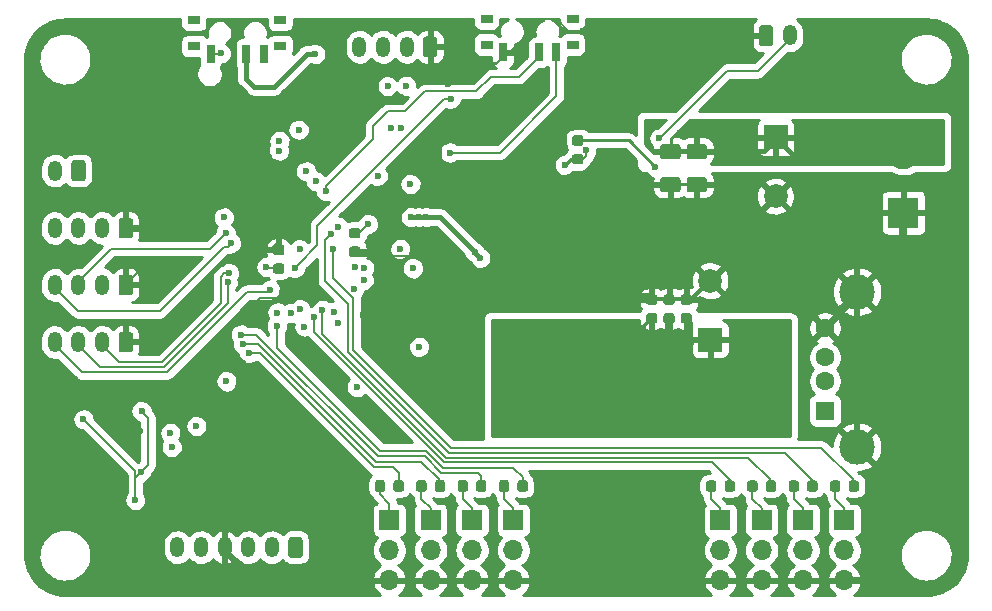
<source format=gbl>
G04 #@! TF.GenerationSoftware,KiCad,Pcbnew,5.99.0-unknown-a5c7d45~86~ubuntu18.04.1*
G04 #@! TF.CreationDate,2020-01-09T21:59:45+01:00*
G04 #@! TF.ProjectId,v1,76312e6b-6963-4616-945f-706362585858,rev?*
G04 #@! TF.SameCoordinates,Original*
G04 #@! TF.FileFunction,Copper,L4,Bot*
G04 #@! TF.FilePolarity,Positive*
%FSLAX46Y46*%
G04 Gerber Fmt 4.6, Leading zero omitted, Abs format (unit mm)*
G04 Created by KiCad (PCBNEW 5.99.0-unknown-a5c7d45~86~ubuntu18.04.1) date 2020-01-09 21:59:45*
%MOMM*%
%LPD*%
G04 APERTURE LIST*
%ADD10O,1.200000X1.750000*%
%ADD11R,1.000000X0.800000*%
%ADD12R,0.700000X1.500000*%
%ADD13O,1.700000X1.700000*%
%ADD14R,1.700000X1.700000*%
%ADD15C,1.600000*%
%ADD16R,1.600000X1.600000*%
%ADD17C,3.000000*%
%ADD18C,2.600000*%
%ADD19R,2.600000X2.600000*%
%ADD20C,2.000000*%
%ADD21R,2.000000X2.000000*%
%ADD22C,0.600000*%
%ADD23C,0.200000*%
%ADD24C,0.300000*%
%ADD25C,0.180000*%
%ADD26C,0.250000*%
%ADD27C,0.400000*%
%ADD28C,0.500000*%
%ADD29C,0.254000*%
G04 APERTURE END LIST*
D10*
X147530000Y-114330000D03*
X149530000Y-114330000D03*
X151530000Y-114330000D03*
X153530000Y-114330000D03*
X155530000Y-114330000D03*
G04 #@! TA.AperFunction,ComponentPad*
G36*
X157975671Y-113474030D02*
G01*
X158056777Y-113528223D01*
X158110970Y-113609329D01*
X158130000Y-113704999D01*
X158130000Y-114955001D01*
X158110970Y-115050671D01*
X158056777Y-115131777D01*
X157975671Y-115185970D01*
X157880001Y-115205000D01*
X157179999Y-115205000D01*
X157084329Y-115185970D01*
X157003223Y-115131777D01*
X156949030Y-115050671D01*
X156930000Y-114955001D01*
X156930000Y-113704999D01*
X156949030Y-113609329D01*
X157003223Y-113528223D01*
X157084329Y-113474030D01*
X157179999Y-113455000D01*
X157880001Y-113455000D01*
X157975671Y-113474030D01*
G37*
G04 #@! TD.AperFunction*
G04 #@! TA.AperFunction,SMDPad,CuDef*
G36*
X198089962Y-108686651D02*
G01*
X198160930Y-108734070D01*
X198208349Y-108805038D01*
X198225000Y-108888750D01*
X198225000Y-109401250D01*
X198208349Y-109484962D01*
X198160930Y-109555930D01*
X198089962Y-109603349D01*
X198006250Y-109620000D01*
X197568750Y-109620000D01*
X197485038Y-109603349D01*
X197414070Y-109555930D01*
X197366651Y-109484962D01*
X197350000Y-109401250D01*
X197350000Y-108888750D01*
X197366651Y-108805038D01*
X197414070Y-108734070D01*
X197485038Y-108686651D01*
X197568750Y-108670000D01*
X198006250Y-108670000D01*
X198089962Y-108686651D01*
G37*
G04 #@! TD.AperFunction*
G04 #@! TA.AperFunction,SMDPad,CuDef*
G36*
X196514962Y-108686651D02*
G01*
X196585930Y-108734070D01*
X196633349Y-108805038D01*
X196650000Y-108888750D01*
X196650000Y-109401250D01*
X196633349Y-109484962D01*
X196585930Y-109555930D01*
X196514962Y-109603349D01*
X196431250Y-109620000D01*
X195993750Y-109620000D01*
X195910038Y-109603349D01*
X195839070Y-109555930D01*
X195791651Y-109484962D01*
X195775000Y-109401250D01*
X195775000Y-108888750D01*
X195791651Y-108805038D01*
X195839070Y-108734070D01*
X195910038Y-108686651D01*
X195993750Y-108670000D01*
X196431250Y-108670000D01*
X196514962Y-108686651D01*
G37*
G04 #@! TD.AperFunction*
X137150000Y-87300000D03*
X139150000Y-87300000D03*
X141150000Y-87300000D03*
G04 #@! TA.AperFunction,ComponentPad*
G36*
X143595671Y-86444030D02*
G01*
X143676777Y-86498223D01*
X143730970Y-86579329D01*
X143750000Y-86674999D01*
X143750000Y-87925001D01*
X143730970Y-88020671D01*
X143676777Y-88101777D01*
X143595671Y-88155970D01*
X143500001Y-88175000D01*
X142799999Y-88175000D01*
X142704329Y-88155970D01*
X142623223Y-88101777D01*
X142569030Y-88020671D01*
X142550000Y-87925001D01*
X142550000Y-86674999D01*
X142569030Y-86579329D01*
X142623223Y-86498223D01*
X142704329Y-86444030D01*
X142799999Y-86425000D01*
X143500001Y-86425000D01*
X143595671Y-86444030D01*
G37*
G04 #@! TD.AperFunction*
X137150000Y-92120000D03*
X139150000Y-92120000D03*
X141150000Y-92120000D03*
G04 #@! TA.AperFunction,ComponentPad*
G36*
X143595671Y-91264030D02*
G01*
X143676777Y-91318223D01*
X143730970Y-91399329D01*
X143750000Y-91494999D01*
X143750000Y-92745001D01*
X143730970Y-92840671D01*
X143676777Y-92921777D01*
X143595671Y-92975970D01*
X143500001Y-92995000D01*
X142799999Y-92995000D01*
X142704329Y-92975970D01*
X142623223Y-92921777D01*
X142569030Y-92840671D01*
X142550000Y-92745001D01*
X142550000Y-91494999D01*
X142569030Y-91399329D01*
X142623223Y-91318223D01*
X142704329Y-91264030D01*
X142799999Y-91245000D01*
X143500001Y-91245000D01*
X143595671Y-91264030D01*
G37*
G04 #@! TD.AperFunction*
X137150000Y-96950000D03*
X139150000Y-96950000D03*
X141150000Y-96950000D03*
G04 #@! TA.AperFunction,ComponentPad*
G36*
X143595671Y-96094030D02*
G01*
X143676777Y-96148223D01*
X143730970Y-96229329D01*
X143750000Y-96324999D01*
X143750000Y-97575001D01*
X143730970Y-97670671D01*
X143676777Y-97751777D01*
X143595671Y-97805970D01*
X143500001Y-97825000D01*
X142799999Y-97825000D01*
X142704329Y-97805970D01*
X142623223Y-97751777D01*
X142569030Y-97670671D01*
X142550000Y-97575001D01*
X142550000Y-96324999D01*
X142569030Y-96229329D01*
X142623223Y-96148223D01*
X142704329Y-96094030D01*
X142799999Y-96075000D01*
X143500001Y-96075000D01*
X143595671Y-96094030D01*
G37*
G04 #@! TD.AperFunction*
G04 #@! TA.AperFunction,SMDPad,CuDef*
G36*
X173559962Y-108676651D02*
G01*
X173630930Y-108724070D01*
X173678349Y-108795038D01*
X173695000Y-108878750D01*
X173695000Y-109391250D01*
X173678349Y-109474962D01*
X173630930Y-109545930D01*
X173559962Y-109593349D01*
X173476250Y-109610000D01*
X173038750Y-109610000D01*
X172955038Y-109593349D01*
X172884070Y-109545930D01*
X172836651Y-109474962D01*
X172820000Y-109391250D01*
X172820000Y-108878750D01*
X172836651Y-108795038D01*
X172884070Y-108724070D01*
X172955038Y-108676651D01*
X173038750Y-108660000D01*
X173476250Y-108660000D01*
X173559962Y-108676651D01*
G37*
G04 #@! TD.AperFunction*
G04 #@! TA.AperFunction,SMDPad,CuDef*
G36*
X171984962Y-108676651D02*
G01*
X172055930Y-108724070D01*
X172103349Y-108795038D01*
X172120000Y-108878750D01*
X172120000Y-109391250D01*
X172103349Y-109474962D01*
X172055930Y-109545930D01*
X171984962Y-109593349D01*
X171901250Y-109610000D01*
X171463750Y-109610000D01*
X171380038Y-109593349D01*
X171309070Y-109545930D01*
X171261651Y-109474962D01*
X171245000Y-109391250D01*
X171245000Y-108878750D01*
X171261651Y-108795038D01*
X171309070Y-108724070D01*
X171380038Y-108676651D01*
X171463750Y-108660000D01*
X171901250Y-108660000D01*
X171984962Y-108676651D01*
G37*
G04 #@! TD.AperFunction*
D11*
X173700000Y-71780000D03*
X181000000Y-71780000D03*
X181000000Y-69570000D03*
X173700000Y-69570000D03*
D12*
X179600000Y-72430000D03*
X178100000Y-72430000D03*
X175100000Y-72430000D03*
D11*
X148930000Y-71890000D03*
X156230000Y-71890000D03*
X156230000Y-69680000D03*
X148930000Y-69680000D03*
D12*
X154830000Y-72540000D03*
X153330000Y-72540000D03*
X150330000Y-72540000D03*
G04 #@! TA.AperFunction,SMDPad,CuDef*
G36*
X205089962Y-108686651D02*
G01*
X205160930Y-108734070D01*
X205208349Y-108805038D01*
X205225000Y-108888750D01*
X205225000Y-109401250D01*
X205208349Y-109484962D01*
X205160930Y-109555930D01*
X205089962Y-109603349D01*
X205006250Y-109620000D01*
X204568750Y-109620000D01*
X204485038Y-109603349D01*
X204414070Y-109555930D01*
X204366651Y-109484962D01*
X204350000Y-109401250D01*
X204350000Y-108888750D01*
X204366651Y-108805038D01*
X204414070Y-108734070D01*
X204485038Y-108686651D01*
X204568750Y-108670000D01*
X205006250Y-108670000D01*
X205089962Y-108686651D01*
G37*
G04 #@! TD.AperFunction*
G04 #@! TA.AperFunction,SMDPad,CuDef*
G36*
X203514962Y-108686651D02*
G01*
X203585930Y-108734070D01*
X203633349Y-108805038D01*
X203650000Y-108888750D01*
X203650000Y-109401250D01*
X203633349Y-109484962D01*
X203585930Y-109555930D01*
X203514962Y-109603349D01*
X203431250Y-109620000D01*
X202993750Y-109620000D01*
X202910038Y-109603349D01*
X202839070Y-109555930D01*
X202791651Y-109484962D01*
X202775000Y-109401250D01*
X202775000Y-108888750D01*
X202791651Y-108805038D01*
X202839070Y-108734070D01*
X202910038Y-108686651D01*
X202993750Y-108670000D01*
X203431250Y-108670000D01*
X203514962Y-108686651D01*
G37*
G04 #@! TD.AperFunction*
G04 #@! TA.AperFunction,SMDPad,CuDef*
G36*
X201589962Y-108686651D02*
G01*
X201660930Y-108734070D01*
X201708349Y-108805038D01*
X201725000Y-108888750D01*
X201725000Y-109401250D01*
X201708349Y-109484962D01*
X201660930Y-109555930D01*
X201589962Y-109603349D01*
X201506250Y-109620000D01*
X201068750Y-109620000D01*
X200985038Y-109603349D01*
X200914070Y-109555930D01*
X200866651Y-109484962D01*
X200850000Y-109401250D01*
X200850000Y-108888750D01*
X200866651Y-108805038D01*
X200914070Y-108734070D01*
X200985038Y-108686651D01*
X201068750Y-108670000D01*
X201506250Y-108670000D01*
X201589962Y-108686651D01*
G37*
G04 #@! TD.AperFunction*
G04 #@! TA.AperFunction,SMDPad,CuDef*
G36*
X200014962Y-108686651D02*
G01*
X200085930Y-108734070D01*
X200133349Y-108805038D01*
X200150000Y-108888750D01*
X200150000Y-109401250D01*
X200133349Y-109484962D01*
X200085930Y-109555930D01*
X200014962Y-109603349D01*
X199931250Y-109620000D01*
X199493750Y-109620000D01*
X199410038Y-109603349D01*
X199339070Y-109555930D01*
X199291651Y-109484962D01*
X199275000Y-109401250D01*
X199275000Y-108888750D01*
X199291651Y-108805038D01*
X199339070Y-108734070D01*
X199410038Y-108686651D01*
X199493750Y-108670000D01*
X199931250Y-108670000D01*
X200014962Y-108686651D01*
G37*
G04 #@! TD.AperFunction*
G04 #@! TA.AperFunction,SMDPad,CuDef*
G36*
X194589962Y-108686651D02*
G01*
X194660930Y-108734070D01*
X194708349Y-108805038D01*
X194725000Y-108888750D01*
X194725000Y-109401250D01*
X194708349Y-109484962D01*
X194660930Y-109555930D01*
X194589962Y-109603349D01*
X194506250Y-109620000D01*
X194068750Y-109620000D01*
X193985038Y-109603349D01*
X193914070Y-109555930D01*
X193866651Y-109484962D01*
X193850000Y-109401250D01*
X193850000Y-108888750D01*
X193866651Y-108805038D01*
X193914070Y-108734070D01*
X193985038Y-108686651D01*
X194068750Y-108670000D01*
X194506250Y-108670000D01*
X194589962Y-108686651D01*
G37*
G04 #@! TD.AperFunction*
G04 #@! TA.AperFunction,SMDPad,CuDef*
G36*
X193014962Y-108686651D02*
G01*
X193085930Y-108734070D01*
X193133349Y-108805038D01*
X193150000Y-108888750D01*
X193150000Y-109401250D01*
X193133349Y-109484962D01*
X193085930Y-109555930D01*
X193014962Y-109603349D01*
X192931250Y-109620000D01*
X192493750Y-109620000D01*
X192410038Y-109603349D01*
X192339070Y-109555930D01*
X192291651Y-109484962D01*
X192275000Y-109401250D01*
X192275000Y-108888750D01*
X192291651Y-108805038D01*
X192339070Y-108734070D01*
X192410038Y-108686651D01*
X192493750Y-108670000D01*
X192931250Y-108670000D01*
X193014962Y-108686651D01*
G37*
G04 #@! TD.AperFunction*
G04 #@! TA.AperFunction,SMDPad,CuDef*
G36*
X177059962Y-108676651D02*
G01*
X177130930Y-108724070D01*
X177178349Y-108795038D01*
X177195000Y-108878750D01*
X177195000Y-109391250D01*
X177178349Y-109474962D01*
X177130930Y-109545930D01*
X177059962Y-109593349D01*
X176976250Y-109610000D01*
X176538750Y-109610000D01*
X176455038Y-109593349D01*
X176384070Y-109545930D01*
X176336651Y-109474962D01*
X176320000Y-109391250D01*
X176320000Y-108878750D01*
X176336651Y-108795038D01*
X176384070Y-108724070D01*
X176455038Y-108676651D01*
X176538750Y-108660000D01*
X176976250Y-108660000D01*
X177059962Y-108676651D01*
G37*
G04 #@! TD.AperFunction*
G04 #@! TA.AperFunction,SMDPad,CuDef*
G36*
X175484962Y-108676651D02*
G01*
X175555930Y-108724070D01*
X175603349Y-108795038D01*
X175620000Y-108878750D01*
X175620000Y-109391250D01*
X175603349Y-109474962D01*
X175555930Y-109545930D01*
X175484962Y-109593349D01*
X175401250Y-109610000D01*
X174963750Y-109610000D01*
X174880038Y-109593349D01*
X174809070Y-109545930D01*
X174761651Y-109474962D01*
X174745000Y-109391250D01*
X174745000Y-108878750D01*
X174761651Y-108795038D01*
X174809070Y-108724070D01*
X174880038Y-108676651D01*
X174963750Y-108660000D01*
X175401250Y-108660000D01*
X175484962Y-108676651D01*
G37*
G04 #@! TD.AperFunction*
G04 #@! TA.AperFunction,SMDPad,CuDef*
G36*
X170059962Y-108676651D02*
G01*
X170130930Y-108724070D01*
X170178349Y-108795038D01*
X170195000Y-108878750D01*
X170195000Y-109391250D01*
X170178349Y-109474962D01*
X170130930Y-109545930D01*
X170059962Y-109593349D01*
X169976250Y-109610000D01*
X169538750Y-109610000D01*
X169455038Y-109593349D01*
X169384070Y-109545930D01*
X169336651Y-109474962D01*
X169320000Y-109391250D01*
X169320000Y-108878750D01*
X169336651Y-108795038D01*
X169384070Y-108724070D01*
X169455038Y-108676651D01*
X169538750Y-108660000D01*
X169976250Y-108660000D01*
X170059962Y-108676651D01*
G37*
G04 #@! TD.AperFunction*
G04 #@! TA.AperFunction,SMDPad,CuDef*
G36*
X168484962Y-108676651D02*
G01*
X168555930Y-108724070D01*
X168603349Y-108795038D01*
X168620000Y-108878750D01*
X168620000Y-109391250D01*
X168603349Y-109474962D01*
X168555930Y-109545930D01*
X168484962Y-109593349D01*
X168401250Y-109610000D01*
X167963750Y-109610000D01*
X167880038Y-109593349D01*
X167809070Y-109545930D01*
X167761651Y-109474962D01*
X167745000Y-109391250D01*
X167745000Y-108878750D01*
X167761651Y-108795038D01*
X167809070Y-108724070D01*
X167880038Y-108676651D01*
X167963750Y-108660000D01*
X168401250Y-108660000D01*
X168484962Y-108676651D01*
G37*
G04 #@! TD.AperFunction*
G04 #@! TA.AperFunction,SMDPad,CuDef*
G36*
X166559962Y-108676651D02*
G01*
X166630930Y-108724070D01*
X166678349Y-108795038D01*
X166695000Y-108878750D01*
X166695000Y-109391250D01*
X166678349Y-109474962D01*
X166630930Y-109545930D01*
X166559962Y-109593349D01*
X166476250Y-109610000D01*
X166038750Y-109610000D01*
X165955038Y-109593349D01*
X165884070Y-109545930D01*
X165836651Y-109474962D01*
X165820000Y-109391250D01*
X165820000Y-108878750D01*
X165836651Y-108795038D01*
X165884070Y-108724070D01*
X165955038Y-108676651D01*
X166038750Y-108660000D01*
X166476250Y-108660000D01*
X166559962Y-108676651D01*
G37*
G04 #@! TD.AperFunction*
G04 #@! TA.AperFunction,SMDPad,CuDef*
G36*
X164984962Y-108676651D02*
G01*
X165055930Y-108724070D01*
X165103349Y-108795038D01*
X165120000Y-108878750D01*
X165120000Y-109391250D01*
X165103349Y-109474962D01*
X165055930Y-109545930D01*
X164984962Y-109593349D01*
X164901250Y-109610000D01*
X164463750Y-109610000D01*
X164380038Y-109593349D01*
X164309070Y-109545930D01*
X164261651Y-109474962D01*
X164245000Y-109391250D01*
X164245000Y-108878750D01*
X164261651Y-108795038D01*
X164309070Y-108724070D01*
X164380038Y-108676651D01*
X164463750Y-108660000D01*
X164901250Y-108660000D01*
X164984962Y-108676651D01*
G37*
G04 #@! TD.AperFunction*
D10*
X162930000Y-71960000D03*
X164930000Y-71960000D03*
X166930000Y-71960000D03*
G04 #@! TA.AperFunction,ComponentPad*
G36*
X169375671Y-71104030D02*
G01*
X169456777Y-71158223D01*
X169510970Y-71239329D01*
X169530000Y-71334999D01*
X169530000Y-72585001D01*
X169510970Y-72680671D01*
X169456777Y-72761777D01*
X169375671Y-72815970D01*
X169280001Y-72835000D01*
X168579999Y-72835000D01*
X168484329Y-72815970D01*
X168403223Y-72761777D01*
X168349030Y-72680671D01*
X168330000Y-72585001D01*
X168330000Y-71334999D01*
X168349030Y-71239329D01*
X168403223Y-71158223D01*
X168484329Y-71104030D01*
X168579999Y-71085000D01*
X169280001Y-71085000D01*
X169375671Y-71104030D01*
G37*
G04 #@! TD.AperFunction*
D13*
X204000000Y-117130000D03*
X204000000Y-114590000D03*
D14*
X204000000Y-112050000D03*
D13*
X200500000Y-117130000D03*
X200500000Y-114590000D03*
D14*
X200500000Y-112050000D03*
D13*
X197000000Y-117130000D03*
X197000000Y-114590000D03*
D14*
X197000000Y-112050000D03*
D13*
X193500000Y-117130000D03*
X193500000Y-114590000D03*
D14*
X193500000Y-112050000D03*
D13*
X175970000Y-117120000D03*
X175970000Y-114580000D03*
D14*
X175970000Y-112040000D03*
D13*
X172470000Y-117120000D03*
X172470000Y-114580000D03*
D14*
X172470000Y-112040000D03*
D13*
X168970000Y-117120000D03*
X168970000Y-114580000D03*
D14*
X168970000Y-112040000D03*
D13*
X165470000Y-117120000D03*
X165470000Y-114580000D03*
D14*
X165470000Y-112040000D03*
D10*
X137150000Y-82440000D03*
G04 #@! TA.AperFunction,ComponentPad*
G36*
X139595671Y-81584030D02*
G01*
X139676777Y-81638223D01*
X139730970Y-81719329D01*
X139750000Y-81814999D01*
X139750000Y-83065001D01*
X139730970Y-83160671D01*
X139676777Y-83241777D01*
X139595671Y-83295970D01*
X139500001Y-83315000D01*
X138799999Y-83315000D01*
X138704329Y-83295970D01*
X138623223Y-83241777D01*
X138569030Y-83160671D01*
X138550000Y-83065001D01*
X138550000Y-81814999D01*
X138569030Y-81719329D01*
X138623223Y-81638223D01*
X138704329Y-81584030D01*
X138799999Y-81565000D01*
X139500001Y-81565000D01*
X139595671Y-81584030D01*
G37*
G04 #@! TD.AperFunction*
D15*
X202360000Y-95760000D03*
X202360000Y-98260000D03*
X202360000Y-100260000D03*
D16*
X202360000Y-102760000D03*
D17*
X205070000Y-105830000D03*
X205070000Y-92690000D03*
D10*
X199380000Y-71000000D03*
G04 #@! TA.AperFunction,ComponentPad*
G36*
X197825671Y-70144030D02*
G01*
X197906777Y-70198223D01*
X197960970Y-70279329D01*
X197980000Y-70374999D01*
X197980000Y-71625001D01*
X197960970Y-71720671D01*
X197906777Y-71801777D01*
X197825671Y-71855970D01*
X197730001Y-71875000D01*
X197029999Y-71875000D01*
X196934329Y-71855970D01*
X196853223Y-71801777D01*
X196799030Y-71720671D01*
X196780000Y-71625001D01*
X196780000Y-70374999D01*
X196799030Y-70279329D01*
X196853223Y-70198223D01*
X196934329Y-70144030D01*
X197029999Y-70125000D01*
X197730001Y-70125000D01*
X197825671Y-70144030D01*
G37*
G04 #@! TD.AperFunction*
D18*
X209000000Y-81000000D03*
D19*
X209000000Y-86000000D03*
G04 #@! TA.AperFunction,SMDPad,CuDef*
G36*
X162889962Y-88876651D02*
G01*
X162960930Y-88924070D01*
X163008349Y-88995038D01*
X163025000Y-89078750D01*
X163025000Y-89516250D01*
X163008349Y-89599962D01*
X162960930Y-89670930D01*
X162889962Y-89718349D01*
X162806250Y-89735000D01*
X162293750Y-89735000D01*
X162210038Y-89718349D01*
X162139070Y-89670930D01*
X162091651Y-89599962D01*
X162075000Y-89516250D01*
X162075000Y-89078750D01*
X162091651Y-88995038D01*
X162139070Y-88924070D01*
X162210038Y-88876651D01*
X162293750Y-88860000D01*
X162806250Y-88860000D01*
X162889962Y-88876651D01*
G37*
G04 #@! TD.AperFunction*
G04 #@! TA.AperFunction,SMDPad,CuDef*
G36*
X162889962Y-87301651D02*
G01*
X162960930Y-87349070D01*
X163008349Y-87420038D01*
X163025000Y-87503750D01*
X163025000Y-87941250D01*
X163008349Y-88024962D01*
X162960930Y-88095930D01*
X162889962Y-88143349D01*
X162806250Y-88160000D01*
X162293750Y-88160000D01*
X162210038Y-88143349D01*
X162139070Y-88095930D01*
X162091651Y-88024962D01*
X162075000Y-87941250D01*
X162075000Y-87503750D01*
X162091651Y-87420038D01*
X162139070Y-87349070D01*
X162210038Y-87301651D01*
X162293750Y-87285000D01*
X162806250Y-87285000D01*
X162889962Y-87301651D01*
G37*
G04 #@! TD.AperFunction*
G04 #@! TA.AperFunction,SMDPad,CuDef*
G36*
X156449962Y-90306651D02*
G01*
X156520930Y-90354070D01*
X156568349Y-90425038D01*
X156585000Y-90508750D01*
X156585000Y-90946250D01*
X156568349Y-91029962D01*
X156520930Y-91100930D01*
X156449962Y-91148349D01*
X156366250Y-91165000D01*
X155853750Y-91165000D01*
X155770038Y-91148349D01*
X155699070Y-91100930D01*
X155651651Y-91029962D01*
X155635000Y-90946250D01*
X155635000Y-90508750D01*
X155651651Y-90425038D01*
X155699070Y-90354070D01*
X155770038Y-90306651D01*
X155853750Y-90290000D01*
X156366250Y-90290000D01*
X156449962Y-90306651D01*
G37*
G04 #@! TD.AperFunction*
G04 #@! TA.AperFunction,SMDPad,CuDef*
G36*
X156449962Y-88731651D02*
G01*
X156520930Y-88779070D01*
X156568349Y-88850038D01*
X156585000Y-88933750D01*
X156585000Y-89371250D01*
X156568349Y-89454962D01*
X156520930Y-89525930D01*
X156449962Y-89573349D01*
X156366250Y-89590000D01*
X155853750Y-89590000D01*
X155770038Y-89573349D01*
X155699070Y-89525930D01*
X155651651Y-89454962D01*
X155635000Y-89371250D01*
X155635000Y-88933750D01*
X155651651Y-88850038D01*
X155699070Y-88779070D01*
X155770038Y-88731651D01*
X155853750Y-88715000D01*
X156366250Y-88715000D01*
X156449962Y-88731651D01*
G37*
G04 #@! TD.AperFunction*
D20*
X192630000Y-91760000D03*
D21*
X192630000Y-96760000D03*
G04 #@! TA.AperFunction,SMDPad,CuDef*
G36*
X190939962Y-92931651D02*
G01*
X191010930Y-92979070D01*
X191058349Y-93050038D01*
X191075000Y-93133750D01*
X191075000Y-93571250D01*
X191058349Y-93654962D01*
X191010930Y-93725930D01*
X190939962Y-93773349D01*
X190856250Y-93790000D01*
X190343750Y-93790000D01*
X190260038Y-93773349D01*
X190189070Y-93725930D01*
X190141651Y-93654962D01*
X190125000Y-93571250D01*
X190125000Y-93133750D01*
X190141651Y-93050038D01*
X190189070Y-92979070D01*
X190260038Y-92931651D01*
X190343750Y-92915000D01*
X190856250Y-92915000D01*
X190939962Y-92931651D01*
G37*
G04 #@! TD.AperFunction*
G04 #@! TA.AperFunction,SMDPad,CuDef*
G36*
X190939962Y-94506651D02*
G01*
X191010930Y-94554070D01*
X191058349Y-94625038D01*
X191075000Y-94708750D01*
X191075000Y-95146250D01*
X191058349Y-95229962D01*
X191010930Y-95300930D01*
X190939962Y-95348349D01*
X190856250Y-95365000D01*
X190343750Y-95365000D01*
X190260038Y-95348349D01*
X190189070Y-95300930D01*
X190141651Y-95229962D01*
X190125000Y-95146250D01*
X190125000Y-94708750D01*
X190141651Y-94625038D01*
X190189070Y-94554070D01*
X190260038Y-94506651D01*
X190343750Y-94490000D01*
X190856250Y-94490000D01*
X190939962Y-94506651D01*
G37*
G04 #@! TD.AperFunction*
G04 #@! TA.AperFunction,SMDPad,CuDef*
G36*
X189489962Y-92931651D02*
G01*
X189560930Y-92979070D01*
X189608349Y-93050038D01*
X189625000Y-93133750D01*
X189625000Y-93571250D01*
X189608349Y-93654962D01*
X189560930Y-93725930D01*
X189489962Y-93773349D01*
X189406250Y-93790000D01*
X188893750Y-93790000D01*
X188810038Y-93773349D01*
X188739070Y-93725930D01*
X188691651Y-93654962D01*
X188675000Y-93571250D01*
X188675000Y-93133750D01*
X188691651Y-93050038D01*
X188739070Y-92979070D01*
X188810038Y-92931651D01*
X188893750Y-92915000D01*
X189406250Y-92915000D01*
X189489962Y-92931651D01*
G37*
G04 #@! TD.AperFunction*
G04 #@! TA.AperFunction,SMDPad,CuDef*
G36*
X189489962Y-94506651D02*
G01*
X189560930Y-94554070D01*
X189608349Y-94625038D01*
X189625000Y-94708750D01*
X189625000Y-95146250D01*
X189608349Y-95229962D01*
X189560930Y-95300930D01*
X189489962Y-95348349D01*
X189406250Y-95365000D01*
X188893750Y-95365000D01*
X188810038Y-95348349D01*
X188739070Y-95300930D01*
X188691651Y-95229962D01*
X188675000Y-95146250D01*
X188675000Y-94708750D01*
X188691651Y-94625038D01*
X188739070Y-94554070D01*
X188810038Y-94506651D01*
X188893750Y-94490000D01*
X189406250Y-94490000D01*
X189489962Y-94506651D01*
G37*
G04 #@! TD.AperFunction*
G04 #@! TA.AperFunction,SMDPad,CuDef*
G36*
X188029962Y-92931651D02*
G01*
X188100930Y-92979070D01*
X188148349Y-93050038D01*
X188165000Y-93133750D01*
X188165000Y-93571250D01*
X188148349Y-93654962D01*
X188100930Y-93725930D01*
X188029962Y-93773349D01*
X187946250Y-93790000D01*
X187433750Y-93790000D01*
X187350038Y-93773349D01*
X187279070Y-93725930D01*
X187231651Y-93654962D01*
X187215000Y-93571250D01*
X187215000Y-93133750D01*
X187231651Y-93050038D01*
X187279070Y-92979070D01*
X187350038Y-92931651D01*
X187433750Y-92915000D01*
X187946250Y-92915000D01*
X188029962Y-92931651D01*
G37*
G04 #@! TD.AperFunction*
G04 #@! TA.AperFunction,SMDPad,CuDef*
G36*
X188029962Y-94506651D02*
G01*
X188100930Y-94554070D01*
X188148349Y-94625038D01*
X188165000Y-94708750D01*
X188165000Y-95146250D01*
X188148349Y-95229962D01*
X188100930Y-95300930D01*
X188029962Y-95348349D01*
X187946250Y-95365000D01*
X187433750Y-95365000D01*
X187350038Y-95348349D01*
X187279070Y-95300930D01*
X187231651Y-95229962D01*
X187215000Y-95146250D01*
X187215000Y-94708750D01*
X187231651Y-94625038D01*
X187279070Y-94554070D01*
X187350038Y-94506651D01*
X187433750Y-94490000D01*
X187946250Y-94490000D01*
X188029962Y-94506651D01*
G37*
G04 #@! TD.AperFunction*
G04 #@! TA.AperFunction,SMDPad,CuDef*
G36*
X181769962Y-81039151D02*
G01*
X181840930Y-81086570D01*
X181888349Y-81157538D01*
X181905000Y-81241250D01*
X181905000Y-81678750D01*
X181888349Y-81762462D01*
X181840930Y-81833430D01*
X181769962Y-81880849D01*
X181686250Y-81897500D01*
X181173750Y-81897500D01*
X181090038Y-81880849D01*
X181019070Y-81833430D01*
X180971651Y-81762462D01*
X180955000Y-81678750D01*
X180955000Y-81241250D01*
X180971651Y-81157538D01*
X181019070Y-81086570D01*
X181090038Y-81039151D01*
X181173750Y-81022500D01*
X181686250Y-81022500D01*
X181769962Y-81039151D01*
G37*
G04 #@! TD.AperFunction*
G04 #@! TA.AperFunction,SMDPad,CuDef*
G36*
X181769962Y-79464151D02*
G01*
X181840930Y-79511570D01*
X181888349Y-79582538D01*
X181905000Y-79666250D01*
X181905000Y-80103750D01*
X181888349Y-80187462D01*
X181840930Y-80258430D01*
X181769962Y-80305849D01*
X181686250Y-80322500D01*
X181173750Y-80322500D01*
X181090038Y-80305849D01*
X181019070Y-80258430D01*
X180971651Y-80187462D01*
X180955000Y-80103750D01*
X180955000Y-79666250D01*
X180971651Y-79582538D01*
X181019070Y-79511570D01*
X181090038Y-79464151D01*
X181173750Y-79447500D01*
X181686250Y-79447500D01*
X181769962Y-79464151D01*
G37*
G04 #@! TD.AperFunction*
G04 #@! TA.AperFunction,SMDPad,CuDef*
G36*
X189980671Y-83004030D02*
G01*
X190061777Y-83058223D01*
X190115970Y-83139329D01*
X190135000Y-83235000D01*
X190135000Y-83985000D01*
X190115970Y-84080671D01*
X190061777Y-84161777D01*
X189980671Y-84215970D01*
X189885000Y-84235000D01*
X188635000Y-84235000D01*
X188539329Y-84215970D01*
X188458223Y-84161777D01*
X188404030Y-84080671D01*
X188385000Y-83985000D01*
X188385000Y-83235000D01*
X188404030Y-83139329D01*
X188458223Y-83058223D01*
X188539329Y-83004030D01*
X188635000Y-82985000D01*
X189885000Y-82985000D01*
X189980671Y-83004030D01*
G37*
G04 #@! TD.AperFunction*
G04 #@! TA.AperFunction,SMDPad,CuDef*
G36*
X189980671Y-80204030D02*
G01*
X190061777Y-80258223D01*
X190115970Y-80339329D01*
X190135000Y-80435000D01*
X190135000Y-81185000D01*
X190115970Y-81280671D01*
X190061777Y-81361777D01*
X189980671Y-81415970D01*
X189885000Y-81435000D01*
X188635000Y-81435000D01*
X188539329Y-81415970D01*
X188458223Y-81361777D01*
X188404030Y-81280671D01*
X188385000Y-81185000D01*
X188385000Y-80435000D01*
X188404030Y-80339329D01*
X188458223Y-80258223D01*
X188539329Y-80204030D01*
X188635000Y-80185000D01*
X189885000Y-80185000D01*
X189980671Y-80204030D01*
G37*
G04 #@! TD.AperFunction*
G04 #@! TA.AperFunction,SMDPad,CuDef*
G36*
X192230671Y-83004030D02*
G01*
X192311777Y-83058223D01*
X192365970Y-83139329D01*
X192385000Y-83235000D01*
X192385000Y-83985000D01*
X192365970Y-84080671D01*
X192311777Y-84161777D01*
X192230671Y-84215970D01*
X192135000Y-84235000D01*
X190885000Y-84235000D01*
X190789329Y-84215970D01*
X190708223Y-84161777D01*
X190654030Y-84080671D01*
X190635000Y-83985000D01*
X190635000Y-83235000D01*
X190654030Y-83139329D01*
X190708223Y-83058223D01*
X190789329Y-83004030D01*
X190885000Y-82985000D01*
X192135000Y-82985000D01*
X192230671Y-83004030D01*
G37*
G04 #@! TD.AperFunction*
G04 #@! TA.AperFunction,SMDPad,CuDef*
G36*
X192230671Y-80204030D02*
G01*
X192311777Y-80258223D01*
X192365970Y-80339329D01*
X192385000Y-80435000D01*
X192385000Y-81185000D01*
X192365970Y-81280671D01*
X192311777Y-81361777D01*
X192230671Y-81415970D01*
X192135000Y-81435000D01*
X190885000Y-81435000D01*
X190789329Y-81415970D01*
X190708223Y-81361777D01*
X190654030Y-81280671D01*
X190635000Y-81185000D01*
X190635000Y-80435000D01*
X190654030Y-80339329D01*
X190708223Y-80258223D01*
X190789329Y-80204030D01*
X190885000Y-80185000D01*
X192135000Y-80185000D01*
X192230671Y-80204030D01*
G37*
G04 #@! TD.AperFunction*
D20*
X198170000Y-84610000D03*
D21*
X198170000Y-79610000D03*
D22*
X170400000Y-75100000D03*
X167470000Y-90720000D03*
X166000000Y-85940000D03*
X157790000Y-78970000D03*
X170570000Y-80910000D03*
X156170000Y-79910000D03*
X156140000Y-80740000D03*
X162720000Y-102210000D03*
X178500000Y-93000000D03*
X180000000Y-93000000D03*
X181500000Y-93000001D03*
X148920000Y-98840000D03*
X153060000Y-98730000D03*
X151970000Y-97640000D03*
X150850000Y-78990000D03*
X188330734Y-79714868D03*
X163670000Y-86980000D03*
X166390000Y-89060000D03*
X159690000Y-106140000D03*
X208700000Y-89250000D03*
X211750000Y-91700000D03*
X206900000Y-96200000D03*
X211150000Y-97550000D03*
X207700000Y-101200000D03*
X211900000Y-106300000D03*
X212850000Y-110000000D03*
X210300000Y-111250000D03*
X207050000Y-114900000D03*
X172300000Y-73200000D03*
X177950000Y-75350000D03*
X181300000Y-74950000D03*
X139850000Y-76300000D03*
X142200000Y-76800000D03*
X139550000Y-78350000D03*
X173100000Y-104150000D03*
X167993750Y-97353750D03*
X185000000Y-97000000D03*
X185000000Y-98000000D03*
X185000000Y-99000000D03*
X187000000Y-97000000D03*
X187000000Y-99000000D03*
X189000000Y-97000000D03*
X189000000Y-99000000D03*
X191000000Y-97000000D03*
X191000000Y-99000000D03*
X195000000Y-97000000D03*
X195000000Y-99000000D03*
X197000000Y-97000000D03*
X197000000Y-99000000D03*
X199000000Y-97000000D03*
X199000000Y-98000000D03*
X199000000Y-99000000D03*
X178000000Y-104000000D03*
X178000000Y-103000000D03*
X178000000Y-102000000D03*
X179000000Y-102000000D03*
X180000000Y-102000000D03*
X181000000Y-102000000D03*
X182000000Y-102000000D03*
X179000000Y-103000000D03*
X180000000Y-103000000D03*
X181000000Y-103000000D03*
X182000000Y-103000000D03*
X179000000Y-104000000D03*
X180000000Y-104000000D03*
X181000000Y-104000000D03*
X182000000Y-104000000D03*
X199000000Y-104000000D03*
X197000000Y-104000000D03*
X195000000Y-104000000D03*
X193000000Y-104000000D03*
X191000000Y-104000000D03*
X189000000Y-104000000D03*
X187000000Y-104000000D03*
X185000000Y-104000000D03*
X185000000Y-102000000D03*
X187000000Y-102000000D03*
X189000000Y-102000000D03*
X191000000Y-102000000D03*
X193000000Y-102000000D03*
X195000000Y-102000000D03*
X197000000Y-102000000D03*
X199000000Y-102000000D03*
X186000000Y-83000000D03*
X187000000Y-83000000D03*
X186000000Y-84000000D03*
X187000000Y-84000000D03*
X186000000Y-85000000D03*
X187000000Y-85000000D03*
X188000000Y-85000000D03*
X189000000Y-85000000D03*
X190000000Y-85000000D03*
X191000000Y-85000000D03*
X192000000Y-85000000D03*
X193000000Y-85000000D03*
X186000000Y-86000000D03*
X187000000Y-86000000D03*
X188000000Y-86000000D03*
X189000000Y-86000000D03*
X190000000Y-86000000D03*
X191000000Y-86000000D03*
X192000000Y-86000000D03*
X193000000Y-86000000D03*
X194000000Y-85000000D03*
X195000000Y-85000000D03*
X196000000Y-85000000D03*
X194000000Y-86000000D03*
X195000000Y-86000000D03*
X196000000Y-86000000D03*
X206000000Y-84000000D03*
X205000000Y-84000000D03*
X206000000Y-85000000D03*
X205000000Y-85000000D03*
X206000000Y-86000000D03*
X205000000Y-86000000D03*
X204000000Y-86000000D03*
X204000000Y-87000000D03*
X205000000Y-87000000D03*
X206000000Y-88000000D03*
X205000000Y-88000000D03*
X203000000Y-88000000D03*
X206000000Y-87000000D03*
X204000000Y-88000000D03*
X206000000Y-89000000D03*
X204000000Y-89000000D03*
X205000000Y-89000000D03*
X203000000Y-89000000D03*
X200000000Y-92000000D03*
X200000000Y-91000000D03*
X200000000Y-90000000D03*
X199000000Y-89000000D03*
X200000000Y-89000000D03*
X200000000Y-88000000D03*
X199000000Y-88000000D03*
X201000000Y-88000000D03*
X202000000Y-88000000D03*
X202000000Y-89000000D03*
X201000000Y-89000000D03*
X189000000Y-88000000D03*
X191000000Y-88000000D03*
X193000000Y-88000000D03*
X195000000Y-88000000D03*
X197000000Y-88000000D03*
X186000000Y-74000000D03*
X184000000Y-74000000D03*
X184000000Y-75000000D03*
X184000000Y-76000000D03*
X184000000Y-77000000D03*
X185000000Y-74000000D03*
X185000000Y-75000000D03*
X186000000Y-75000000D03*
X172000000Y-92000000D03*
X171000000Y-101000000D03*
X172000000Y-101000000D03*
X173000000Y-101000000D03*
X180320000Y-81950000D03*
X204500000Y-75000000D03*
X181870000Y-70610000D03*
X168870000Y-88840000D03*
X172700000Y-89330000D03*
X167310000Y-86370000D03*
X173185000Y-89815000D03*
X167940000Y-86370000D03*
X168560000Y-86370000D03*
X165590000Y-78850000D03*
X166500000Y-78840000D03*
X171000000Y-102000000D03*
X146890000Y-91060000D03*
X146880000Y-86940000D03*
X151410000Y-84040000D03*
X155560000Y-84460000D03*
X151450000Y-86410000D03*
X152470000Y-70730000D03*
X145560000Y-69910000D03*
X167260000Y-83590000D03*
X185320000Y-82340000D03*
X191070000Y-79120000D03*
X192190000Y-79120000D03*
X193270000Y-79120000D03*
X187990000Y-82130000D03*
X151190000Y-72520000D03*
X165330000Y-75290000D03*
X166890000Y-75250000D03*
X182160000Y-80690000D03*
X176350000Y-75450000D03*
X170670000Y-76350000D03*
X169740000Y-78570000D03*
X171460000Y-78560000D03*
X169740000Y-82960000D03*
X169720000Y-84730000D03*
X163350000Y-90710000D03*
X164470000Y-82890000D03*
X206690000Y-117300000D03*
X160087935Y-84186478D03*
X158410728Y-82509272D03*
X159236650Y-83335193D03*
X155061930Y-90619990D03*
X157485020Y-90680608D03*
X155950000Y-95600000D03*
X162533298Y-90589300D03*
X151600000Y-87740000D03*
X152079813Y-88588356D03*
X151790000Y-91900000D03*
X151911647Y-91109291D03*
X156372645Y-92842980D03*
X151530000Y-96245000D03*
X163290000Y-91720000D03*
X155360000Y-92540000D03*
X151672878Y-100287122D03*
X160430000Y-110290000D03*
X159690000Y-107580000D03*
X157090000Y-111810000D03*
X146930000Y-104650000D03*
X147040000Y-105840000D03*
X155990000Y-94460000D03*
X157110000Y-94490000D03*
X143960000Y-110330000D03*
X144440000Y-107980000D03*
X144490000Y-102820000D03*
X139560000Y-103510000D03*
X167040000Y-93800000D03*
X166890000Y-96070000D03*
X161480000Y-117160000D03*
X206690000Y-117300000D03*
X153070000Y-97100000D03*
X153610000Y-97870000D03*
X152890000Y-96320000D03*
X157910000Y-94160010D03*
X162500000Y-92470000D03*
X158270000Y-95650000D03*
X159110000Y-94830000D03*
X159810000Y-94240000D03*
X160750000Y-94380000D03*
X161140000Y-95350000D03*
X158400000Y-88090000D03*
X166060000Y-105370000D03*
X162720000Y-100790000D03*
X163220000Y-94680000D03*
X159150000Y-91970000D03*
X160490000Y-87840000D03*
X160710000Y-89070000D03*
X154940000Y-88990000D03*
X141080000Y-107270000D03*
X144390000Y-104490000D03*
X149140000Y-104080000D03*
X161160000Y-87210000D03*
X157880000Y-89100000D03*
X157170000Y-87330000D03*
X173050000Y-87220000D03*
X173050000Y-85030000D03*
X172090000Y-82230000D03*
X175370000Y-82230000D03*
X159210000Y-72570000D03*
D23*
X172850000Y-75740000D02*
X168500000Y-75740000D01*
X174090000Y-74500000D02*
X172850000Y-75740000D01*
X164050000Y-78700000D02*
X164050000Y-79800149D01*
X176430000Y-74500000D02*
X174090000Y-74500000D01*
X168500000Y-75740000D02*
X166830000Y-77410000D01*
X178100000Y-72430000D02*
X178100000Y-72830000D01*
X178100000Y-72830000D02*
X176430000Y-74500000D01*
X160087935Y-83762214D02*
X160087935Y-84186478D01*
X166830000Y-77410000D02*
X165340000Y-77410000D01*
X165340000Y-77410000D02*
X164050000Y-78700000D01*
X164050000Y-79800149D02*
X160087935Y-83762214D01*
X170994264Y-80910000D02*
X170570000Y-80910000D01*
X179600000Y-76160000D02*
X174850000Y-80910000D01*
X179600000Y-72430000D02*
X179600000Y-76160000D01*
X174850000Y-80910000D02*
X170994264Y-80910000D01*
D24*
X166060000Y-105370000D02*
X162900000Y-102210000D01*
X162900000Y-102210000D02*
X162720000Y-102210000D01*
D23*
X162390000Y-93244011D02*
X160710000Y-91564011D01*
X202037500Y-105920000D02*
X170660000Y-105920000D01*
X170660000Y-105920000D02*
X162390000Y-97650000D01*
X162390000Y-97650000D02*
X162390000Y-93244011D01*
X204787500Y-109145000D02*
X204787500Y-108670000D01*
X204787500Y-108670000D02*
X202037500Y-105920000D01*
X160710000Y-91564011D02*
X160710000Y-89494264D01*
X160710000Y-89494264D02*
X160710000Y-89070000D01*
X161960000Y-93692013D02*
X160050001Y-91782014D01*
X161960000Y-97790000D02*
X161960000Y-93692013D01*
X160050001Y-91782014D02*
X160050001Y-88279999D01*
X170490000Y-106320000D02*
X161960000Y-97790000D01*
X198937500Y-106320000D02*
X170490000Y-106320000D01*
X201287500Y-109145000D02*
X201287500Y-108670000D01*
X201287500Y-108670000D02*
X198937500Y-106320000D01*
X160050001Y-88279999D02*
X160190001Y-88139999D01*
X160190001Y-88139999D02*
X160490000Y-87840000D01*
X197787500Y-108670000D02*
X195867500Y-106750000D01*
X197787500Y-109145000D02*
X197787500Y-108670000D01*
X195867500Y-106750000D02*
X170310000Y-106750000D01*
X170310000Y-106750000D02*
X159810000Y-96250000D01*
X159810000Y-96250000D02*
X159810000Y-94664264D01*
X159810000Y-94664264D02*
X159810000Y-94240000D01*
X173257500Y-108297500D02*
X172970000Y-108010000D01*
X169757500Y-108660000D02*
X168177500Y-107080000D01*
X169757500Y-109135000D02*
X169757500Y-108660000D01*
X168478600Y-106630000D02*
X164470000Y-106630000D01*
X154370000Y-97100000D02*
X153494264Y-97100000D01*
X176757500Y-108367500D02*
X175980000Y-107590000D01*
X175980000Y-107590000D02*
X170004300Y-107590000D01*
X170004300Y-107590000D02*
X168604300Y-106190000D01*
X159110000Y-96130000D02*
X159110000Y-95254264D01*
X153494264Y-97100000D02*
X153070000Y-97100000D01*
X194287500Y-109145000D02*
X194287500Y-108670000D01*
X173257500Y-109135000D02*
X173257500Y-108297500D01*
X164470000Y-106630000D02*
X154160000Y-96320000D01*
X176757500Y-109135000D02*
X176757500Y-108367500D01*
X155950000Y-96024264D02*
X155950000Y-95600000D01*
X155950000Y-97430000D02*
X155950000Y-96024264D01*
X164710000Y-106190000D02*
X155950000Y-97430000D01*
X168604300Y-106190000D02*
X164710000Y-106190000D01*
X153314264Y-96320000D02*
X152890000Y-96320000D01*
X172970000Y-108010000D02*
X169858600Y-108010000D01*
X168177500Y-107080000D02*
X164350000Y-107080000D01*
X154160000Y-96320000D02*
X153314264Y-96320000D01*
X169858600Y-108010000D02*
X168478600Y-106630000D01*
X164350000Y-107080000D02*
X154370000Y-97100000D01*
X194287500Y-108670000D02*
X192767500Y-107150000D01*
X192767500Y-107150000D02*
X170130000Y-107150000D01*
X170130000Y-107150000D02*
X159110000Y-96130000D01*
X159110000Y-95254264D02*
X159110000Y-94830000D01*
D24*
X187720000Y-93322500D02*
X187720000Y-93010000D01*
X187690000Y-93352500D02*
X187720000Y-93322500D01*
X187720000Y-93010000D02*
X181509999Y-93010000D01*
X181509999Y-93010000D02*
X181500000Y-93000001D01*
X181500000Y-93000001D02*
X181075735Y-93000000D01*
X178924264Y-93000000D02*
X178500000Y-93000000D01*
X181075735Y-93000000D02*
X178924264Y-93000000D01*
D23*
X151530000Y-96245000D02*
X148935000Y-98840000D01*
X148935000Y-98840000D02*
X148920000Y-98840000D01*
X166257500Y-108027500D02*
X165770000Y-107540000D01*
X166257500Y-109135000D02*
X166257500Y-108027500D01*
X165770000Y-107540000D02*
X164200000Y-107540000D01*
X164200000Y-107540000D02*
X154530000Y-97870000D01*
X154530000Y-97870000D02*
X153610000Y-97870000D01*
X152470000Y-70730000D02*
X152470000Y-77370000D01*
X152470000Y-77370000D02*
X150850000Y-78990000D01*
X199380000Y-71000000D02*
X199380000Y-71275000D01*
X199380000Y-71275000D02*
X196655000Y-74000000D01*
X194045602Y-74000000D02*
X188630733Y-79414869D01*
X196655000Y-74000000D02*
X194045602Y-74000000D01*
X188630733Y-79414869D02*
X188330734Y-79714868D01*
X162550000Y-87722500D02*
X162927500Y-87722500D01*
X162927500Y-87722500D02*
X163670000Y-86980000D01*
X163670000Y-87077500D02*
X163670000Y-86980000D01*
X162912501Y-89660001D02*
X168049999Y-89660001D01*
X162550000Y-89297500D02*
X162912501Y-89660001D01*
X168049999Y-89660001D02*
X168570001Y-89139999D01*
X168570001Y-89139999D02*
X168870000Y-88840000D01*
D25*
X208700000Y-89250000D02*
X208700000Y-86300000D01*
X208700000Y-86300000D02*
X209000000Y-86000000D01*
X211400000Y-91700000D02*
X211750000Y-91700000D01*
X206900000Y-96200000D02*
X211400000Y-91700000D01*
X211150000Y-97750000D02*
X211150000Y-97550000D01*
X207700000Y-101200000D02*
X211150000Y-97750000D01*
X211900000Y-109050000D02*
X211900000Y-106300000D01*
X212850000Y-110000000D02*
X211900000Y-109050000D01*
X210300000Y-111650000D02*
X210300000Y-111250000D01*
X207050000Y-114900000D02*
X210300000Y-111650000D01*
X175100000Y-72830000D02*
X175100000Y-72430000D01*
X184000000Y-75000000D02*
X181350000Y-75000000D01*
X181350000Y-75000000D02*
X181300000Y-74950000D01*
X140350000Y-76800000D02*
X139850000Y-76300000D01*
X142200000Y-76800000D02*
X140350000Y-76800000D01*
X143120000Y-81920000D02*
X139550000Y-78350000D01*
X143120000Y-87920000D02*
X143120000Y-81920000D01*
D26*
X181430000Y-81460000D02*
X180810000Y-81460000D01*
X180810000Y-81460000D02*
X180320000Y-81950000D01*
D23*
X199380000Y-71015000D02*
X199380000Y-70740000D01*
D27*
X199560000Y-81000000D02*
X198170000Y-79610000D01*
X209000000Y-81000000D02*
X199560000Y-81000000D01*
X198170000Y-79610000D02*
X198170000Y-79830000D01*
X197190000Y-80810000D02*
X191510000Y-80810000D01*
X198170000Y-79830000D02*
X197190000Y-80810000D01*
X191510000Y-80810000D02*
X189260000Y-80810000D01*
D23*
X185000000Y-74000000D02*
X181870000Y-70870000D01*
X181870000Y-70870000D02*
X181870000Y-70610000D01*
X181445736Y-70610000D02*
X181870000Y-70610000D01*
X180599998Y-70610000D02*
X181445736Y-70610000D01*
X179629998Y-69640000D02*
X180599998Y-70610000D01*
X178440000Y-69640000D02*
X179629998Y-69640000D01*
X175100000Y-72430000D02*
X175650000Y-72430000D01*
X175650000Y-72430000D02*
X178440000Y-69640000D01*
D28*
X205070000Y-105830000D02*
X205070000Y-92690000D01*
X205070000Y-93050000D02*
X202360000Y-95760000D01*
X205070000Y-92690000D02*
X205070000Y-93050000D01*
X207200000Y-86000000D02*
X209000000Y-86000000D01*
X205070000Y-88130000D02*
X207200000Y-86000000D01*
X205070000Y-92690000D02*
X205070000Y-88130000D01*
D23*
X172000000Y-91970000D02*
X172000000Y-92000000D01*
X168870000Y-88840000D02*
X172000000Y-91970000D01*
D24*
X189000000Y-95077500D02*
X189150000Y-94927500D01*
X189000000Y-97000000D02*
X189000000Y-95077500D01*
X187000000Y-95617500D02*
X187690000Y-94927500D01*
X187000000Y-97000000D02*
X187000000Y-95617500D01*
X191000000Y-95327500D02*
X190600000Y-94927500D01*
X191000000Y-97000000D02*
X191000000Y-95327500D01*
X187690000Y-93352500D02*
X190600000Y-93352500D01*
X191037500Y-93352500D02*
X192630000Y-91760000D01*
X190600000Y-93352500D02*
X191037500Y-93352500D01*
D27*
X172700000Y-89330000D02*
X172265000Y-88895000D01*
X169740000Y-86370000D02*
X168560000Y-86370000D01*
X173185000Y-89815000D02*
X172265000Y-88895000D01*
X167940000Y-86370000D02*
X167310000Y-86370000D01*
X168560000Y-86370000D02*
X167940000Y-86370000D01*
D23*
X151410000Y-84040000D02*
X155140000Y-84040000D01*
X155140000Y-84040000D02*
X155560000Y-84460000D01*
X186000000Y-83000000D02*
X186000000Y-86000000D01*
X195000000Y-86000000D02*
X196000000Y-86000000D01*
X186000000Y-86000000D02*
X195000000Y-86000000D01*
X196780000Y-86000000D02*
X198170000Y-84610000D01*
X196000000Y-86000000D02*
X196780000Y-86000000D01*
X188000000Y-85000000D02*
X186000000Y-85000000D01*
X196000000Y-85000000D02*
X188000000Y-85000000D01*
X187000000Y-86000000D02*
X187000000Y-83000000D01*
X173257500Y-109135000D02*
X173257500Y-108976000D01*
D26*
X191510000Y-83610000D02*
X189260000Y-83610000D01*
X187390000Y-83610000D02*
X187000000Y-84000000D01*
X189260000Y-83610000D02*
X187390000Y-83610000D01*
X187000000Y-83000000D02*
X186000000Y-83000000D01*
X189260000Y-80185000D02*
X189300000Y-80145000D01*
X189260000Y-80810000D02*
X189260000Y-80185000D01*
X189300000Y-80145000D02*
X189300000Y-79730000D01*
X189300000Y-79730000D02*
X189910000Y-79120000D01*
X189910000Y-79120000D02*
X191070000Y-79120000D01*
X192190000Y-79120000D02*
X193270000Y-79120000D01*
X181430000Y-79885000D02*
X185745000Y-79885000D01*
X185745000Y-79885000D02*
X187990000Y-82130000D01*
D23*
X150330000Y-72540000D02*
X151170000Y-72540000D01*
X151170000Y-72540000D02*
X151190000Y-72520000D01*
X182160000Y-81205000D02*
X182160000Y-80690000D01*
X181430000Y-81460000D02*
X181905000Y-81460000D01*
X181905000Y-81460000D02*
X182160000Y-81205000D01*
D25*
X176450000Y-75350000D02*
X176350000Y-75450000D01*
X177950000Y-75350000D02*
X176450000Y-75350000D01*
D24*
X169740000Y-78570000D02*
X171450000Y-78570000D01*
X171450000Y-78570000D02*
X171460000Y-78560000D01*
X169740000Y-78570000D02*
X169740000Y-82960000D01*
X169720000Y-82980000D02*
X169740000Y-82960000D01*
X169720000Y-84730000D02*
X169720000Y-82980000D01*
D23*
X173257500Y-109067500D02*
X173257500Y-109135000D01*
X155169440Y-90727500D02*
X155061930Y-90619990D01*
X156110000Y-90727500D02*
X155169440Y-90727500D01*
X141934989Y-89060011D02*
X150279989Y-89060011D01*
X150279989Y-89060011D02*
X151300001Y-88039999D01*
X139150000Y-91845000D02*
X141934989Y-89060011D01*
X151300001Y-88039999D02*
X151600000Y-87740000D01*
X139150000Y-92120000D02*
X139150000Y-91845000D01*
X137150000Y-91845000D02*
X137150000Y-92120000D01*
X151189999Y-93690001D02*
X151189999Y-91406675D01*
X146220000Y-98660000D02*
X151189999Y-93690001D01*
X142585000Y-98660000D02*
X146220000Y-98660000D01*
X146385689Y-99060011D02*
X140985011Y-99060011D01*
X139150000Y-97225000D02*
X139150000Y-96950000D01*
X140985011Y-99060011D02*
X139150000Y-97225000D01*
X141150000Y-97225000D02*
X142585000Y-98660000D01*
X151790000Y-91900000D02*
X151790000Y-93655700D01*
X151487383Y-91109291D02*
X151911647Y-91109291D01*
X151189999Y-91406675D02*
X151487383Y-91109291D01*
X151790000Y-93655700D02*
X146385689Y-99060011D01*
X141150000Y-96950000D02*
X141150000Y-97225000D01*
X144210000Y-91060000D02*
X146890000Y-91060000D01*
X143150000Y-92120000D02*
X144210000Y-91060000D01*
X151530000Y-96245000D02*
X154545000Y-93230000D01*
X155985625Y-93230000D02*
X156372645Y-92842980D01*
X154545000Y-93230000D02*
X155985625Y-93230000D01*
X204000000Y-112050000D02*
X204000000Y-111000000D01*
X203212500Y-110212500D02*
X203212500Y-109145000D01*
X204000000Y-111000000D02*
X203212500Y-110212500D01*
X199712500Y-110212500D02*
X199712500Y-109145000D01*
X200500000Y-112050000D02*
X200500000Y-111000000D01*
X200500000Y-111000000D02*
X199712500Y-110212500D01*
X196212500Y-110212500D02*
X196212500Y-109145000D01*
X197000000Y-112050000D02*
X197000000Y-111000000D01*
X197000000Y-111000000D02*
X196212500Y-110212500D01*
X192712500Y-110212500D02*
X192712500Y-109145000D01*
X193500000Y-112050000D02*
X193500000Y-111000000D01*
X193500000Y-111000000D02*
X192712500Y-110212500D01*
X159690000Y-109550000D02*
X159690000Y-107580000D01*
X160430000Y-110290000D02*
X159690000Y-109550000D01*
X151530000Y-114330000D02*
X151530000Y-113255000D01*
X156665736Y-111810000D02*
X157090000Y-111810000D01*
X152975000Y-111810000D02*
X156665736Y-111810000D01*
X151530000Y-113255000D02*
X152975000Y-111810000D01*
X143960000Y-110330000D02*
X143960000Y-108460000D01*
X143960000Y-108460000D02*
X144440000Y-107980000D01*
X143960000Y-107910000D02*
X139560000Y-103510000D01*
X143960000Y-110330000D02*
X143960000Y-107910000D01*
X167040000Y-93800000D02*
X167040000Y-95920000D01*
X167040000Y-95920000D02*
X166890000Y-96070000D01*
D28*
X151530000Y-114605000D02*
X151530000Y-114330000D01*
X154085000Y-117160000D02*
X151530000Y-114605000D01*
X161480000Y-117160000D02*
X154085000Y-117160000D01*
X204000000Y-117130000D02*
X206520000Y-117130000D01*
X206520000Y-117130000D02*
X206690000Y-117300000D01*
D23*
X164682500Y-109862500D02*
X164682500Y-109135000D01*
X165470000Y-112040000D02*
X165470000Y-110650000D01*
X165470000Y-110650000D02*
X164682500Y-109862500D01*
X168182500Y-110202500D02*
X168182500Y-109135000D01*
X168970000Y-112040000D02*
X168970000Y-110990000D01*
X168970000Y-110990000D02*
X168182500Y-110202500D01*
X171682500Y-110202500D02*
X171682500Y-109135000D01*
X172470000Y-112040000D02*
X172470000Y-110990000D01*
X172470000Y-110990000D02*
X171682500Y-110202500D01*
X175182500Y-110202500D02*
X175182500Y-109135000D01*
X175970000Y-112040000D02*
X175970000Y-110990000D01*
X175970000Y-110990000D02*
X175182500Y-110202500D01*
X145040001Y-103370001D02*
X144789999Y-103119999D01*
X145040001Y-107379999D02*
X145040001Y-103370001D01*
X144440000Y-107980000D02*
X145040001Y-107379999D01*
X144789999Y-103119999D02*
X144490000Y-102820000D01*
X155348364Y-92528364D02*
X155360000Y-92540000D01*
X137150000Y-97225000D02*
X139435000Y-99510000D01*
X137150000Y-96950000D02*
X137150000Y-97225000D01*
X146620000Y-99510000D02*
X153410000Y-92720000D01*
X139435000Y-99510000D02*
X146620000Y-99510000D01*
X155156728Y-92720000D02*
X155348364Y-92528364D01*
X153410000Y-92720000D02*
X155156728Y-92720000D01*
X151779814Y-88888355D02*
X151511645Y-88888355D01*
X152079813Y-88588356D02*
X151779814Y-88888355D01*
X151511645Y-88888355D02*
X146070000Y-94330000D01*
X137150000Y-92395000D02*
X137150000Y-92120000D01*
X139085000Y-94330000D02*
X137150000Y-92395000D01*
X146070000Y-94330000D02*
X139085000Y-94330000D01*
X159385730Y-88779898D02*
X157785019Y-90380609D01*
X156110000Y-89152500D02*
X156110000Y-88390000D01*
X156110000Y-88390000D02*
X157170000Y-87330000D01*
X154940000Y-88990000D02*
X155510000Y-88990000D01*
X170670000Y-76350000D02*
X170130000Y-76350000D01*
X170130000Y-76350000D02*
X159385730Y-87094270D01*
X155510000Y-88990000D02*
X157170000Y-87330000D01*
X157785019Y-90380609D02*
X157485020Y-90680608D01*
X159385730Y-87094270D02*
X159385730Y-88779898D01*
D27*
X172005000Y-88635000D02*
X173185000Y-89815000D01*
X172265000Y-88895000D02*
X172005000Y-88635000D01*
X172005000Y-88635000D02*
X169740000Y-86370000D01*
D23*
X173050000Y-87220000D02*
X173050000Y-85030000D01*
X172090000Y-82230000D02*
X175370000Y-82230000D01*
D27*
X159210000Y-72570000D02*
X158470000Y-72570000D01*
X158470000Y-72570000D02*
X155670000Y-75370000D01*
X154050000Y-75370000D02*
X153330000Y-74650000D01*
X155670000Y-75370000D02*
X154050000Y-75370000D01*
D23*
X153330000Y-74650000D02*
X153330000Y-74790000D01*
D27*
X153330000Y-72540000D02*
X153330000Y-74650000D01*
D25*
X172300000Y-73200000D02*
X172460000Y-73360000D01*
X174570000Y-73360000D02*
X175100000Y-72830000D01*
X172460000Y-73360000D02*
X174570000Y-73360000D01*
D23*
X168950000Y-71980000D02*
X168930000Y-71960000D01*
X168950000Y-73380000D02*
X168950000Y-71980000D01*
X174540000Y-73380000D02*
X168950000Y-73380000D01*
X175100000Y-72830000D02*
X175100000Y-72820000D01*
X175100000Y-72820000D02*
X174540000Y-73380000D01*
G36*
X147788163Y-70096588D02*
G01*
X147868795Y-70397512D01*
X148016185Y-70573165D01*
X148209814Y-70684956D01*
X148418976Y-70721837D01*
X149446588Y-70721837D01*
X149747512Y-70641205D01*
X149923165Y-70493815D01*
X150034956Y-70300186D01*
X150071837Y-70091024D01*
X150071837Y-69634000D01*
X155088163Y-69634000D01*
X155088163Y-70096588D01*
X155168795Y-70397512D01*
X155316185Y-70573165D01*
X155509814Y-70684956D01*
X155718976Y-70721837D01*
X156746588Y-70721837D01*
X157047512Y-70641205D01*
X157223165Y-70493815D01*
X157334956Y-70300186D01*
X157371837Y-70091024D01*
X157371837Y-69634000D01*
X172558163Y-69634000D01*
X172558163Y-69986588D01*
X172638795Y-70287512D01*
X172786185Y-70463165D01*
X172979814Y-70574956D01*
X173188976Y-70611837D01*
X174216588Y-70611837D01*
X174517512Y-70531205D01*
X174693165Y-70383815D01*
X174804956Y-70190186D01*
X174841837Y-69981024D01*
X174841837Y-69634000D01*
X175526070Y-69634000D01*
X175473768Y-69647429D01*
X175275835Y-69743966D01*
X175101357Y-69878333D01*
X174957462Y-70045037D01*
X174850025Y-70237272D01*
X174783437Y-70447184D01*
X174760418Y-70666197D01*
X174781908Y-70885365D01*
X174829207Y-71038163D01*
X174740793Y-71038163D01*
X174613815Y-70886835D01*
X174420186Y-70775044D01*
X174211024Y-70738163D01*
X173183412Y-70738163D01*
X172882489Y-70818795D01*
X172706835Y-70966185D01*
X172595044Y-71159814D01*
X172558163Y-71368976D01*
X172558163Y-72196588D01*
X172638795Y-72497512D01*
X172786185Y-72673165D01*
X172979814Y-72784956D01*
X173188976Y-72821837D01*
X174108163Y-72821837D01*
X174108163Y-73196588D01*
X174188795Y-73497512D01*
X174336185Y-73673165D01*
X174496981Y-73766000D01*
X173973746Y-73766001D01*
X173918124Y-73784074D01*
X173860354Y-73793224D01*
X173808242Y-73819777D01*
X173752617Y-73837851D01*
X173705303Y-73872225D01*
X173653188Y-73898780D01*
X172545969Y-75006000D01*
X168383746Y-75006001D01*
X168328124Y-75024074D01*
X168270354Y-75033224D01*
X168218242Y-75059777D01*
X168162617Y-75077851D01*
X168115303Y-75112225D01*
X168063188Y-75138780D01*
X167821532Y-75380435D01*
X167824231Y-75122699D01*
X167755234Y-74875580D01*
X167622672Y-74656694D01*
X167436130Y-74481520D01*
X167209353Y-74362963D01*
X166959047Y-74309759D01*
X166703653Y-74325827D01*
X166461990Y-74409984D01*
X166251860Y-74556028D01*
X166093449Y-74747513D01*
X166062672Y-74696694D01*
X165876130Y-74521520D01*
X165649353Y-74402963D01*
X165399047Y-74349759D01*
X165143653Y-74365827D01*
X164901990Y-74449984D01*
X164691860Y-74596028D01*
X164528745Y-74793200D01*
X164424661Y-75026975D01*
X164387279Y-75280127D01*
X164419352Y-75534008D01*
X164518516Y-75769910D01*
X164677466Y-75970456D01*
X164884491Y-76120869D01*
X165124340Y-76210068D01*
X165379341Y-76231480D01*
X165630706Y-76183530D01*
X165859917Y-76069749D01*
X166050086Y-75898520D01*
X166122151Y-75784963D01*
X166237466Y-75930456D01*
X166444491Y-76080869D01*
X166684340Y-76170068D01*
X166939341Y-76191480D01*
X167027259Y-76174709D01*
X166525969Y-76676000D01*
X165223746Y-76676001D01*
X165168124Y-76694074D01*
X165110354Y-76703224D01*
X165058242Y-76729777D01*
X165002617Y-76747851D01*
X164955303Y-76782225D01*
X164903188Y-76808780D01*
X163448780Y-78263189D01*
X163422225Y-78315304D01*
X163387851Y-78362618D01*
X163369777Y-78418243D01*
X163343224Y-78470355D01*
X163334074Y-78528125D01*
X163316001Y-78583747D01*
X163316001Y-79496116D01*
X160007384Y-82804734D01*
X159969322Y-82741887D01*
X159782780Y-82566713D01*
X159556003Y-82448156D01*
X159344736Y-82403250D01*
X159344959Y-82381971D01*
X159275962Y-82134852D01*
X159143400Y-81915966D01*
X158956858Y-81740792D01*
X158730081Y-81622235D01*
X158479775Y-81569031D01*
X158224381Y-81585099D01*
X157982718Y-81669256D01*
X157772588Y-81815300D01*
X157609473Y-82012472D01*
X157505389Y-82246247D01*
X157468007Y-82499399D01*
X157500080Y-82753280D01*
X157599244Y-82989182D01*
X157758194Y-83189728D01*
X157965219Y-83340141D01*
X158205069Y-83429340D01*
X158308163Y-83437997D01*
X158326002Y-83579201D01*
X158425166Y-83815103D01*
X158584116Y-84015649D01*
X158791141Y-84166062D01*
X159030990Y-84255261D01*
X159156482Y-84265799D01*
X159177287Y-84430486D01*
X159276451Y-84666388D01*
X159435401Y-84866934D01*
X159642426Y-85017347D01*
X159882275Y-85106546D01*
X160137276Y-85127958D01*
X160355671Y-85086297D01*
X158784510Y-86657459D01*
X158757955Y-86709574D01*
X158723581Y-86756888D01*
X158705507Y-86812513D01*
X158678954Y-86864625D01*
X158669804Y-86922395D01*
X158651731Y-86978017D01*
X158651731Y-88475864D01*
X158615776Y-88511819D01*
X158612672Y-88506694D01*
X158426130Y-88331520D01*
X158199353Y-88212963D01*
X157949047Y-88159759D01*
X157693653Y-88175827D01*
X157451990Y-88259984D01*
X157241860Y-88406028D01*
X157126608Y-88545344D01*
X157015094Y-88371824D01*
X156829773Y-88211243D01*
X156606719Y-88109378D01*
X156373013Y-88075776D01*
X156238000Y-88075776D01*
X156237999Y-89280500D01*
X154973577Y-89280499D01*
X155061381Y-89684128D01*
X154875583Y-89695817D01*
X154633920Y-89779974D01*
X154423790Y-89926018D01*
X154260675Y-90123190D01*
X154156591Y-90356965D01*
X154119209Y-90610117D01*
X154151282Y-90863998D01*
X154250446Y-91099900D01*
X154409396Y-91300446D01*
X154616421Y-91450859D01*
X154856270Y-91540058D01*
X155111271Y-91561470D01*
X155238419Y-91537215D01*
X155318617Y-91606707D01*
X155173653Y-91615827D01*
X154931990Y-91699984D01*
X154721860Y-91846028D01*
X154606065Y-91986000D01*
X153293746Y-91986001D01*
X153238124Y-92004074D01*
X153180354Y-92013224D01*
X153128242Y-92039777D01*
X153072617Y-92057851D01*
X153025303Y-92092225D01*
X152973188Y-92118780D01*
X152524000Y-92567968D01*
X152524000Y-92486595D01*
X152647203Y-92292458D01*
X152721360Y-92046838D01*
X152724231Y-91772699D01*
X152685326Y-91633360D01*
X152768850Y-91501749D01*
X152843007Y-91256129D01*
X152845878Y-90981990D01*
X152776881Y-90734871D01*
X152644319Y-90515985D01*
X152457777Y-90340811D01*
X152231000Y-90222254D01*
X151980694Y-90169050D01*
X151725300Y-90185118D01*
X151483637Y-90269275D01*
X151302022Y-90395501D01*
X151257737Y-90402515D01*
X151205625Y-90429068D01*
X151150000Y-90447142D01*
X151102686Y-90481517D01*
X151050571Y-90508071D01*
X150588780Y-90969863D01*
X150562227Y-91021976D01*
X150527850Y-91069293D01*
X150509775Y-91124920D01*
X150483224Y-91177030D01*
X150474075Y-91234792D01*
X150456000Y-91290421D01*
X150455999Y-93385969D01*
X145915969Y-97926000D01*
X144307780Y-97926000D01*
X144354343Y-97824042D01*
X144389224Y-97581442D01*
X144389224Y-97078000D01*
X143022000Y-97077999D01*
X143022000Y-96822000D01*
X144389224Y-96822001D01*
X144389224Y-96314024D01*
X144312309Y-95960451D01*
X144172382Y-95742721D01*
X143980270Y-95576255D01*
X143749042Y-95470657D01*
X143506442Y-95435776D01*
X143278000Y-95435776D01*
X143277999Y-96822000D01*
X143022000Y-96822000D01*
X143022001Y-95435776D01*
X142789024Y-95435776D01*
X142435451Y-95512691D01*
X142217721Y-95652618D01*
X142059517Y-95835195D01*
X142047692Y-95820140D01*
X141869846Y-95665814D01*
X141666027Y-95547901D01*
X141443587Y-95470657D01*
X141210555Y-95436869D01*
X140975338Y-95447756D01*
X140746423Y-95502925D01*
X140532070Y-95600385D01*
X140340013Y-95736620D01*
X140177183Y-95906715D01*
X140149444Y-95949676D01*
X140047692Y-95820140D01*
X139869846Y-95665814D01*
X139666027Y-95547901D01*
X139443587Y-95470657D01*
X139210555Y-95436869D01*
X138975338Y-95447756D01*
X138746423Y-95502925D01*
X138532070Y-95600385D01*
X138340013Y-95736620D01*
X138177183Y-95906715D01*
X138149444Y-95949676D01*
X138047692Y-95820140D01*
X137869846Y-95665814D01*
X137666027Y-95547901D01*
X137443587Y-95470657D01*
X137210555Y-95436869D01*
X136975338Y-95447756D01*
X136746423Y-95502925D01*
X136532070Y-95600385D01*
X136340013Y-95736620D01*
X136177183Y-95906715D01*
X136049455Y-96104531D01*
X135960272Y-96325820D01*
X135916000Y-96631159D01*
X135916000Y-97283810D01*
X135932753Y-97459404D01*
X135999038Y-97685351D01*
X136106854Y-97894688D01*
X136252308Y-98079860D01*
X136430154Y-98234186D01*
X136633973Y-98352099D01*
X136856413Y-98429343D01*
X137089445Y-98463131D01*
X137324663Y-98452244D01*
X137336387Y-98449418D01*
X138998188Y-100111220D01*
X139050303Y-100137775D01*
X139097617Y-100172149D01*
X139153242Y-100190223D01*
X139205354Y-100216776D01*
X139263124Y-100225926D01*
X139318746Y-100243999D01*
X146736254Y-100243999D01*
X146791877Y-100225926D01*
X146849645Y-100216776D01*
X146901760Y-100190222D01*
X146957382Y-100172149D01*
X147004694Y-100137775D01*
X147056812Y-100111220D01*
X147207108Y-99960923D01*
X153714032Y-93454000D01*
X155138024Y-93454000D01*
X155154341Y-93460068D01*
X155409341Y-93481480D01*
X155660706Y-93433530D01*
X155889917Y-93319749D01*
X156080086Y-93148520D01*
X156217203Y-92932458D01*
X156291360Y-92686838D01*
X156294231Y-92412699D01*
X156225234Y-92165580D01*
X156092672Y-91946694D01*
X155940956Y-91804224D01*
X156377547Y-91804224D01*
X156718004Y-91730162D01*
X156928176Y-91595094D01*
X157015652Y-91494142D01*
X157039512Y-91511477D01*
X157279360Y-91600676D01*
X157534361Y-91622088D01*
X157785726Y-91574138D01*
X158014937Y-91460357D01*
X158205106Y-91289128D01*
X158342223Y-91073066D01*
X158416380Y-90827446D01*
X158416805Y-90786854D01*
X159316002Y-89887658D01*
X159316002Y-91898267D01*
X159334075Y-91953889D01*
X159343225Y-92011659D01*
X159369778Y-92063771D01*
X159387852Y-92119396D01*
X159422226Y-92166710D01*
X159448781Y-92218825D01*
X160678553Y-93448598D01*
X160563653Y-93455827D01*
X160400079Y-93512790D01*
X160356130Y-93471520D01*
X160129353Y-93352963D01*
X159879047Y-93299759D01*
X159623653Y-93315827D01*
X159381990Y-93399984D01*
X159171860Y-93546028D01*
X159008745Y-93743200D01*
X158936703Y-93905006D01*
X158923654Y-93905827D01*
X158818982Y-93942278D01*
X158775234Y-93785590D01*
X158642672Y-93566704D01*
X158456130Y-93391530D01*
X158229353Y-93272973D01*
X157979047Y-93219769D01*
X157723653Y-93235837D01*
X157481990Y-93319994D01*
X157271860Y-93466038D01*
X157199078Y-93554016D01*
X157179047Y-93549759D01*
X156923653Y-93565827D01*
X156681990Y-93649984D01*
X156572749Y-93725908D01*
X156536130Y-93691520D01*
X156309353Y-93572963D01*
X156059047Y-93519759D01*
X155803653Y-93535827D01*
X155561990Y-93619984D01*
X155351860Y-93766028D01*
X155188745Y-93963200D01*
X155084661Y-94196975D01*
X155047279Y-94450127D01*
X155079352Y-94704008D01*
X155178516Y-94939910D01*
X155230046Y-95004924D01*
X155148745Y-95103201D01*
X155044661Y-95336975D01*
X155007279Y-95590127D01*
X155039352Y-95844008D01*
X155138516Y-96079910D01*
X155216001Y-96177672D01*
X155216001Y-96337968D01*
X154596812Y-95718780D01*
X154544694Y-95692225D01*
X154497382Y-95657851D01*
X154441760Y-95639778D01*
X154389645Y-95613224D01*
X154331877Y-95604074D01*
X154276254Y-95586001D01*
X153472848Y-95586000D01*
X153436130Y-95551520D01*
X153209353Y-95432963D01*
X152959047Y-95379759D01*
X152703653Y-95395827D01*
X152461990Y-95479984D01*
X152251860Y-95626028D01*
X152088745Y-95823200D01*
X151984661Y-96056975D01*
X151947279Y-96310127D01*
X151979352Y-96564008D01*
X152078516Y-96799910D01*
X152155746Y-96897350D01*
X152127279Y-97090127D01*
X152159352Y-97344008D01*
X152258516Y-97579910D01*
X152417466Y-97780456D01*
X152624491Y-97930869D01*
X152678766Y-97951054D01*
X152699352Y-98114008D01*
X152798516Y-98349910D01*
X152957466Y-98550456D01*
X153164491Y-98700869D01*
X153404340Y-98790068D01*
X153659341Y-98811480D01*
X153910706Y-98763530D01*
X154139917Y-98649749D01*
X154190726Y-98604000D01*
X154225969Y-98604000D01*
X163763188Y-108141220D01*
X163815303Y-108167775D01*
X163862617Y-108202149D01*
X163917345Y-108219932D01*
X163901824Y-108229906D01*
X163741243Y-108415227D01*
X163639378Y-108638281D01*
X163605776Y-108871987D01*
X163605776Y-109402547D01*
X163679838Y-109743004D01*
X163814906Y-109953176D01*
X163976072Y-110092827D01*
X164002277Y-110144256D01*
X164020351Y-110199882D01*
X164054725Y-110247196D01*
X164081280Y-110299311D01*
X164387883Y-110605914D01*
X164302489Y-110628795D01*
X164126835Y-110776185D01*
X164015044Y-110969814D01*
X163978163Y-111178976D01*
X163978163Y-112906588D01*
X164058795Y-113207512D01*
X164206185Y-113383165D01*
X164399814Y-113494956D01*
X164447090Y-113503292D01*
X164319120Y-113634656D01*
X164176293Y-113842083D01*
X164070457Y-114070609D01*
X164004639Y-114313699D01*
X163980720Y-114564404D01*
X163999384Y-114815554D01*
X164060097Y-115059970D01*
X164161123Y-115290662D01*
X164299575Y-115501033D01*
X164471493Y-115685071D01*
X164671960Y-115837510D01*
X164694239Y-115849133D01*
X164494854Y-115994261D01*
X164319120Y-116174656D01*
X164176293Y-116382083D01*
X164070457Y-116610609D01*
X163967193Y-116992000D01*
X166953565Y-116992000D01*
X166911922Y-116747094D01*
X166828477Y-116509476D01*
X166706188Y-116289315D01*
X166548554Y-116092907D01*
X166360080Y-115925866D01*
X166237913Y-115849971D01*
X166334877Y-115792512D01*
X166526807Y-115629455D01*
X166688521Y-115436391D01*
X166815393Y-115218840D01*
X166903796Y-114983022D01*
X166951318Y-114735082D01*
X166954240Y-114455974D01*
X166911922Y-114207094D01*
X166828477Y-113969476D01*
X166706188Y-113749315D01*
X166548554Y-113552907D01*
X166481093Y-113493117D01*
X166637512Y-113451205D01*
X166813165Y-113303815D01*
X166924956Y-113110186D01*
X166961837Y-112901024D01*
X166961837Y-111173412D01*
X166881205Y-110872489D01*
X166733815Y-110696835D01*
X166540186Y-110585044D01*
X166331024Y-110548163D01*
X166203999Y-110548163D01*
X166203999Y-110533746D01*
X166185926Y-110478124D01*
X166176776Y-110420354D01*
X166150223Y-110368242D01*
X166132149Y-110312617D01*
X166097775Y-110265303D01*
X166089582Y-110249224D01*
X166487547Y-110249224D01*
X166828004Y-110175162D01*
X167038176Y-110040094D01*
X167198757Y-109854773D01*
X167220737Y-109806644D01*
X167314906Y-109953176D01*
X167448500Y-110068935D01*
X167448501Y-110318753D01*
X167466574Y-110374375D01*
X167475724Y-110432145D01*
X167502277Y-110484257D01*
X167520351Y-110539882D01*
X167554725Y-110587196D01*
X167581280Y-110639311D01*
X167676489Y-110734521D01*
X167626835Y-110776185D01*
X167515044Y-110969814D01*
X167478163Y-111178976D01*
X167478163Y-112906588D01*
X167558795Y-113207512D01*
X167706185Y-113383165D01*
X167899814Y-113494956D01*
X167947090Y-113503292D01*
X167819120Y-113634656D01*
X167676293Y-113842083D01*
X167570457Y-114070609D01*
X167504639Y-114313699D01*
X167480720Y-114564404D01*
X167499384Y-114815554D01*
X167560097Y-115059970D01*
X167661123Y-115290662D01*
X167799575Y-115501033D01*
X167971493Y-115685071D01*
X168171960Y-115837510D01*
X168194239Y-115849133D01*
X167994854Y-115994261D01*
X167819120Y-116174656D01*
X167676293Y-116382083D01*
X167570457Y-116610609D01*
X167467193Y-116992000D01*
X170453565Y-116992000D01*
X170411922Y-116747094D01*
X170328477Y-116509476D01*
X170206188Y-116289315D01*
X170048554Y-116092907D01*
X169860080Y-115925866D01*
X169737913Y-115849971D01*
X169834877Y-115792512D01*
X170026807Y-115629455D01*
X170188521Y-115436391D01*
X170315393Y-115218840D01*
X170403796Y-114983022D01*
X170451318Y-114735082D01*
X170454240Y-114455974D01*
X170411922Y-114207094D01*
X170328477Y-113969476D01*
X170206188Y-113749315D01*
X170048554Y-113552907D01*
X169981093Y-113493117D01*
X170137512Y-113451205D01*
X170313165Y-113303815D01*
X170424956Y-113110186D01*
X170461837Y-112901024D01*
X170461837Y-111173412D01*
X170381205Y-110872489D01*
X170233815Y-110696835D01*
X170040186Y-110585044D01*
X169831024Y-110548163D01*
X169566195Y-110548163D01*
X169179333Y-110161300D01*
X169298281Y-110215622D01*
X169531987Y-110249224D01*
X169987547Y-110249224D01*
X170328004Y-110175162D01*
X170538176Y-110040094D01*
X170698757Y-109854773D01*
X170720737Y-109806644D01*
X170814906Y-109953176D01*
X170948500Y-110068935D01*
X170948501Y-110318753D01*
X170966574Y-110374375D01*
X170975724Y-110432145D01*
X171002277Y-110484257D01*
X171020351Y-110539882D01*
X171054725Y-110587196D01*
X171081280Y-110639311D01*
X171176489Y-110734521D01*
X171126835Y-110776185D01*
X171015044Y-110969814D01*
X170978163Y-111178976D01*
X170978163Y-112906588D01*
X171058795Y-113207512D01*
X171206185Y-113383165D01*
X171399814Y-113494956D01*
X171447090Y-113503292D01*
X171319120Y-113634656D01*
X171176293Y-113842083D01*
X171070457Y-114070609D01*
X171004639Y-114313699D01*
X170980720Y-114564404D01*
X170999384Y-114815554D01*
X171060097Y-115059970D01*
X171161123Y-115290662D01*
X171299575Y-115501033D01*
X171471493Y-115685071D01*
X171671960Y-115837510D01*
X171694239Y-115849133D01*
X171494854Y-115994261D01*
X171319120Y-116174656D01*
X171176293Y-116382083D01*
X171070457Y-116610609D01*
X170967193Y-116992000D01*
X173953565Y-116992000D01*
X173911922Y-116747094D01*
X173828477Y-116509476D01*
X173706188Y-116289315D01*
X173548554Y-116092907D01*
X173360080Y-115925866D01*
X173237913Y-115849971D01*
X173334877Y-115792512D01*
X173526807Y-115629455D01*
X173688521Y-115436391D01*
X173815393Y-115218840D01*
X173903796Y-114983022D01*
X173951318Y-114735082D01*
X173954240Y-114455974D01*
X173911922Y-114207094D01*
X173828477Y-113969476D01*
X173706188Y-113749315D01*
X173548554Y-113552907D01*
X173481093Y-113493117D01*
X173637512Y-113451205D01*
X173813165Y-113303815D01*
X173924956Y-113110186D01*
X173961837Y-112901024D01*
X173961837Y-111173412D01*
X173881205Y-110872489D01*
X173733815Y-110696835D01*
X173540186Y-110585044D01*
X173331024Y-110548163D01*
X173066195Y-110548163D01*
X172679333Y-110161300D01*
X172798281Y-110215622D01*
X173031987Y-110249224D01*
X173487547Y-110249224D01*
X173828004Y-110175162D01*
X174038176Y-110040094D01*
X174198757Y-109854773D01*
X174220737Y-109806644D01*
X174314906Y-109953176D01*
X174448500Y-110068935D01*
X174448501Y-110318753D01*
X174466574Y-110374375D01*
X174475724Y-110432145D01*
X174502277Y-110484257D01*
X174520351Y-110539882D01*
X174554725Y-110587196D01*
X174581280Y-110639311D01*
X174676489Y-110734521D01*
X174626835Y-110776185D01*
X174515044Y-110969814D01*
X174478163Y-111178976D01*
X174478163Y-112906588D01*
X174558795Y-113207512D01*
X174706185Y-113383165D01*
X174899814Y-113494956D01*
X174947090Y-113503292D01*
X174819120Y-113634656D01*
X174676293Y-113842083D01*
X174570457Y-114070609D01*
X174504639Y-114313699D01*
X174480720Y-114564404D01*
X174499384Y-114815554D01*
X174560097Y-115059970D01*
X174661123Y-115290662D01*
X174799575Y-115501033D01*
X174971493Y-115685071D01*
X175171960Y-115837510D01*
X175194239Y-115849133D01*
X174994854Y-115994261D01*
X174819120Y-116174656D01*
X174676293Y-116382083D01*
X174570457Y-116610609D01*
X174467193Y-116992000D01*
X177453565Y-116992000D01*
X177411922Y-116747094D01*
X177328477Y-116509476D01*
X177206188Y-116289315D01*
X177048554Y-116092907D01*
X176860080Y-115925866D01*
X176737913Y-115849971D01*
X176834877Y-115792512D01*
X177026807Y-115629455D01*
X177188521Y-115436391D01*
X177315393Y-115218840D01*
X177403796Y-114983022D01*
X177451318Y-114735082D01*
X177454240Y-114455974D01*
X177411922Y-114207094D01*
X177328477Y-113969476D01*
X177206188Y-113749315D01*
X177048554Y-113552907D01*
X176981093Y-113493117D01*
X177137512Y-113451205D01*
X177313165Y-113303815D01*
X177424956Y-113110186D01*
X177461837Y-112901024D01*
X177461837Y-111173412D01*
X177381205Y-110872489D01*
X177233815Y-110696835D01*
X177040186Y-110585044D01*
X176831024Y-110548163D01*
X176566195Y-110548163D01*
X176179333Y-110161300D01*
X176298281Y-110215622D01*
X176531987Y-110249224D01*
X176987547Y-110249224D01*
X177328004Y-110175162D01*
X177538176Y-110040094D01*
X177698757Y-109854773D01*
X177800622Y-109631719D01*
X177834224Y-109398013D01*
X177834224Y-108867453D01*
X177760162Y-108526996D01*
X177625094Y-108316824D01*
X177471550Y-108183778D01*
X177464276Y-108137854D01*
X177437723Y-108085742D01*
X177419649Y-108030117D01*
X177385275Y-107982803D01*
X177358720Y-107930688D01*
X177312033Y-107884000D01*
X192463469Y-107884000D01*
X192610245Y-108030776D01*
X192482453Y-108030776D01*
X192141996Y-108104838D01*
X191931824Y-108239906D01*
X191771243Y-108425227D01*
X191669378Y-108648281D01*
X191635776Y-108881987D01*
X191635776Y-109412547D01*
X191709838Y-109753004D01*
X191844906Y-109963176D01*
X191978500Y-110078935D01*
X191978501Y-110328753D01*
X191996574Y-110384375D01*
X192005724Y-110442145D01*
X192032277Y-110494257D01*
X192050351Y-110549882D01*
X192084725Y-110597196D01*
X192111280Y-110649311D01*
X192206489Y-110744521D01*
X192156835Y-110786185D01*
X192045044Y-110979814D01*
X192008163Y-111188976D01*
X192008163Y-112916588D01*
X192088795Y-113217512D01*
X192236185Y-113393165D01*
X192429814Y-113504956D01*
X192477090Y-113513292D01*
X192349120Y-113644656D01*
X192206293Y-113852083D01*
X192100457Y-114080609D01*
X192034639Y-114323699D01*
X192010720Y-114574404D01*
X192029384Y-114825554D01*
X192090097Y-115069970D01*
X192191123Y-115300662D01*
X192329575Y-115511033D01*
X192501493Y-115695071D01*
X192701960Y-115847510D01*
X192724239Y-115859133D01*
X192524854Y-116004261D01*
X192349120Y-116184656D01*
X192206293Y-116392083D01*
X192100457Y-116620609D01*
X191997193Y-117002000D01*
X194983565Y-117002000D01*
X194941922Y-116757094D01*
X194858477Y-116519476D01*
X194736188Y-116299315D01*
X194578554Y-116102907D01*
X194390080Y-115935866D01*
X194267913Y-115859971D01*
X194364877Y-115802512D01*
X194556807Y-115639455D01*
X194718521Y-115446391D01*
X194845393Y-115228840D01*
X194933796Y-114993022D01*
X194981318Y-114745082D01*
X194984240Y-114465974D01*
X194941922Y-114217094D01*
X194858477Y-113979476D01*
X194736188Y-113759315D01*
X194578554Y-113562907D01*
X194511093Y-113503117D01*
X194667512Y-113461205D01*
X194843165Y-113313815D01*
X194954956Y-113120186D01*
X194991837Y-112911024D01*
X194991837Y-111183412D01*
X194911205Y-110882489D01*
X194763815Y-110706835D01*
X194570186Y-110595044D01*
X194361024Y-110558163D01*
X194096195Y-110558163D01*
X193709333Y-110171300D01*
X193828281Y-110225622D01*
X194061987Y-110259224D01*
X194517547Y-110259224D01*
X194858004Y-110185162D01*
X195068176Y-110050094D01*
X195228757Y-109864773D01*
X195250737Y-109816644D01*
X195344906Y-109963176D01*
X195478500Y-110078935D01*
X195478501Y-110328753D01*
X195496574Y-110384375D01*
X195505724Y-110442145D01*
X195532277Y-110494257D01*
X195550351Y-110549882D01*
X195584725Y-110597196D01*
X195611280Y-110649311D01*
X195706489Y-110744521D01*
X195656835Y-110786185D01*
X195545044Y-110979814D01*
X195508163Y-111188976D01*
X195508163Y-112916588D01*
X195588795Y-113217512D01*
X195736185Y-113393165D01*
X195929814Y-113504956D01*
X195977090Y-113513292D01*
X195849120Y-113644656D01*
X195706293Y-113852083D01*
X195600457Y-114080609D01*
X195534639Y-114323699D01*
X195510720Y-114574404D01*
X195529384Y-114825554D01*
X195590097Y-115069970D01*
X195691123Y-115300662D01*
X195829575Y-115511033D01*
X196001493Y-115695071D01*
X196201960Y-115847510D01*
X196224239Y-115859133D01*
X196024854Y-116004261D01*
X195849120Y-116184656D01*
X195706293Y-116392083D01*
X195600457Y-116620609D01*
X195497193Y-117002000D01*
X198483565Y-117002000D01*
X198441922Y-116757094D01*
X198358477Y-116519476D01*
X198236188Y-116299315D01*
X198078554Y-116102907D01*
X197890080Y-115935866D01*
X197767913Y-115859971D01*
X197864877Y-115802512D01*
X198056807Y-115639455D01*
X198218521Y-115446391D01*
X198345393Y-115228840D01*
X198433796Y-114993022D01*
X198481318Y-114745082D01*
X198484240Y-114465974D01*
X198441922Y-114217094D01*
X198358477Y-113979476D01*
X198236188Y-113759315D01*
X198078554Y-113562907D01*
X198011093Y-113503117D01*
X198167512Y-113461205D01*
X198343165Y-113313815D01*
X198454956Y-113120186D01*
X198491837Y-112911024D01*
X198491837Y-111183412D01*
X198411205Y-110882489D01*
X198263815Y-110706835D01*
X198070186Y-110595044D01*
X197861024Y-110558163D01*
X197596195Y-110558163D01*
X197209333Y-110171300D01*
X197328281Y-110225622D01*
X197561987Y-110259224D01*
X198017547Y-110259224D01*
X198358004Y-110185162D01*
X198568176Y-110050094D01*
X198728757Y-109864773D01*
X198750737Y-109816644D01*
X198844906Y-109963176D01*
X198978500Y-110078935D01*
X198978501Y-110328753D01*
X198996574Y-110384375D01*
X199005724Y-110442145D01*
X199032277Y-110494257D01*
X199050351Y-110549882D01*
X199084725Y-110597196D01*
X199111280Y-110649311D01*
X199206489Y-110744521D01*
X199156835Y-110786185D01*
X199045044Y-110979814D01*
X199008163Y-111188976D01*
X199008163Y-112916588D01*
X199088795Y-113217512D01*
X199236185Y-113393165D01*
X199429814Y-113504956D01*
X199477090Y-113513292D01*
X199349120Y-113644656D01*
X199206293Y-113852083D01*
X199100457Y-114080609D01*
X199034639Y-114323699D01*
X199010720Y-114574404D01*
X199029384Y-114825554D01*
X199090097Y-115069970D01*
X199191123Y-115300662D01*
X199329575Y-115511033D01*
X199501493Y-115695071D01*
X199701960Y-115847510D01*
X199724239Y-115859133D01*
X199524854Y-116004261D01*
X199349120Y-116184656D01*
X199206293Y-116392083D01*
X199100457Y-116620609D01*
X198997193Y-117002000D01*
X201983565Y-117002000D01*
X201941922Y-116757094D01*
X201858477Y-116519476D01*
X201736188Y-116299315D01*
X201578554Y-116102907D01*
X201390080Y-115935866D01*
X201267913Y-115859971D01*
X201364877Y-115802512D01*
X201556807Y-115639455D01*
X201718521Y-115446391D01*
X201845393Y-115228840D01*
X201933796Y-114993022D01*
X201981318Y-114745082D01*
X201984240Y-114465974D01*
X201941922Y-114217094D01*
X201858477Y-113979476D01*
X201736188Y-113759315D01*
X201578554Y-113562907D01*
X201511093Y-113503117D01*
X201667512Y-113461205D01*
X201843165Y-113313815D01*
X201954956Y-113120186D01*
X201991837Y-112911024D01*
X201991837Y-111183412D01*
X201911205Y-110882489D01*
X201763815Y-110706835D01*
X201570186Y-110595044D01*
X201361024Y-110558163D01*
X201096195Y-110558163D01*
X200709333Y-110171300D01*
X200828281Y-110225622D01*
X201061987Y-110259224D01*
X201517547Y-110259224D01*
X201858004Y-110185162D01*
X202068176Y-110050094D01*
X202228757Y-109864773D01*
X202250737Y-109816644D01*
X202344906Y-109963176D01*
X202478500Y-110078935D01*
X202478501Y-110328753D01*
X202496574Y-110384375D01*
X202505724Y-110442145D01*
X202532277Y-110494257D01*
X202550351Y-110549882D01*
X202584725Y-110597196D01*
X202611280Y-110649311D01*
X202706489Y-110744521D01*
X202656835Y-110786185D01*
X202545044Y-110979814D01*
X202508163Y-111188976D01*
X202508163Y-112916588D01*
X202588795Y-113217512D01*
X202736185Y-113393165D01*
X202929814Y-113504956D01*
X202977090Y-113513292D01*
X202849120Y-113644656D01*
X202706293Y-113852083D01*
X202600457Y-114080609D01*
X202534639Y-114323699D01*
X202510720Y-114574404D01*
X202529384Y-114825554D01*
X202590097Y-115069970D01*
X202691123Y-115300662D01*
X202829575Y-115511033D01*
X203001493Y-115695071D01*
X203201960Y-115847510D01*
X203224239Y-115859133D01*
X203024854Y-116004261D01*
X202849120Y-116184656D01*
X202706293Y-116392083D01*
X202600457Y-116620609D01*
X202497193Y-117002000D01*
X205483565Y-117002000D01*
X205441922Y-116757094D01*
X205358477Y-116519476D01*
X205236188Y-116299315D01*
X205078554Y-116102907D01*
X204890080Y-115935866D01*
X204767913Y-115859971D01*
X204864877Y-115802512D01*
X205056807Y-115639455D01*
X205218521Y-115446391D01*
X205345393Y-115228840D01*
X205382859Y-115128898D01*
X208684496Y-115128898D01*
X208722672Y-115431098D01*
X208801510Y-115725321D01*
X208919547Y-116006122D01*
X209074602Y-116268307D01*
X209263805Y-116507021D01*
X209483655Y-116717849D01*
X209730083Y-116896890D01*
X209998530Y-117040830D01*
X210284028Y-117147006D01*
X210581294Y-117213452D01*
X210884828Y-117238941D01*
X211189012Y-117223000D01*
X211488220Y-117165923D01*
X211776911Y-117068767D01*
X212049747Y-116933330D01*
X212301678Y-116762119D01*
X212528041Y-116558300D01*
X212724649Y-116325646D01*
X212887863Y-116068463D01*
X213014663Y-115791507D01*
X213102702Y-115499906D01*
X213150456Y-115198399D01*
X213154122Y-114848356D01*
X213112692Y-114545916D01*
X213030780Y-114252534D01*
X212909808Y-113972984D01*
X212752015Y-113712438D01*
X212560323Y-113475718D01*
X212338277Y-113267204D01*
X212089988Y-113090753D01*
X211820049Y-112949633D01*
X211533454Y-112846452D01*
X211235509Y-112783121D01*
X210931724Y-112760813D01*
X210627723Y-112779939D01*
X210329131Y-112840147D01*
X210041472Y-112940319D01*
X209770070Y-113078606D01*
X209519946Y-113252446D01*
X209295729Y-113458624D01*
X209101568Y-113693324D01*
X208941057Y-113952203D01*
X208817163Y-114230471D01*
X208732183Y-114522979D01*
X208687685Y-114824313D01*
X208684496Y-115128898D01*
X205382859Y-115128898D01*
X205433796Y-114993022D01*
X205481318Y-114745082D01*
X205484240Y-114465974D01*
X205441922Y-114217094D01*
X205358477Y-113979476D01*
X205236188Y-113759315D01*
X205078554Y-113562907D01*
X205011093Y-113503117D01*
X205167512Y-113461205D01*
X205343165Y-113313815D01*
X205454956Y-113120186D01*
X205491837Y-112911024D01*
X205491837Y-111183412D01*
X205411205Y-110882489D01*
X205263815Y-110706835D01*
X205070186Y-110595044D01*
X204861024Y-110558163D01*
X204596195Y-110558163D01*
X204209333Y-110171300D01*
X204328281Y-110225622D01*
X204561987Y-110259224D01*
X205017547Y-110259224D01*
X205358004Y-110185162D01*
X205568176Y-110050094D01*
X205728757Y-109864773D01*
X205830622Y-109641719D01*
X205864224Y-109408013D01*
X205864224Y-108877453D01*
X205790162Y-108536996D01*
X205655094Y-108326824D01*
X205469773Y-108166243D01*
X205246720Y-108064378D01*
X205215408Y-108059876D01*
X205119118Y-107963586D01*
X205293609Y-107957492D01*
X205587522Y-107905667D01*
X205871363Y-107813441D01*
X206139606Y-107682611D01*
X206499106Y-107440125D01*
X204888981Y-105830000D01*
X205251019Y-105830000D01*
X206667322Y-107246303D01*
X206800658Y-107087396D01*
X206958811Y-106834299D01*
X207080200Y-106561653D01*
X207162464Y-106274767D01*
X207204000Y-105979224D01*
X207204000Y-105680776D01*
X207162464Y-105385233D01*
X207080200Y-105098347D01*
X206958811Y-104825701D01*
X206800658Y-104572604D01*
X206667322Y-104413697D01*
X205251019Y-105830000D01*
X204888981Y-105830000D01*
X203466052Y-104407071D01*
X203255846Y-104696391D01*
X203115734Y-104959905D01*
X203013658Y-105240354D01*
X202951608Y-105532279D01*
X202934367Y-105778835D01*
X202474312Y-105318780D01*
X202422194Y-105292225D01*
X202374882Y-105257851D01*
X202319260Y-105239778D01*
X202267145Y-105213224D01*
X202209377Y-105204074D01*
X202153754Y-105186001D01*
X200106357Y-105186000D01*
X200109561Y-105178983D01*
X200134000Y-105009012D01*
X200134000Y-104230307D01*
X203651326Y-104230307D01*
X205070000Y-105648981D01*
X206499106Y-104219875D01*
X206139606Y-103977389D01*
X205871363Y-103846559D01*
X205587522Y-103754333D01*
X205293609Y-103702508D01*
X204995343Y-103692092D01*
X204698530Y-103723289D01*
X204408948Y-103795489D01*
X204132231Y-103907290D01*
X203873768Y-104056514D01*
X203651326Y-104230307D01*
X200134000Y-104230307D01*
X200134000Y-101948976D01*
X200918163Y-101948976D01*
X200918163Y-103576588D01*
X200998795Y-103877512D01*
X201146185Y-104053165D01*
X201339814Y-104164956D01*
X201548976Y-104201837D01*
X203176588Y-104201837D01*
X203477512Y-104121205D01*
X203653165Y-103973815D01*
X203764956Y-103780186D01*
X203801837Y-103571024D01*
X203801837Y-101943412D01*
X203721205Y-101642489D01*
X203573815Y-101466835D01*
X203380186Y-101355044D01*
X203302260Y-101341303D01*
X203377864Y-101277864D01*
X203539150Y-101085651D01*
X203664609Y-100868349D01*
X203750429Y-100632564D01*
X203794000Y-100385459D01*
X203794000Y-100134541D01*
X203750429Y-99887436D01*
X203664609Y-99651651D01*
X203539150Y-99434349D01*
X203392854Y-99260000D01*
X203539150Y-99085651D01*
X203664609Y-98868349D01*
X203750429Y-98632564D01*
X203794000Y-98385459D01*
X203794000Y-98134541D01*
X203750429Y-97887436D01*
X203664609Y-97651651D01*
X203539150Y-97434349D01*
X203377864Y-97242136D01*
X203185651Y-97080850D01*
X203062935Y-97010000D01*
X203294998Y-96876018D01*
X202360000Y-95941019D01*
X201425002Y-96876018D01*
X201657065Y-97010000D01*
X201534349Y-97080850D01*
X201342136Y-97242136D01*
X201180850Y-97434349D01*
X201055391Y-97651651D01*
X200969571Y-97887436D01*
X200926000Y-98134541D01*
X200926000Y-98385459D01*
X200969571Y-98632564D01*
X201055391Y-98868349D01*
X201180850Y-99085651D01*
X201327146Y-99260000D01*
X201180850Y-99434349D01*
X201055391Y-99651651D01*
X200969571Y-99887436D01*
X200926000Y-100134541D01*
X200926000Y-100385459D01*
X200969571Y-100632564D01*
X201055391Y-100868349D01*
X201180850Y-101085651D01*
X201342136Y-101277864D01*
X201427255Y-101349287D01*
X201242489Y-101398795D01*
X201066835Y-101546185D01*
X200955044Y-101739814D01*
X200918163Y-101948976D01*
X200134000Y-101948976D01*
X200134000Y-95634541D01*
X200926000Y-95634541D01*
X200926000Y-95885459D01*
X200969571Y-96132564D01*
X201055391Y-96368350D01*
X201243982Y-96694998D01*
X202178981Y-95760000D01*
X202541019Y-95760000D01*
X203476018Y-96694998D01*
X203664609Y-96368350D01*
X203750429Y-96132564D01*
X203794000Y-95885459D01*
X203794000Y-95634541D01*
X203750429Y-95387436D01*
X203664609Y-95151650D01*
X203504307Y-94874000D01*
X203427020Y-94874000D01*
X202541019Y-95760000D01*
X202178981Y-95760000D01*
X201292980Y-94874000D01*
X201215693Y-94874000D01*
X201055391Y-95151650D01*
X200969571Y-95387436D01*
X200926000Y-95634541D01*
X200134000Y-95634541D01*
X200134000Y-94986454D01*
X200080381Y-94739972D01*
X200018693Y-94643982D01*
X201425002Y-94643982D01*
X201655021Y-94874000D01*
X201655020Y-94874000D01*
X202360000Y-95578981D01*
X203064980Y-94874000D01*
X203064979Y-94874000D01*
X203294998Y-94643982D01*
X202968350Y-94455391D01*
X202732564Y-94369571D01*
X202485459Y-94326000D01*
X202234541Y-94326000D01*
X201987436Y-94369571D01*
X201751650Y-94455391D01*
X201425002Y-94643982D01*
X200018693Y-94643982D01*
X199980125Y-94583970D01*
X199843467Y-94465555D01*
X199678983Y-94390439D01*
X199509012Y-94366000D01*
X191642121Y-94366000D01*
X191640162Y-94356995D01*
X191596910Y-94289693D01*
X203651326Y-94289693D01*
X203873768Y-94463486D01*
X204132231Y-94612710D01*
X204408948Y-94724511D01*
X204698530Y-94796711D01*
X204995343Y-94827908D01*
X205293609Y-94817492D01*
X205587522Y-94765667D01*
X205871363Y-94673441D01*
X206139606Y-94542611D01*
X206499106Y-94300125D01*
X205070000Y-92871019D01*
X203651326Y-94289693D01*
X191596910Y-94289693D01*
X191505094Y-94146824D01*
X191491712Y-94135228D01*
X191578757Y-94034773D01*
X191652179Y-93874000D01*
X191680622Y-93811719D01*
X191728245Y-93480500D01*
X190472000Y-93480499D01*
X190472000Y-93224500D01*
X191736423Y-93224501D01*
X191712717Y-93115527D01*
X191906234Y-93230887D01*
X192150711Y-93327682D01*
X192407520Y-93384145D01*
X192670052Y-93398822D01*
X192931554Y-93371338D01*
X193185297Y-93302397D01*
X193424754Y-93193775D01*
X193699930Y-93010949D01*
X192448981Y-91760000D01*
X192811019Y-91760000D01*
X193873509Y-92822489D01*
X193977021Y-92690000D01*
X202930789Y-92690000D01*
X202951608Y-92987721D01*
X203013658Y-93279646D01*
X203115734Y-93560095D01*
X203255846Y-93823609D01*
X203466052Y-94112929D01*
X204888981Y-92690000D01*
X205251019Y-92690000D01*
X206667322Y-94106303D01*
X206800658Y-93947396D01*
X206958811Y-93694299D01*
X207080200Y-93421653D01*
X207162464Y-93134767D01*
X207204000Y-92839224D01*
X207204000Y-92540776D01*
X207162464Y-92245233D01*
X207080200Y-91958347D01*
X206958811Y-91685701D01*
X206800658Y-91432604D01*
X206667322Y-91273697D01*
X205251019Y-92690000D01*
X204888981Y-92690000D01*
X203466052Y-91267071D01*
X203255846Y-91556391D01*
X203115734Y-91819905D01*
X203013658Y-92100354D01*
X202951608Y-92392279D01*
X202930789Y-92690000D01*
X193977021Y-92690000D01*
X193998577Y-92662410D01*
X194125250Y-92431992D01*
X194213454Y-92184286D01*
X194261040Y-91925010D01*
X194264138Y-91629185D01*
X194221992Y-91368970D01*
X194138994Y-91119470D01*
X194123749Y-91090307D01*
X203651326Y-91090307D01*
X205070000Y-92508981D01*
X206499106Y-91079875D01*
X206139606Y-90837389D01*
X205871363Y-90706559D01*
X205587522Y-90614333D01*
X205293609Y-90562508D01*
X204995343Y-90552092D01*
X204698530Y-90583289D01*
X204408948Y-90655489D01*
X204132231Y-90767290D01*
X203873768Y-90916514D01*
X203651326Y-91090307D01*
X194123749Y-91090307D01*
X194017175Y-90886450D01*
X193874838Y-90696181D01*
X192811019Y-91760000D01*
X192448981Y-91760000D01*
X191376927Y-90687946D01*
X191185269Y-90985342D01*
X191080000Y-91226292D01*
X191014608Y-91480973D01*
X190990778Y-91742834D01*
X191009120Y-92005135D01*
X191069163Y-92261130D01*
X191088566Y-92308206D01*
X190863013Y-92275776D01*
X190728000Y-92275776D01*
X190727999Y-93224500D01*
X190472000Y-93224500D01*
X190472001Y-92275776D01*
X190332453Y-92275776D01*
X189991995Y-92349838D01*
X189881132Y-92421085D01*
X189869774Y-92411243D01*
X189646719Y-92309378D01*
X189413013Y-92275776D01*
X189278000Y-92275776D01*
X189277999Y-93480500D01*
X189022000Y-93480499D01*
X189022001Y-92275776D01*
X188882453Y-92275776D01*
X188541996Y-92349838D01*
X188425390Y-92424775D01*
X188409773Y-92411243D01*
X188186719Y-92309378D01*
X187953013Y-92275776D01*
X187818000Y-92275776D01*
X187817999Y-93480500D01*
X186553577Y-93480499D01*
X186625630Y-93811719D01*
X186649838Y-93923005D01*
X186784906Y-94133176D01*
X186798288Y-94144772D01*
X186711243Y-94245227D01*
X186656088Y-94366000D01*
X173986454Y-94366000D01*
X173739972Y-94419619D01*
X173583970Y-94519875D01*
X173465555Y-94656533D01*
X173390439Y-94821017D01*
X173366000Y-94990988D01*
X173366000Y-105013546D01*
X173403515Y-105186000D01*
X170964032Y-105186000D01*
X163124000Y-97345969D01*
X163124000Y-97343877D01*
X167051029Y-97343877D01*
X167083102Y-97597758D01*
X167182266Y-97833660D01*
X167341216Y-98034206D01*
X167548241Y-98184619D01*
X167788090Y-98273818D01*
X168043091Y-98295230D01*
X168294456Y-98247280D01*
X168523667Y-98133499D01*
X168713836Y-97962270D01*
X168850953Y-97746208D01*
X168925110Y-97500588D01*
X168927981Y-97226449D01*
X168858984Y-96979330D01*
X168726422Y-96760444D01*
X168539880Y-96585270D01*
X168313103Y-96466713D01*
X168062797Y-96413509D01*
X167807403Y-96429577D01*
X167565740Y-96513734D01*
X167355610Y-96659778D01*
X167192495Y-96856950D01*
X167088411Y-97090725D01*
X167051029Y-97343877D01*
X163124000Y-97343877D01*
X163124000Y-93224500D01*
X183126000Y-93224501D01*
X183126000Y-93224500D01*
X187562000Y-93224501D01*
X187562001Y-92275776D01*
X187422453Y-92275776D01*
X187081996Y-92349838D01*
X186871824Y-92484906D01*
X186711243Y-92670227D01*
X186609378Y-92893281D01*
X186561755Y-93224500D01*
X183126000Y-93224500D01*
X163124000Y-93224500D01*
X163123999Y-93165038D01*
X163220086Y-93078520D01*
X163357203Y-92862458D01*
X163422682Y-92645582D01*
X163590706Y-92613530D01*
X163819917Y-92499749D01*
X164010086Y-92328520D01*
X164147203Y-92112458D01*
X164221360Y-91866838D01*
X164224231Y-91592699D01*
X164155234Y-91345580D01*
X164105270Y-91263079D01*
X164207203Y-91102458D01*
X164281360Y-90856838D01*
X164282896Y-90710127D01*
X166527279Y-90710127D01*
X166559352Y-90964008D01*
X166658516Y-91199910D01*
X166817466Y-91400456D01*
X167024491Y-91550869D01*
X167264340Y-91640068D01*
X167519341Y-91661480D01*
X167770706Y-91613530D01*
X167999917Y-91499749D01*
X168190086Y-91328520D01*
X168327203Y-91112458D01*
X168401360Y-90866838D01*
X168404231Y-90592699D01*
X168335234Y-90345580D01*
X168202672Y-90126694D01*
X168016130Y-89951520D01*
X167789353Y-89832963D01*
X167539047Y-89779759D01*
X167283653Y-89795827D01*
X167041990Y-89879984D01*
X166831860Y-90026028D01*
X166668745Y-90223200D01*
X166564661Y-90456975D01*
X166527279Y-90710127D01*
X164282896Y-90710127D01*
X164284231Y-90582699D01*
X164215234Y-90335580D01*
X164082672Y-90116694D01*
X163896130Y-89941520D01*
X163669353Y-89822963D01*
X163606473Y-89809597D01*
X163630622Y-89756719D01*
X163678245Y-89425500D01*
X162422000Y-89425499D01*
X162422001Y-89169500D01*
X163686423Y-89169501D01*
X163660455Y-89050127D01*
X165447279Y-89050127D01*
X165479352Y-89304008D01*
X165578516Y-89539910D01*
X165737466Y-89740456D01*
X165944491Y-89890869D01*
X166184340Y-89980068D01*
X166439341Y-90001480D01*
X166690706Y-89953530D01*
X166919917Y-89839749D01*
X167110086Y-89668520D01*
X167247203Y-89452458D01*
X167321360Y-89206838D01*
X167324231Y-88932699D01*
X167255234Y-88685580D01*
X167122672Y-88466694D01*
X166936130Y-88291520D01*
X166709353Y-88172963D01*
X166459047Y-88119759D01*
X166203653Y-88135827D01*
X165961990Y-88219984D01*
X165751860Y-88366028D01*
X165588745Y-88563200D01*
X165484661Y-88796975D01*
X165447279Y-89050127D01*
X163660455Y-89050127D01*
X163590162Y-88726995D01*
X163455094Y-88516824D01*
X163441712Y-88505228D01*
X163528757Y-88404773D01*
X163630622Y-88181719D01*
X163651497Y-88036536D01*
X163777681Y-87910352D01*
X163970706Y-87873530D01*
X164199917Y-87759749D01*
X164390086Y-87588520D01*
X164527203Y-87372458D01*
X164601360Y-87126838D01*
X164604231Y-86852699D01*
X164535234Y-86605580D01*
X164402672Y-86386694D01*
X164374381Y-86360127D01*
X166367279Y-86360127D01*
X166399352Y-86614008D01*
X166498516Y-86849910D01*
X166657466Y-87050456D01*
X166864491Y-87200869D01*
X167104340Y-87290068D01*
X167359341Y-87311480D01*
X167610706Y-87263530D01*
X167633096Y-87252416D01*
X167734340Y-87290068D01*
X167989341Y-87311480D01*
X168240706Y-87263530D01*
X168258814Y-87254541D01*
X168354340Y-87290068D01*
X168609341Y-87311480D01*
X168860706Y-87263530D01*
X168980629Y-87204000D01*
X169394547Y-87204000D01*
X171807335Y-89616788D01*
X171888516Y-89809910D01*
X172047466Y-90010456D01*
X172254491Y-90160869D01*
X172328785Y-90188499D01*
X172373516Y-90294910D01*
X172532466Y-90495456D01*
X172739491Y-90645869D01*
X172979340Y-90735068D01*
X173234341Y-90756480D01*
X173485706Y-90708530D01*
X173714917Y-90594749D01*
X173801167Y-90517089D01*
X191568108Y-90517089D01*
X192630000Y-91578981D01*
X193697194Y-90511786D01*
X193454606Y-90343183D01*
X193217477Y-90229571D01*
X192965233Y-90155331D01*
X192704364Y-90122375D01*
X192441582Y-90131552D01*
X192183648Y-90182625D01*
X191937197Y-90274278D01*
X191708570Y-90404157D01*
X191568108Y-90517089D01*
X173801167Y-90517089D01*
X173905086Y-90423520D01*
X174042203Y-90207458D01*
X174116360Y-89961838D01*
X174119231Y-89687699D01*
X174050234Y-89440580D01*
X173917672Y-89221694D01*
X173731130Y-89046520D01*
X173566611Y-88960511D01*
X173565234Y-88955580D01*
X173432672Y-88736694D01*
X173246130Y-88561520D01*
X173019352Y-88442963D01*
X172985145Y-88435692D01*
X171866042Y-87316588D01*
X207058163Y-87316588D01*
X207138795Y-87617512D01*
X207286185Y-87793165D01*
X207479814Y-87904956D01*
X207688976Y-87941837D01*
X208872000Y-87941837D01*
X209127999Y-87941837D01*
X210316588Y-87941837D01*
X210617512Y-87861205D01*
X210793165Y-87713815D01*
X210904956Y-87520186D01*
X210941837Y-87311024D01*
X210941837Y-86128000D01*
X209128000Y-86127999D01*
X209127999Y-87941837D01*
X208872000Y-87941837D01*
X208872001Y-86128000D01*
X207058163Y-86127999D01*
X207058163Y-87316588D01*
X171866042Y-87316588D01*
X170418913Y-85869459D01*
X197091560Y-85869459D01*
X197446235Y-86080887D01*
X197690711Y-86177682D01*
X197947520Y-86234145D01*
X198210052Y-86248822D01*
X198471554Y-86221338D01*
X198725297Y-86152397D01*
X198964754Y-86043775D01*
X199239930Y-85860949D01*
X198170000Y-84791019D01*
X197091560Y-85869459D01*
X170418913Y-85869459D01*
X170395795Y-85846342D01*
X170381646Y-85823917D01*
X170310799Y-85761347D01*
X170287434Y-85737981D01*
X170267016Y-85722678D01*
X170202588Y-85665778D01*
X170171817Y-85651331D01*
X170144619Y-85630947D01*
X170064158Y-85600785D01*
X169985987Y-85564083D01*
X169953174Y-85559179D01*
X169920927Y-85547091D01*
X169824175Y-85539901D01*
X169798077Y-85536000D01*
X169771683Y-85536000D01*
X169682693Y-85529386D01*
X169651709Y-85536000D01*
X168980804Y-85536000D01*
X168879353Y-85482963D01*
X168629047Y-85429759D01*
X168373654Y-85445827D01*
X168262415Y-85484564D01*
X168259352Y-85482963D01*
X168009047Y-85429759D01*
X167753653Y-85445827D01*
X167636414Y-85486655D01*
X167629353Y-85482963D01*
X167379047Y-85429759D01*
X167123653Y-85445827D01*
X166881990Y-85529984D01*
X166671860Y-85676028D01*
X166508745Y-85873200D01*
X166404661Y-86106975D01*
X166367279Y-86360127D01*
X164374381Y-86360127D01*
X164216130Y-86211520D01*
X163989353Y-86092963D01*
X163739047Y-86039759D01*
X163483653Y-86055827D01*
X163241990Y-86139984D01*
X163031860Y-86286028D01*
X162868745Y-86483200D01*
X162796361Y-86645776D01*
X162282453Y-86645776D01*
X161953608Y-86717312D01*
X161892672Y-86616694D01*
X161706130Y-86441520D01*
X161479353Y-86322963D01*
X161244903Y-86273129D01*
X163892824Y-83625207D01*
X164024491Y-83720869D01*
X164264340Y-83810068D01*
X164519341Y-83831480D01*
X164770706Y-83783530D01*
X164999917Y-83669749D01*
X165099452Y-83580127D01*
X166317279Y-83580127D01*
X166349352Y-83834008D01*
X166448516Y-84069910D01*
X166607466Y-84270456D01*
X166814491Y-84420869D01*
X167054340Y-84510068D01*
X167309341Y-84531480D01*
X167560706Y-84483530D01*
X167789917Y-84369749D01*
X167980086Y-84198520D01*
X168108624Y-83995975D01*
X187745776Y-83995975D01*
X187822691Y-84349549D01*
X187962618Y-84567279D01*
X188154730Y-84733745D01*
X188385959Y-84839343D01*
X188628559Y-84874224D01*
X189132000Y-84874224D01*
X189132001Y-83738000D01*
X187745776Y-83737999D01*
X187745776Y-83995975D01*
X168108624Y-83995975D01*
X168117203Y-83982458D01*
X168191360Y-83736838D01*
X168194231Y-83462699D01*
X168125234Y-83215580D01*
X167992672Y-82996694D01*
X167806130Y-82821520D01*
X167579353Y-82702963D01*
X167329047Y-82649759D01*
X167073653Y-82665827D01*
X166831990Y-82749984D01*
X166621860Y-82896028D01*
X166458745Y-83093200D01*
X166354661Y-83326975D01*
X166317279Y-83580127D01*
X165099452Y-83580127D01*
X165190086Y-83498520D01*
X165327203Y-83282458D01*
X165401360Y-83036838D01*
X165404231Y-82762699D01*
X165335234Y-82515580D01*
X165209713Y-82308319D01*
X170306620Y-77211412D01*
X170464340Y-77270068D01*
X170719341Y-77291480D01*
X170970706Y-77243530D01*
X171199917Y-77129749D01*
X171390086Y-76958520D01*
X171527203Y-76742458D01*
X171601360Y-76496838D01*
X171601599Y-76474000D01*
X172966254Y-76473999D01*
X173021877Y-76455926D01*
X173079645Y-76446776D01*
X173131760Y-76420222D01*
X173187382Y-76402149D01*
X173234694Y-76367775D01*
X173286812Y-76341220D01*
X173437108Y-76190923D01*
X174394032Y-75234000D01*
X176546254Y-75233999D01*
X176601877Y-75215926D01*
X176659645Y-75206776D01*
X176711760Y-75180222D01*
X176767382Y-75162149D01*
X176814694Y-75127775D01*
X176866812Y-75101220D01*
X177017108Y-74950923D01*
X178146195Y-73821837D01*
X178466588Y-73821837D01*
X178767512Y-73741205D01*
X178843539Y-73677411D01*
X178866000Y-73690378D01*
X178866001Y-75855967D01*
X174545969Y-80176000D01*
X171152848Y-80176000D01*
X171116130Y-80141520D01*
X170889353Y-80022963D01*
X170639047Y-79969759D01*
X170383653Y-79985827D01*
X170141990Y-80069984D01*
X169931860Y-80216028D01*
X169768745Y-80413200D01*
X169664661Y-80646975D01*
X169627279Y-80900127D01*
X169659352Y-81154008D01*
X169758516Y-81389910D01*
X169917466Y-81590456D01*
X170124491Y-81740869D01*
X170364340Y-81830068D01*
X170619341Y-81851480D01*
X170870706Y-81803530D01*
X171099917Y-81689749D01*
X171150726Y-81644000D01*
X174966254Y-81643999D01*
X175021877Y-81625926D01*
X175079645Y-81616776D01*
X175131760Y-81590222D01*
X175187382Y-81572149D01*
X175234694Y-81537775D01*
X175286812Y-81511220D01*
X175437108Y-81360923D01*
X180201220Y-76596812D01*
X180227775Y-76544697D01*
X180262149Y-76497383D01*
X180280223Y-76441758D01*
X180306776Y-76389646D01*
X180315926Y-76331876D01*
X180333999Y-76276254D01*
X180334000Y-73685415D01*
X180443165Y-73593815D01*
X180554956Y-73400186D01*
X180591837Y-73191024D01*
X180591837Y-72821837D01*
X181516588Y-72821837D01*
X181817512Y-72741205D01*
X181993165Y-72593815D01*
X182104956Y-72400186D01*
X182141837Y-72191024D01*
X182141837Y-71363412D01*
X182061205Y-71062489D01*
X181913815Y-70886835D01*
X181720186Y-70775044D01*
X181511024Y-70738163D01*
X180483412Y-70738163D01*
X180182489Y-70818795D01*
X180006836Y-70966185D01*
X179964886Y-71038844D01*
X179961023Y-71038163D01*
X179872103Y-71038163D01*
X179887429Y-71003082D01*
X179933262Y-70787458D01*
X179934055Y-70560108D01*
X179889729Y-70344169D01*
X179802975Y-70141757D01*
X179677294Y-69960924D01*
X179517817Y-69809056D01*
X179331060Y-69692358D01*
X179174141Y-69634000D01*
X179858163Y-69634000D01*
X179858163Y-69986588D01*
X179938795Y-70287512D01*
X180086185Y-70463165D01*
X180279814Y-70574956D01*
X180488976Y-70611837D01*
X181516588Y-70611837D01*
X181817512Y-70531205D01*
X181993165Y-70383815D01*
X182104956Y-70190186D01*
X182141837Y-69981024D01*
X182141837Y-69634000D01*
X196554492Y-69634000D01*
X196447721Y-69702618D01*
X196281255Y-69894730D01*
X196175657Y-70125958D01*
X196140776Y-70368558D01*
X196140776Y-70872000D01*
X197508000Y-70872000D01*
X197508000Y-71128000D01*
X196140776Y-71128000D01*
X196140776Y-71635976D01*
X196217691Y-71989549D01*
X196357618Y-72207279D01*
X196549730Y-72373745D01*
X196780958Y-72479343D01*
X197023558Y-72514224D01*
X197102745Y-72514224D01*
X196350969Y-73266000D01*
X193929348Y-73266001D01*
X193873726Y-73284074D01*
X193815956Y-73293224D01*
X193763844Y-73319777D01*
X193708219Y-73337851D01*
X193660905Y-73372225D01*
X193608790Y-73398780D01*
X189641571Y-77366000D01*
X186986454Y-77366000D01*
X186874000Y-77390463D01*
X186739972Y-77419619D01*
X186583970Y-77519875D01*
X186465555Y-77656533D01*
X186390439Y-77821017D01*
X186366000Y-77990988D01*
X186366000Y-79432612D01*
X186196690Y-79263303D01*
X186142801Y-79235844D01*
X186093873Y-79200296D01*
X186036359Y-79181610D01*
X185982468Y-79154150D01*
X185922726Y-79144688D01*
X185865213Y-79126001D01*
X182349024Y-79126000D01*
X182335094Y-79104324D01*
X182149773Y-78943743D01*
X181926719Y-78841878D01*
X181693013Y-78808276D01*
X181162453Y-78808276D01*
X180821996Y-78882338D01*
X180611824Y-79017406D01*
X180451243Y-79202727D01*
X180349378Y-79425781D01*
X180315776Y-79659487D01*
X180315776Y-80115047D01*
X180389838Y-80455504D01*
X180524906Y-80665676D01*
X180538288Y-80677272D01*
X180451244Y-80777726D01*
X180447997Y-80784836D01*
X180412196Y-80810847D01*
X180358310Y-80838302D01*
X180173278Y-81023334D01*
X180133653Y-81025827D01*
X179891990Y-81109984D01*
X179681860Y-81256028D01*
X179518745Y-81453200D01*
X179414661Y-81686975D01*
X179377279Y-81940127D01*
X179409352Y-82194008D01*
X179508516Y-82429910D01*
X179667466Y-82630456D01*
X179874491Y-82780869D01*
X180114340Y-82870068D01*
X180369341Y-82891480D01*
X180620706Y-82843530D01*
X180849917Y-82729749D01*
X181040086Y-82558520D01*
X181063372Y-82521827D01*
X181166987Y-82536724D01*
X181697547Y-82536724D01*
X182038004Y-82462662D01*
X182248176Y-82327594D01*
X182408757Y-82142273D01*
X182510622Y-81919219D01*
X182515124Y-81887907D01*
X182761220Y-81641812D01*
X182787775Y-81589694D01*
X182822149Y-81542382D01*
X182840222Y-81486760D01*
X182866776Y-81434645D01*
X182875926Y-81376878D01*
X182893999Y-81321255D01*
X182893999Y-81276597D01*
X183017203Y-81082458D01*
X183091360Y-80836838D01*
X183093380Y-80644000D01*
X185430614Y-80644000D01*
X186366000Y-81579387D01*
X186366000Y-82013546D01*
X186419619Y-82260028D01*
X186519875Y-82416030D01*
X186656533Y-82534445D01*
X186821017Y-82609561D01*
X186990988Y-82634000D01*
X187197609Y-82634000D01*
X187337466Y-82810456D01*
X187544491Y-82960869D01*
X187772094Y-83045513D01*
X187745776Y-83228559D01*
X187745776Y-83482000D01*
X189388000Y-83482001D01*
X189387999Y-84874224D01*
X189895975Y-84874224D01*
X190249549Y-84797309D01*
X190380766Y-84712980D01*
X190404730Y-84733745D01*
X190635959Y-84839343D01*
X190878559Y-84874224D01*
X191382000Y-84874224D01*
X191637999Y-84874224D01*
X192145975Y-84874224D01*
X192499549Y-84797309D01*
X192717279Y-84657382D01*
X192773210Y-84592834D01*
X196530778Y-84592834D01*
X196549120Y-84855135D01*
X196609163Y-85111130D01*
X196709362Y-85354232D01*
X196913282Y-85685699D01*
X197988981Y-84610000D01*
X198351019Y-84610000D01*
X199413509Y-85672489D01*
X199538577Y-85512410D01*
X199665250Y-85281992D01*
X199753454Y-85034286D01*
X199801040Y-84775010D01*
X199801940Y-84688976D01*
X207058163Y-84688976D01*
X207058163Y-85872000D01*
X210941837Y-85872001D01*
X210941837Y-84683412D01*
X210861205Y-84382489D01*
X210713815Y-84206835D01*
X210520186Y-84095044D01*
X210311024Y-84058163D01*
X209128000Y-84058163D01*
X209127999Y-85872000D01*
X208872000Y-85872000D01*
X208872001Y-84058163D01*
X207683412Y-84058163D01*
X207382489Y-84138795D01*
X207206835Y-84286185D01*
X207095044Y-84479814D01*
X207058163Y-84688976D01*
X199801940Y-84688976D01*
X199804138Y-84479185D01*
X199761992Y-84218970D01*
X199678994Y-83969470D01*
X199557175Y-83736450D01*
X199414838Y-83546181D01*
X198351019Y-84610000D01*
X197988981Y-84610000D01*
X196916927Y-83537946D01*
X196725269Y-83835342D01*
X196620000Y-84076292D01*
X196554608Y-84330973D01*
X196530778Y-84592834D01*
X192773210Y-84592834D01*
X192883745Y-84465270D01*
X192989343Y-84234041D01*
X193024224Y-83991441D01*
X193024224Y-83738000D01*
X191638000Y-83737999D01*
X191637999Y-84874224D01*
X191382000Y-84874224D01*
X191382001Y-83482000D01*
X193024224Y-83482001D01*
X193024224Y-83367089D01*
X197108108Y-83367089D01*
X198170000Y-84428981D01*
X199237194Y-83361786D01*
X198994606Y-83193183D01*
X198757477Y-83079571D01*
X198505233Y-83005331D01*
X198244364Y-82972375D01*
X197981582Y-82981552D01*
X197723648Y-83032625D01*
X197477197Y-83124278D01*
X197248570Y-83254157D01*
X197108108Y-83367089D01*
X193024224Y-83367089D01*
X193024224Y-83224025D01*
X192947309Y-82870451D01*
X192807382Y-82652721D01*
X192785777Y-82634000D01*
X207965194Y-82634000D01*
X208095482Y-82715571D01*
X208358995Y-82830423D01*
X208636590Y-82905064D01*
X208922168Y-82937854D01*
X209209455Y-82928072D01*
X209492143Y-82875935D01*
X209764018Y-82782586D01*
X210019108Y-82650077D01*
X210041276Y-82634000D01*
X212513546Y-82634000D01*
X212760028Y-82580381D01*
X212916030Y-82480125D01*
X213034445Y-82343467D01*
X213109561Y-82178983D01*
X213134000Y-82009012D01*
X213134000Y-77986454D01*
X213080381Y-77739972D01*
X212980125Y-77583970D01*
X212843467Y-77465555D01*
X212678983Y-77390439D01*
X212509012Y-77366000D01*
X191717633Y-77366000D01*
X194349634Y-74734000D01*
X196771254Y-74733999D01*
X196826877Y-74715926D01*
X196884645Y-74706776D01*
X196936760Y-74680222D01*
X196992382Y-74662149D01*
X197039694Y-74627775D01*
X197091812Y-74601220D01*
X197242108Y-74450923D01*
X198564133Y-73128898D01*
X208684496Y-73128898D01*
X208722672Y-73431098D01*
X208801510Y-73725321D01*
X208919547Y-74006122D01*
X209074602Y-74268307D01*
X209263805Y-74507021D01*
X209483655Y-74717849D01*
X209730083Y-74896890D01*
X209998530Y-75040830D01*
X210284028Y-75147006D01*
X210581294Y-75213452D01*
X210884828Y-75238941D01*
X211189012Y-75223000D01*
X211488220Y-75165923D01*
X211776911Y-75068767D01*
X212049747Y-74933330D01*
X212301678Y-74762119D01*
X212528041Y-74558300D01*
X212724649Y-74325646D01*
X212887863Y-74068463D01*
X213014663Y-73791507D01*
X213102702Y-73499906D01*
X213150456Y-73198399D01*
X213154122Y-72848356D01*
X213112692Y-72545916D01*
X213030780Y-72252534D01*
X212909808Y-71972984D01*
X212752015Y-71712438D01*
X212560323Y-71475718D01*
X212338277Y-71267204D01*
X212089988Y-71090753D01*
X211820049Y-70949633D01*
X211533454Y-70846452D01*
X211235509Y-70783121D01*
X210931724Y-70760813D01*
X210627723Y-70779939D01*
X210329131Y-70840147D01*
X210041472Y-70940319D01*
X209770070Y-71078606D01*
X209519946Y-71252446D01*
X209295729Y-71458624D01*
X209101568Y-71693324D01*
X208941057Y-71952203D01*
X208817163Y-72230471D01*
X208732183Y-72522979D01*
X208687685Y-72824313D01*
X208684496Y-73128898D01*
X198564133Y-73128898D01*
X199197572Y-72495460D01*
X199319446Y-72513131D01*
X199554663Y-72502244D01*
X199783578Y-72447075D01*
X199997931Y-72349615D01*
X200189988Y-72213380D01*
X200352818Y-72043285D01*
X200480546Y-71845468D01*
X200569728Y-71624179D01*
X200614000Y-71318840D01*
X200614000Y-70666189D01*
X200597247Y-70490595D01*
X200530961Y-70264648D01*
X200423146Y-70055312D01*
X200277692Y-69870140D01*
X200099846Y-69715814D01*
X199958425Y-69634000D01*
X210934842Y-69634000D01*
X210951839Y-69637520D01*
X210967832Y-69638414D01*
X211333711Y-69656629D01*
X211664129Y-69706304D01*
X211987962Y-69788547D01*
X212302050Y-69902555D01*
X212603241Y-70047186D01*
X212888592Y-70221022D01*
X213155270Y-70422344D01*
X213400615Y-70649139D01*
X213622230Y-70899190D01*
X213817918Y-71170021D01*
X213985740Y-71458946D01*
X214124040Y-71763120D01*
X214231435Y-72079498D01*
X214306880Y-72404993D01*
X214350055Y-72739711D01*
X214361622Y-73034065D01*
X214366000Y-73057921D01*
X214366000Y-83126000D01*
X214366001Y-93963200D01*
X214366001Y-114934837D01*
X214362480Y-114951838D01*
X214361586Y-114967832D01*
X214343371Y-115333709D01*
X214293695Y-115664132D01*
X214211453Y-115987962D01*
X214097445Y-116302049D01*
X213952814Y-116603242D01*
X213778974Y-116888597D01*
X213577666Y-117155258D01*
X213350854Y-117400621D01*
X213100816Y-117622225D01*
X212829968Y-117817926D01*
X212541058Y-117985738D01*
X212236880Y-118124040D01*
X211920505Y-118231434D01*
X211595007Y-118306880D01*
X211260287Y-118350056D01*
X210965934Y-118361622D01*
X210942078Y-118366000D01*
X204825240Y-118366000D01*
X204864877Y-118342512D01*
X205056807Y-118179455D01*
X205218521Y-117986391D01*
X205345393Y-117768840D01*
X205433796Y-117533022D01*
X205486508Y-117258000D01*
X202502668Y-117258000D01*
X202590096Y-117609970D01*
X202691123Y-117840662D01*
X202829575Y-118051033D01*
X203001493Y-118235071D01*
X203173673Y-118366000D01*
X201325240Y-118366000D01*
X201364877Y-118342512D01*
X201556807Y-118179455D01*
X201718521Y-117986391D01*
X201845393Y-117768840D01*
X201933796Y-117533022D01*
X201986508Y-117258000D01*
X199002668Y-117258000D01*
X199090096Y-117609970D01*
X199191123Y-117840662D01*
X199329575Y-118051033D01*
X199501493Y-118235071D01*
X199673673Y-118366000D01*
X197825240Y-118366000D01*
X197864877Y-118342512D01*
X198056807Y-118179455D01*
X198218521Y-117986391D01*
X198345393Y-117768840D01*
X198433796Y-117533022D01*
X198486508Y-117258000D01*
X195502668Y-117258000D01*
X195590096Y-117609970D01*
X195691123Y-117840662D01*
X195829575Y-118051033D01*
X196001493Y-118235071D01*
X196173673Y-118366000D01*
X194325240Y-118366000D01*
X194364877Y-118342512D01*
X194556807Y-118179455D01*
X194718521Y-117986391D01*
X194845393Y-117768840D01*
X194933796Y-117533022D01*
X194986508Y-117258000D01*
X192002668Y-117258000D01*
X192090096Y-117609970D01*
X192191123Y-117840662D01*
X192329575Y-118051033D01*
X192501493Y-118235071D01*
X192673673Y-118366000D01*
X176778365Y-118366000D01*
X176834877Y-118332512D01*
X177026807Y-118169455D01*
X177188521Y-117976391D01*
X177315393Y-117758840D01*
X177403796Y-117523022D01*
X177456508Y-117248000D01*
X174472668Y-117248000D01*
X174560096Y-117599970D01*
X174661123Y-117830662D01*
X174799575Y-118041033D01*
X174971493Y-118225071D01*
X175156824Y-118366000D01*
X173278365Y-118366000D01*
X173334877Y-118332512D01*
X173526807Y-118169455D01*
X173688521Y-117976391D01*
X173815393Y-117758840D01*
X173903796Y-117523022D01*
X173956508Y-117248000D01*
X170972668Y-117248000D01*
X171060096Y-117599970D01*
X171161123Y-117830662D01*
X171299575Y-118041033D01*
X171471493Y-118225071D01*
X171656824Y-118366000D01*
X169778365Y-118366000D01*
X169834877Y-118332512D01*
X170026807Y-118169455D01*
X170188521Y-117976391D01*
X170315393Y-117758840D01*
X170403796Y-117523022D01*
X170456508Y-117248000D01*
X167472668Y-117248000D01*
X167560096Y-117599970D01*
X167661123Y-117830662D01*
X167799575Y-118041033D01*
X167971493Y-118225071D01*
X168156824Y-118366000D01*
X166278365Y-118366000D01*
X166334877Y-118332512D01*
X166526807Y-118169455D01*
X166688521Y-117976391D01*
X166815393Y-117758840D01*
X166903796Y-117523022D01*
X166956508Y-117248000D01*
X163972668Y-117248000D01*
X164060096Y-117599970D01*
X164161123Y-117830662D01*
X164299575Y-118041033D01*
X164471493Y-118225071D01*
X164656824Y-118366000D01*
X138065158Y-118366000D01*
X138048161Y-118362480D01*
X138032168Y-118361586D01*
X137666291Y-118343371D01*
X137335868Y-118293695D01*
X137012038Y-118211453D01*
X136697951Y-118097445D01*
X136396758Y-117952814D01*
X136111403Y-117778974D01*
X135844742Y-117577666D01*
X135599379Y-117350854D01*
X135377775Y-117100816D01*
X135182074Y-116829968D01*
X135014262Y-116541058D01*
X134875960Y-116236880D01*
X134768566Y-115920505D01*
X134693120Y-115595007D01*
X134649944Y-115260287D01*
X134644782Y-115128898D01*
X135764496Y-115128898D01*
X135802672Y-115431098D01*
X135881510Y-115725321D01*
X135999547Y-116006122D01*
X136154602Y-116268307D01*
X136343805Y-116507021D01*
X136563655Y-116717849D01*
X136810083Y-116896890D01*
X137078530Y-117040830D01*
X137364028Y-117147006D01*
X137661294Y-117213452D01*
X137964828Y-117238941D01*
X138269012Y-117223000D01*
X138568220Y-117165923D01*
X138856911Y-117068767D01*
X139129747Y-116933330D01*
X139381678Y-116762119D01*
X139608041Y-116558300D01*
X139804649Y-116325646D01*
X139967863Y-116068463D01*
X140094663Y-115791507D01*
X140182702Y-115499906D01*
X140230456Y-115198399D01*
X140234122Y-114848356D01*
X140192692Y-114545916D01*
X140110780Y-114252534D01*
X140006328Y-114011159D01*
X146296000Y-114011159D01*
X146296000Y-114663810D01*
X146312753Y-114839404D01*
X146379038Y-115065351D01*
X146486854Y-115274688D01*
X146632308Y-115459860D01*
X146810154Y-115614186D01*
X147013973Y-115732099D01*
X147236413Y-115809343D01*
X147469445Y-115843131D01*
X147704662Y-115832244D01*
X147933577Y-115777075D01*
X148147929Y-115679615D01*
X148339988Y-115543380D01*
X148502818Y-115373285D01*
X148530557Y-115330325D01*
X148632308Y-115459860D01*
X148810154Y-115614186D01*
X149013973Y-115732099D01*
X149236413Y-115809343D01*
X149469445Y-115843131D01*
X149704662Y-115832244D01*
X149933577Y-115777075D01*
X150147929Y-115679615D01*
X150339988Y-115543380D01*
X150502818Y-115373285D01*
X150530557Y-115330325D01*
X150632308Y-115459860D01*
X150810154Y-115614186D01*
X151013973Y-115732099D01*
X151236415Y-115809344D01*
X151402000Y-115833346D01*
X151402000Y-114202001D01*
X151657999Y-114202001D01*
X151658000Y-114202001D01*
X151657999Y-115843489D01*
X151933577Y-115777075D01*
X152147929Y-115679615D01*
X152339988Y-115543380D01*
X152502818Y-115373285D01*
X152530557Y-115330325D01*
X152632308Y-115459860D01*
X152810154Y-115614186D01*
X153013973Y-115732099D01*
X153236413Y-115809343D01*
X153469445Y-115843131D01*
X153704662Y-115832244D01*
X153933577Y-115777075D01*
X154147929Y-115679615D01*
X154339988Y-115543380D01*
X154502818Y-115373285D01*
X154530557Y-115330325D01*
X154632308Y-115459860D01*
X154810154Y-115614186D01*
X155013973Y-115732099D01*
X155236413Y-115809343D01*
X155469445Y-115843131D01*
X155704662Y-115832244D01*
X155933577Y-115777075D01*
X156147929Y-115679615D01*
X156339988Y-115543380D01*
X156442631Y-115436157D01*
X156507618Y-115537279D01*
X156699730Y-115703745D01*
X156930958Y-115809343D01*
X157173558Y-115844224D01*
X157890976Y-115844224D01*
X158244549Y-115767309D01*
X158462279Y-115627382D01*
X158628745Y-115435270D01*
X158734343Y-115204042D01*
X158769224Y-114961442D01*
X158769224Y-113694024D01*
X158692309Y-113340451D01*
X158552382Y-113122721D01*
X158360270Y-112956255D01*
X158129042Y-112850657D01*
X157886442Y-112815776D01*
X157169024Y-112815776D01*
X156815451Y-112892691D01*
X156597721Y-113032618D01*
X156439517Y-113215195D01*
X156427692Y-113200140D01*
X156249846Y-113045814D01*
X156046027Y-112927901D01*
X155823587Y-112850657D01*
X155590555Y-112816869D01*
X155355338Y-112827756D01*
X155126423Y-112882925D01*
X154912070Y-112980385D01*
X154720013Y-113116620D01*
X154557183Y-113286715D01*
X154529444Y-113329676D01*
X154427692Y-113200140D01*
X154249846Y-113045814D01*
X154046027Y-112927901D01*
X153823587Y-112850657D01*
X153590555Y-112816869D01*
X153355338Y-112827756D01*
X153126423Y-112882925D01*
X152912070Y-112980385D01*
X152720013Y-113116620D01*
X152557183Y-113286715D01*
X152529444Y-113329676D01*
X152427692Y-113200140D01*
X152249846Y-113045814D01*
X152046027Y-112927901D01*
X151823585Y-112850656D01*
X151658000Y-112826654D01*
X151657999Y-114202001D01*
X151402000Y-114202001D01*
X151402001Y-112816511D01*
X151126423Y-112882925D01*
X150912070Y-112980385D01*
X150720013Y-113116620D01*
X150557183Y-113286715D01*
X150529444Y-113329676D01*
X150427692Y-113200140D01*
X150249846Y-113045814D01*
X150046027Y-112927901D01*
X149823587Y-112850657D01*
X149590555Y-112816869D01*
X149355338Y-112827756D01*
X149126423Y-112882925D01*
X148912070Y-112980385D01*
X148720013Y-113116620D01*
X148557183Y-113286715D01*
X148529444Y-113329676D01*
X148427692Y-113200140D01*
X148249846Y-113045814D01*
X148046027Y-112927901D01*
X147823587Y-112850657D01*
X147590555Y-112816869D01*
X147355338Y-112827756D01*
X147126423Y-112882925D01*
X146912070Y-112980385D01*
X146720013Y-113116620D01*
X146557183Y-113286715D01*
X146429455Y-113484531D01*
X146340272Y-113705820D01*
X146296000Y-114011159D01*
X140006328Y-114011159D01*
X139989808Y-113972984D01*
X139832015Y-113712438D01*
X139640323Y-113475718D01*
X139418277Y-113267204D01*
X139169988Y-113090753D01*
X138900049Y-112949633D01*
X138613454Y-112846452D01*
X138315509Y-112783121D01*
X138011724Y-112760813D01*
X137707723Y-112779939D01*
X137409131Y-112840147D01*
X137121472Y-112940319D01*
X136850070Y-113078606D01*
X136599946Y-113252446D01*
X136375729Y-113458624D01*
X136181568Y-113693324D01*
X136021057Y-113952203D01*
X135897163Y-114230471D01*
X135812183Y-114522979D01*
X135767685Y-114824313D01*
X135764496Y-115128898D01*
X134644782Y-115128898D01*
X134638378Y-114965934D01*
X134634000Y-114942078D01*
X134634000Y-103500127D01*
X138617279Y-103500127D01*
X138649352Y-103754008D01*
X138748516Y-103989910D01*
X138907466Y-104190456D01*
X139114491Y-104340869D01*
X139354340Y-104430068D01*
X139450076Y-104438107D01*
X143226001Y-108214033D01*
X143226000Y-109751903D01*
X143158745Y-109833201D01*
X143054661Y-110066975D01*
X143017279Y-110320127D01*
X143049352Y-110574008D01*
X143148516Y-110809910D01*
X143307466Y-111010456D01*
X143514491Y-111160869D01*
X143754340Y-111250068D01*
X144009341Y-111271480D01*
X144260706Y-111223530D01*
X144489917Y-111109749D01*
X144680086Y-110938520D01*
X144817203Y-110722458D01*
X144891360Y-110476838D01*
X144894231Y-110202699D01*
X144825234Y-109955580D01*
X144694000Y-109738888D01*
X144694000Y-108882439D01*
X144740706Y-108873530D01*
X144969917Y-108759749D01*
X145160086Y-108588520D01*
X145297203Y-108372458D01*
X145371360Y-108126838D01*
X145371785Y-108086247D01*
X145641220Y-107816812D01*
X145667778Y-107764690D01*
X145702150Y-107717380D01*
X145720223Y-107661759D01*
X145746777Y-107609644D01*
X145755927Y-107551877D01*
X145774000Y-107496254D01*
X145774001Y-104640127D01*
X145987279Y-104640127D01*
X146019352Y-104894008D01*
X146118516Y-105129910D01*
X146263678Y-105313060D01*
X146238745Y-105343200D01*
X146134661Y-105576975D01*
X146097279Y-105830127D01*
X146129352Y-106084008D01*
X146228516Y-106319910D01*
X146387466Y-106520456D01*
X146594491Y-106670869D01*
X146834340Y-106760068D01*
X147089341Y-106781480D01*
X147340706Y-106733530D01*
X147569917Y-106619749D01*
X147760086Y-106448520D01*
X147897203Y-106232458D01*
X147971360Y-105986838D01*
X147974231Y-105712699D01*
X147905234Y-105465580D01*
X147772672Y-105246694D01*
X147700564Y-105178980D01*
X147787203Y-105042458D01*
X147861360Y-104796838D01*
X147864231Y-104522699D01*
X147795234Y-104275580D01*
X147670808Y-104070127D01*
X148197279Y-104070127D01*
X148229352Y-104324008D01*
X148328516Y-104559910D01*
X148487466Y-104760456D01*
X148694491Y-104910869D01*
X148934340Y-105000068D01*
X149189341Y-105021480D01*
X149440706Y-104973530D01*
X149669917Y-104859749D01*
X149860086Y-104688520D01*
X149997203Y-104472458D01*
X150071360Y-104226838D01*
X150074231Y-103952699D01*
X150005234Y-103705580D01*
X149872672Y-103486694D01*
X149686130Y-103311520D01*
X149459353Y-103192963D01*
X149209047Y-103139759D01*
X148953653Y-103155827D01*
X148711990Y-103239984D01*
X148501860Y-103386028D01*
X148338745Y-103583200D01*
X148234661Y-103816975D01*
X148197279Y-104070127D01*
X147670808Y-104070127D01*
X147662672Y-104056694D01*
X147476130Y-103881520D01*
X147249353Y-103762963D01*
X146999047Y-103709759D01*
X146743653Y-103725827D01*
X146501990Y-103809984D01*
X146291860Y-103956028D01*
X146128745Y-104153200D01*
X146024661Y-104386975D01*
X145987279Y-104640127D01*
X145774001Y-104640127D01*
X145774000Y-103253746D01*
X145755927Y-103198123D01*
X145746777Y-103140356D01*
X145720223Y-103088241D01*
X145702150Y-103032619D01*
X145667776Y-102985307D01*
X145641221Y-102933189D01*
X145423987Y-102715956D01*
X145424231Y-102692699D01*
X145355234Y-102445580D01*
X145222672Y-102226694D01*
X145036130Y-102051520D01*
X144809353Y-101932963D01*
X144559047Y-101879759D01*
X144303653Y-101895827D01*
X144061990Y-101979984D01*
X143851860Y-102126028D01*
X143688745Y-102323200D01*
X143584661Y-102556975D01*
X143547279Y-102810127D01*
X143579352Y-103064008D01*
X143678516Y-103299910D01*
X143837466Y-103500456D01*
X144044491Y-103650869D01*
X144284340Y-103740068D01*
X144306002Y-103741887D01*
X144306001Y-107052534D01*
X144253653Y-107055827D01*
X144172218Y-107084186D01*
X140493987Y-103405956D01*
X140494231Y-103382699D01*
X140425234Y-103135580D01*
X140292672Y-102916694D01*
X140106130Y-102741520D01*
X139879353Y-102622963D01*
X139629047Y-102569759D01*
X139373653Y-102585827D01*
X139131990Y-102669984D01*
X138921860Y-102816028D01*
X138758745Y-103013200D01*
X138654661Y-103246975D01*
X138617279Y-103500127D01*
X134634000Y-103500127D01*
X134634000Y-100277249D01*
X150730157Y-100277249D01*
X150762230Y-100531130D01*
X150861394Y-100767032D01*
X151020344Y-100967578D01*
X151227369Y-101117991D01*
X151467218Y-101207190D01*
X151722219Y-101228602D01*
X151973584Y-101180652D01*
X152202795Y-101066871D01*
X152392964Y-100895642D01*
X152530081Y-100679580D01*
X152604238Y-100433960D01*
X152607109Y-100159821D01*
X152538112Y-99912702D01*
X152405550Y-99693816D01*
X152219008Y-99518642D01*
X151992231Y-99400085D01*
X151741925Y-99346881D01*
X151486531Y-99362949D01*
X151244868Y-99447106D01*
X151034738Y-99593150D01*
X150871623Y-99790322D01*
X150767539Y-100024097D01*
X150730157Y-100277249D01*
X134634000Y-100277249D01*
X134634000Y-86981159D01*
X135916000Y-86981159D01*
X135916000Y-87633810D01*
X135932753Y-87809404D01*
X135999038Y-88035351D01*
X136106854Y-88244688D01*
X136252308Y-88429860D01*
X136430154Y-88584186D01*
X136633973Y-88702099D01*
X136856413Y-88779343D01*
X137089445Y-88813131D01*
X137324662Y-88802244D01*
X137553577Y-88747075D01*
X137767929Y-88649615D01*
X137959988Y-88513380D01*
X138122818Y-88343285D01*
X138150557Y-88300325D01*
X138252308Y-88429860D01*
X138430154Y-88584186D01*
X138633973Y-88702099D01*
X138856413Y-88779343D01*
X139089445Y-88813131D01*
X139324662Y-88802244D01*
X139553577Y-88747075D01*
X139767929Y-88649615D01*
X139959988Y-88513380D01*
X140122818Y-88343285D01*
X140150557Y-88300325D01*
X140252308Y-88429860D01*
X140430154Y-88584186D01*
X140633973Y-88702099D01*
X140856413Y-88779343D01*
X141089445Y-88813131D01*
X141146477Y-88810491D01*
X139332428Y-90624540D01*
X139210555Y-90606869D01*
X138975338Y-90617756D01*
X138746423Y-90672925D01*
X138532070Y-90770385D01*
X138340013Y-90906620D01*
X138177183Y-91076715D01*
X138149444Y-91119676D01*
X138047692Y-90990140D01*
X137869846Y-90835814D01*
X137666027Y-90717901D01*
X137443587Y-90640657D01*
X137210555Y-90606869D01*
X136975338Y-90617756D01*
X136746423Y-90672925D01*
X136532070Y-90770385D01*
X136340013Y-90906620D01*
X136177183Y-91076715D01*
X136049455Y-91274531D01*
X135960272Y-91495820D01*
X135916000Y-91801159D01*
X135916000Y-92453810D01*
X135932753Y-92629404D01*
X135999038Y-92855351D01*
X136106854Y-93064688D01*
X136252308Y-93249860D01*
X136430154Y-93404186D01*
X136633973Y-93522099D01*
X136856413Y-93599343D01*
X137089445Y-93633131D01*
X137324663Y-93622244D01*
X137336387Y-93619418D01*
X138648188Y-94931220D01*
X138700303Y-94957775D01*
X138747617Y-94992149D01*
X138803242Y-95010223D01*
X138855354Y-95036776D01*
X138913124Y-95045926D01*
X138968746Y-95063999D01*
X146186254Y-95063999D01*
X146241877Y-95045926D01*
X146299645Y-95036776D01*
X146351760Y-95010222D01*
X146407382Y-94992149D01*
X146454694Y-94957775D01*
X146506812Y-94931220D01*
X146657108Y-94780923D01*
X151815677Y-89622355D01*
X151896068Y-89622354D01*
X151951691Y-89604281D01*
X152009459Y-89595131D01*
X152061574Y-89568577D01*
X152117196Y-89550504D01*
X152151513Y-89525571D01*
X152380519Y-89481886D01*
X152609730Y-89368105D01*
X152799899Y-89196876D01*
X152909292Y-89024500D01*
X155982000Y-89024501D01*
X155982001Y-88075776D01*
X155842453Y-88075776D01*
X155501996Y-88149838D01*
X155291824Y-88284906D01*
X155131243Y-88470227D01*
X155029378Y-88693281D01*
X154981755Y-89024500D01*
X152909292Y-89024500D01*
X152937016Y-88980814D01*
X153011173Y-88735194D01*
X153014044Y-88461055D01*
X152945047Y-88213936D01*
X152812485Y-87995050D01*
X152625943Y-87819876D01*
X152532573Y-87771063D01*
X152534231Y-87612699D01*
X152465234Y-87365580D01*
X152332672Y-87146694D01*
X152179830Y-87003166D01*
X152307203Y-86802458D01*
X152381360Y-86556838D01*
X152384231Y-86282699D01*
X152315234Y-86035580D01*
X152182672Y-85816694D01*
X151996130Y-85641520D01*
X151769353Y-85522963D01*
X151519047Y-85469759D01*
X151263653Y-85485827D01*
X151021990Y-85569984D01*
X150811860Y-85716028D01*
X150648745Y-85913200D01*
X150544661Y-86146975D01*
X150507279Y-86400127D01*
X150539352Y-86654008D01*
X150638516Y-86889910D01*
X150797467Y-87090456D01*
X150877189Y-87148378D01*
X150798745Y-87243200D01*
X150694661Y-87476975D01*
X150672082Y-87629887D01*
X149975958Y-88326011D01*
X144284941Y-88326011D01*
X144354343Y-88174042D01*
X144389224Y-87931442D01*
X144389224Y-87428000D01*
X143022000Y-87427999D01*
X143022000Y-87172000D01*
X144389224Y-87172001D01*
X144389224Y-86664024D01*
X144312309Y-86310451D01*
X144172382Y-86092721D01*
X143980270Y-85926255D01*
X143749042Y-85820657D01*
X143506442Y-85785776D01*
X143278000Y-85785776D01*
X143277999Y-87172000D01*
X143022000Y-87172000D01*
X143022001Y-85785776D01*
X142789024Y-85785776D01*
X142435451Y-85862691D01*
X142217721Y-86002618D01*
X142059517Y-86185195D01*
X142047692Y-86170140D01*
X141869846Y-86015814D01*
X141666027Y-85897901D01*
X141443587Y-85820657D01*
X141210555Y-85786869D01*
X140975338Y-85797756D01*
X140746423Y-85852925D01*
X140532070Y-85950385D01*
X140340013Y-86086620D01*
X140177183Y-86256715D01*
X140149444Y-86299676D01*
X140047692Y-86170140D01*
X139869846Y-86015814D01*
X139666027Y-85897901D01*
X139443587Y-85820657D01*
X139210555Y-85786869D01*
X138975338Y-85797756D01*
X138746423Y-85852925D01*
X138532070Y-85950385D01*
X138340013Y-86086620D01*
X138177183Y-86256715D01*
X138149444Y-86299676D01*
X138047692Y-86170140D01*
X137869846Y-86015814D01*
X137666027Y-85897901D01*
X137443587Y-85820657D01*
X137210555Y-85786869D01*
X136975338Y-85797756D01*
X136746423Y-85852925D01*
X136532070Y-85950385D01*
X136340013Y-86086620D01*
X136177183Y-86256715D01*
X136049455Y-86454531D01*
X135960272Y-86675820D01*
X135916000Y-86981159D01*
X134634000Y-86981159D01*
X134634000Y-82121159D01*
X135916000Y-82121159D01*
X135916000Y-82773810D01*
X135932753Y-82949404D01*
X135999038Y-83175351D01*
X136106854Y-83384688D01*
X136252308Y-83569860D01*
X136430154Y-83724186D01*
X136633973Y-83842099D01*
X136856413Y-83919343D01*
X137089445Y-83953131D01*
X137324662Y-83942244D01*
X137553577Y-83887075D01*
X137767929Y-83789615D01*
X137959988Y-83653380D01*
X138062631Y-83546157D01*
X138127618Y-83647279D01*
X138319730Y-83813745D01*
X138550958Y-83919343D01*
X138793558Y-83954224D01*
X139510976Y-83954224D01*
X139864549Y-83877309D01*
X140082279Y-83737382D01*
X140248745Y-83545270D01*
X140354343Y-83314042D01*
X140389224Y-83071442D01*
X140389224Y-81804024D01*
X140312309Y-81450451D01*
X140172382Y-81232721D01*
X139980270Y-81066255D01*
X139749042Y-80960657D01*
X139506442Y-80925776D01*
X138789024Y-80925776D01*
X138435451Y-81002691D01*
X138217721Y-81142618D01*
X138059517Y-81325195D01*
X138047692Y-81310140D01*
X137869846Y-81155814D01*
X137666027Y-81037901D01*
X137443587Y-80960657D01*
X137210555Y-80926869D01*
X136975338Y-80937756D01*
X136746423Y-80992925D01*
X136532070Y-81090385D01*
X136340013Y-81226620D01*
X136177183Y-81396715D01*
X136049455Y-81594531D01*
X135960272Y-81815820D01*
X135916000Y-82121159D01*
X134634000Y-82121159D01*
X134634000Y-80730127D01*
X155197279Y-80730127D01*
X155229352Y-80984008D01*
X155328516Y-81219910D01*
X155487466Y-81420456D01*
X155694491Y-81570869D01*
X155934340Y-81660068D01*
X156189341Y-81681480D01*
X156440706Y-81633530D01*
X156669917Y-81519749D01*
X156860086Y-81348520D01*
X156997203Y-81132458D01*
X157071360Y-80886838D01*
X157074231Y-80612699D01*
X157005234Y-80365580D01*
X156996401Y-80350994D01*
X157027203Y-80302458D01*
X157101360Y-80056838D01*
X157104231Y-79782699D01*
X157035234Y-79535580D01*
X156999010Y-79475767D01*
X157137466Y-79650456D01*
X157344491Y-79800869D01*
X157584340Y-79890068D01*
X157839341Y-79911480D01*
X158090706Y-79863530D01*
X158319917Y-79749749D01*
X158510086Y-79578520D01*
X158647203Y-79362458D01*
X158721360Y-79116838D01*
X158724231Y-78842699D01*
X158655234Y-78595580D01*
X158522672Y-78376694D01*
X158336130Y-78201520D01*
X158109353Y-78082963D01*
X157859047Y-78029759D01*
X157603653Y-78045827D01*
X157361990Y-78129984D01*
X157151860Y-78276028D01*
X156988745Y-78473200D01*
X156884661Y-78706975D01*
X156847279Y-78960127D01*
X156879352Y-79214008D01*
X156967547Y-79423815D01*
X156902672Y-79316694D01*
X156716130Y-79141520D01*
X156489353Y-79022963D01*
X156239047Y-78969759D01*
X155983653Y-78985827D01*
X155741990Y-79069984D01*
X155531860Y-79216028D01*
X155368745Y-79413200D01*
X155264661Y-79646975D01*
X155227279Y-79900127D01*
X155259352Y-80154008D01*
X155317192Y-80291607D01*
X155234661Y-80476975D01*
X155197279Y-80730127D01*
X134634000Y-80730127D01*
X134634000Y-73128898D01*
X135764496Y-73128898D01*
X135802672Y-73431098D01*
X135881510Y-73725321D01*
X135999547Y-74006122D01*
X136154602Y-74268307D01*
X136343805Y-74507021D01*
X136563655Y-74717849D01*
X136810083Y-74896890D01*
X137078530Y-75040830D01*
X137364028Y-75147006D01*
X137661294Y-75213452D01*
X137964828Y-75238941D01*
X138269012Y-75223000D01*
X138568220Y-75165923D01*
X138856911Y-75068767D01*
X139129747Y-74933330D01*
X139381678Y-74762119D01*
X139608041Y-74558300D01*
X139804649Y-74325646D01*
X139967863Y-74068463D01*
X140094663Y-73791507D01*
X140182702Y-73499906D01*
X140230456Y-73198399D01*
X140234122Y-72848356D01*
X140192692Y-72545916D01*
X140110780Y-72252534D01*
X139989808Y-71972984D01*
X139832015Y-71712438D01*
X139642962Y-71478976D01*
X147788163Y-71478976D01*
X147788163Y-72306588D01*
X147868795Y-72607512D01*
X148016185Y-72783165D01*
X148209814Y-72894956D01*
X148418976Y-72931837D01*
X149338163Y-72931837D01*
X149338163Y-73306588D01*
X149391036Y-73503915D01*
X149377106Y-73517556D01*
X149251465Y-73701051D01*
X149163857Y-73905455D01*
X149117620Y-74122984D01*
X149114515Y-74345349D01*
X149154660Y-74564084D01*
X149236527Y-74770855D01*
X149356996Y-74957786D01*
X149511479Y-75117759D01*
X149694093Y-75244679D01*
X149897881Y-75333711D01*
X150115080Y-75381466D01*
X150337420Y-75386123D01*
X150556429Y-75347505D01*
X150763766Y-75267085D01*
X150951534Y-75147924D01*
X151112582Y-74994561D01*
X151240773Y-74812837D01*
X151331227Y-74609677D01*
X151380693Y-74391948D01*
X151384216Y-74139679D01*
X151340848Y-73920653D01*
X151256102Y-73715046D01*
X151208257Y-73643033D01*
X151284956Y-73510186D01*
X151295431Y-73450780D01*
X151490706Y-73413530D01*
X151719917Y-73299749D01*
X151910086Y-73128520D01*
X152047203Y-72912458D01*
X152121360Y-72666838D01*
X152124231Y-72392699D01*
X152055234Y-72145580D01*
X151922672Y-71926694D01*
X151765368Y-71778976D01*
X152338163Y-71778976D01*
X152338163Y-73306588D01*
X152418795Y-73607512D01*
X152496001Y-73699522D01*
X152496001Y-74556567D01*
X152490149Y-74582428D01*
X152496001Y-74676749D01*
X152496001Y-74709811D01*
X152499620Y-74735083D01*
X152504941Y-74820860D01*
X152516483Y-74852832D01*
X152521302Y-74886481D01*
X152556871Y-74964708D01*
X152586192Y-75045930D01*
X152605924Y-75072594D01*
X152620180Y-75103950D01*
X152683514Y-75177452D01*
X152699207Y-75198661D01*
X152717860Y-75217313D01*
X152776119Y-75284927D01*
X152802707Y-75302160D01*
X153394205Y-75893658D01*
X153408354Y-75916083D01*
X153479192Y-75978645D01*
X153502566Y-76002020D01*
X153522993Y-76017329D01*
X153587411Y-76074221D01*
X153618178Y-76088667D01*
X153645380Y-76109053D01*
X153725854Y-76139221D01*
X153804014Y-76175917D01*
X153836818Y-76180819D01*
X153869071Y-76192910D01*
X153965845Y-76200102D01*
X153991926Y-76204000D01*
X154018300Y-76204000D01*
X154107308Y-76210614D01*
X154138291Y-76204000D01*
X155576574Y-76204000D01*
X155602428Y-76209850D01*
X155696732Y-76204000D01*
X155729811Y-76204000D01*
X155755087Y-76200380D01*
X155840861Y-76195059D01*
X155872825Y-76183519D01*
X155906480Y-76178700D01*
X155984723Y-76143123D01*
X156065929Y-76113808D01*
X156092592Y-76094079D01*
X156123950Y-76079821D01*
X156197460Y-76016480D01*
X156218661Y-76000793D01*
X156237307Y-75982146D01*
X156304926Y-75923882D01*
X156322162Y-75897291D01*
X158803920Y-73415533D01*
X159004340Y-73490068D01*
X159259341Y-73511480D01*
X159510706Y-73463530D01*
X159739917Y-73349749D01*
X159930086Y-73178520D01*
X160067203Y-72962458D01*
X160141360Y-72716838D01*
X160144231Y-72442699D01*
X160075234Y-72195580D01*
X159942672Y-71976694D01*
X159756130Y-71801520D01*
X159529353Y-71682963D01*
X159332680Y-71641159D01*
X161696000Y-71641159D01*
X161696000Y-72293810D01*
X161712753Y-72469404D01*
X161779038Y-72695351D01*
X161886854Y-72904688D01*
X162032308Y-73089860D01*
X162210154Y-73244186D01*
X162413973Y-73362099D01*
X162636413Y-73439343D01*
X162869445Y-73473131D01*
X163104662Y-73462244D01*
X163333577Y-73407075D01*
X163547929Y-73309615D01*
X163739988Y-73173380D01*
X163902818Y-73003285D01*
X163930557Y-72960325D01*
X164032308Y-73089860D01*
X164210154Y-73244186D01*
X164413973Y-73362099D01*
X164636413Y-73439343D01*
X164869445Y-73473131D01*
X165104662Y-73462244D01*
X165333577Y-73407075D01*
X165547929Y-73309615D01*
X165739988Y-73173380D01*
X165902818Y-73003285D01*
X165930557Y-72960325D01*
X166032308Y-73089860D01*
X166210154Y-73244186D01*
X166413973Y-73362099D01*
X166636413Y-73439343D01*
X166869445Y-73473131D01*
X167104662Y-73462244D01*
X167333577Y-73407075D01*
X167547929Y-73309615D01*
X167739988Y-73173380D01*
X167842631Y-73066157D01*
X167907618Y-73167279D01*
X168099730Y-73333745D01*
X168330958Y-73439343D01*
X168573558Y-73474224D01*
X168802000Y-73474224D01*
X169057999Y-73474224D01*
X169290976Y-73474224D01*
X169644549Y-73397309D01*
X169862279Y-73257382D01*
X170028745Y-73065270D01*
X170134343Y-72834042D01*
X170169224Y-72591442D01*
X170169224Y-72088000D01*
X169058000Y-72087999D01*
X169057999Y-73474224D01*
X168802000Y-73474224D01*
X168802000Y-71832000D01*
X170169224Y-71832001D01*
X170169224Y-71324024D01*
X170092309Y-70970451D01*
X169952382Y-70752721D01*
X169760270Y-70586255D01*
X169529042Y-70480657D01*
X169286442Y-70445776D01*
X169058000Y-70445776D01*
X169057999Y-71832000D01*
X168802000Y-71832000D01*
X168802001Y-70445776D01*
X168569024Y-70445776D01*
X168215451Y-70522691D01*
X167997721Y-70662618D01*
X167839517Y-70845195D01*
X167827692Y-70830140D01*
X167649846Y-70675814D01*
X167446027Y-70557901D01*
X167223587Y-70480657D01*
X166990555Y-70446869D01*
X166755338Y-70457756D01*
X166526423Y-70512925D01*
X166312070Y-70610385D01*
X166120013Y-70746620D01*
X165957183Y-70916715D01*
X165929444Y-70959676D01*
X165827692Y-70830140D01*
X165649846Y-70675814D01*
X165446027Y-70557901D01*
X165223587Y-70480657D01*
X164990555Y-70446869D01*
X164755338Y-70457756D01*
X164526423Y-70512925D01*
X164312070Y-70610385D01*
X164120013Y-70746620D01*
X163957183Y-70916715D01*
X163929444Y-70959676D01*
X163827692Y-70830140D01*
X163649846Y-70675814D01*
X163446027Y-70557901D01*
X163223587Y-70480657D01*
X162990555Y-70446869D01*
X162755338Y-70457756D01*
X162526423Y-70512925D01*
X162312070Y-70610385D01*
X162120013Y-70746620D01*
X161957183Y-70916715D01*
X161829455Y-71114531D01*
X161740272Y-71335820D01*
X161696000Y-71641159D01*
X159332680Y-71641159D01*
X159279047Y-71629759D01*
X159023653Y-71645827D01*
X158781990Y-71729984D01*
X158773334Y-71736000D01*
X158563426Y-71736000D01*
X158537572Y-71730150D01*
X158443268Y-71736000D01*
X158410189Y-71736000D01*
X158384912Y-71739620D01*
X158299138Y-71744941D01*
X158267171Y-71756481D01*
X158233520Y-71761301D01*
X158155283Y-71796874D01*
X158074070Y-71826191D01*
X158047402Y-71845924D01*
X158016050Y-71860180D01*
X157942546Y-71923514D01*
X157921339Y-71939207D01*
X157902694Y-71957853D01*
X157835074Y-72016118D01*
X157817838Y-72042709D01*
X157313912Y-72546635D01*
X157334956Y-72510186D01*
X157371837Y-72301024D01*
X157371837Y-71473412D01*
X157291205Y-71172489D01*
X157143815Y-70996835D01*
X156950186Y-70885044D01*
X156741024Y-70848163D01*
X155713412Y-70848163D01*
X155412489Y-70928795D01*
X155236836Y-71076185D01*
X155194886Y-71148844D01*
X155191023Y-71148163D01*
X155102103Y-71148163D01*
X155117429Y-71113082D01*
X155163262Y-70897458D01*
X155164055Y-70670108D01*
X155119729Y-70454169D01*
X155032975Y-70251757D01*
X154907294Y-70070924D01*
X154747817Y-69919056D01*
X154561060Y-69802358D01*
X154354652Y-69725595D01*
X154137024Y-69691905D01*
X153917067Y-69702663D01*
X153703768Y-69757429D01*
X153505835Y-69853966D01*
X153331357Y-69988333D01*
X153187462Y-70155037D01*
X153080025Y-70347272D01*
X153013437Y-70557184D01*
X152990418Y-70776197D01*
X153011908Y-70995365D01*
X153059207Y-71148163D01*
X152963412Y-71148163D01*
X152662489Y-71228795D01*
X152486835Y-71376185D01*
X152375044Y-71569814D01*
X152338163Y-71778976D01*
X151765368Y-71778976D01*
X151736130Y-71751520D01*
X151646100Y-71704453D01*
X151741789Y-71645585D01*
X151902323Y-71494834D01*
X152029265Y-71314883D01*
X152117429Y-71113082D01*
X152163262Y-70897458D01*
X152164055Y-70670108D01*
X152119729Y-70454169D01*
X152032975Y-70251757D01*
X151907294Y-70070924D01*
X151747817Y-69919056D01*
X151561060Y-69802358D01*
X151354652Y-69725595D01*
X151137024Y-69691905D01*
X150917067Y-69702663D01*
X150703768Y-69757429D01*
X150505835Y-69853966D01*
X150331357Y-69988333D01*
X150187462Y-70155037D01*
X150080025Y-70347272D01*
X150013437Y-70557184D01*
X149990418Y-70776197D01*
X150011908Y-70995365D01*
X150059207Y-71148163D01*
X149970793Y-71148163D01*
X149843815Y-70996835D01*
X149650186Y-70885044D01*
X149441024Y-70848163D01*
X148413412Y-70848163D01*
X148112489Y-70928795D01*
X147936835Y-71076185D01*
X147825044Y-71269814D01*
X147788163Y-71478976D01*
X139642962Y-71478976D01*
X139640323Y-71475718D01*
X139418277Y-71267204D01*
X139169988Y-71090753D01*
X138900049Y-70949633D01*
X138613454Y-70846452D01*
X138315509Y-70783121D01*
X138011724Y-70760813D01*
X137707723Y-70779939D01*
X137409131Y-70840147D01*
X137121472Y-70940319D01*
X136850070Y-71078606D01*
X136599946Y-71252446D01*
X136375729Y-71458624D01*
X136181568Y-71693324D01*
X136021057Y-71952203D01*
X135897163Y-72230471D01*
X135812183Y-72522979D01*
X135767685Y-72824313D01*
X135764496Y-73128898D01*
X134634000Y-73128898D01*
X134634000Y-73065158D01*
X134637520Y-73048161D01*
X134638414Y-73032168D01*
X134656629Y-72666289D01*
X134706304Y-72335871D01*
X134788547Y-72012038D01*
X134902555Y-71697950D01*
X135047186Y-71396759D01*
X135221022Y-71111408D01*
X135422344Y-70844730D01*
X135649139Y-70599385D01*
X135899190Y-70377770D01*
X136170021Y-70182082D01*
X136458946Y-70014260D01*
X136763120Y-69875960D01*
X137079498Y-69768565D01*
X137404993Y-69693120D01*
X137739711Y-69649945D01*
X138034065Y-69638378D01*
X138057921Y-69634000D01*
X147788163Y-69634000D01*
X147788163Y-70096588D01*
G37*
D29*
X147788163Y-70096588D02*
X147868795Y-70397512D01*
X148016185Y-70573165D01*
X148209814Y-70684956D01*
X148418976Y-70721837D01*
X149446588Y-70721837D01*
X149747512Y-70641205D01*
X149923165Y-70493815D01*
X150034956Y-70300186D01*
X150071837Y-70091024D01*
X150071837Y-69634000D01*
X155088163Y-69634000D01*
X155088163Y-70096588D01*
X155168795Y-70397512D01*
X155316185Y-70573165D01*
X155509814Y-70684956D01*
X155718976Y-70721837D01*
X156746588Y-70721837D01*
X157047512Y-70641205D01*
X157223165Y-70493815D01*
X157334956Y-70300186D01*
X157371837Y-70091024D01*
X157371837Y-69634000D01*
X172558163Y-69634000D01*
X172558163Y-69986588D01*
X172638795Y-70287512D01*
X172786185Y-70463165D01*
X172979814Y-70574956D01*
X173188976Y-70611837D01*
X174216588Y-70611837D01*
X174517512Y-70531205D01*
X174693165Y-70383815D01*
X174804956Y-70190186D01*
X174841837Y-69981024D01*
X174841837Y-69634000D01*
X175526070Y-69634000D01*
X175473768Y-69647429D01*
X175275835Y-69743966D01*
X175101357Y-69878333D01*
X174957462Y-70045037D01*
X174850025Y-70237272D01*
X174783437Y-70447184D01*
X174760418Y-70666197D01*
X174781908Y-70885365D01*
X174829207Y-71038163D01*
X174740793Y-71038163D01*
X174613815Y-70886835D01*
X174420186Y-70775044D01*
X174211024Y-70738163D01*
X173183412Y-70738163D01*
X172882489Y-70818795D01*
X172706835Y-70966185D01*
X172595044Y-71159814D01*
X172558163Y-71368976D01*
X172558163Y-72196588D01*
X172638795Y-72497512D01*
X172786185Y-72673165D01*
X172979814Y-72784956D01*
X173188976Y-72821837D01*
X174108163Y-72821837D01*
X174108163Y-73196588D01*
X174188795Y-73497512D01*
X174336185Y-73673165D01*
X174496981Y-73766000D01*
X173973746Y-73766001D01*
X173918124Y-73784074D01*
X173860354Y-73793224D01*
X173808242Y-73819777D01*
X173752617Y-73837851D01*
X173705303Y-73872225D01*
X173653188Y-73898780D01*
X172545969Y-75006000D01*
X168383746Y-75006001D01*
X168328124Y-75024074D01*
X168270354Y-75033224D01*
X168218242Y-75059777D01*
X168162617Y-75077851D01*
X168115303Y-75112225D01*
X168063188Y-75138780D01*
X167821532Y-75380435D01*
X167824231Y-75122699D01*
X167755234Y-74875580D01*
X167622672Y-74656694D01*
X167436130Y-74481520D01*
X167209353Y-74362963D01*
X166959047Y-74309759D01*
X166703653Y-74325827D01*
X166461990Y-74409984D01*
X166251860Y-74556028D01*
X166093449Y-74747513D01*
X166062672Y-74696694D01*
X165876130Y-74521520D01*
X165649353Y-74402963D01*
X165399047Y-74349759D01*
X165143653Y-74365827D01*
X164901990Y-74449984D01*
X164691860Y-74596028D01*
X164528745Y-74793200D01*
X164424661Y-75026975D01*
X164387279Y-75280127D01*
X164419352Y-75534008D01*
X164518516Y-75769910D01*
X164677466Y-75970456D01*
X164884491Y-76120869D01*
X165124340Y-76210068D01*
X165379341Y-76231480D01*
X165630706Y-76183530D01*
X165859917Y-76069749D01*
X166050086Y-75898520D01*
X166122151Y-75784963D01*
X166237466Y-75930456D01*
X166444491Y-76080869D01*
X166684340Y-76170068D01*
X166939341Y-76191480D01*
X167027259Y-76174709D01*
X166525969Y-76676000D01*
X165223746Y-76676001D01*
X165168124Y-76694074D01*
X165110354Y-76703224D01*
X165058242Y-76729777D01*
X165002617Y-76747851D01*
X164955303Y-76782225D01*
X164903188Y-76808780D01*
X163448780Y-78263189D01*
X163422225Y-78315304D01*
X163387851Y-78362618D01*
X163369777Y-78418243D01*
X163343224Y-78470355D01*
X163334074Y-78528125D01*
X163316001Y-78583747D01*
X163316001Y-79496116D01*
X160007384Y-82804734D01*
X159969322Y-82741887D01*
X159782780Y-82566713D01*
X159556003Y-82448156D01*
X159344736Y-82403250D01*
X159344959Y-82381971D01*
X159275962Y-82134852D01*
X159143400Y-81915966D01*
X158956858Y-81740792D01*
X158730081Y-81622235D01*
X158479775Y-81569031D01*
X158224381Y-81585099D01*
X157982718Y-81669256D01*
X157772588Y-81815300D01*
X157609473Y-82012472D01*
X157505389Y-82246247D01*
X157468007Y-82499399D01*
X157500080Y-82753280D01*
X157599244Y-82989182D01*
X157758194Y-83189728D01*
X157965219Y-83340141D01*
X158205069Y-83429340D01*
X158308163Y-83437997D01*
X158326002Y-83579201D01*
X158425166Y-83815103D01*
X158584116Y-84015649D01*
X158791141Y-84166062D01*
X159030990Y-84255261D01*
X159156482Y-84265799D01*
X159177287Y-84430486D01*
X159276451Y-84666388D01*
X159435401Y-84866934D01*
X159642426Y-85017347D01*
X159882275Y-85106546D01*
X160137276Y-85127958D01*
X160355671Y-85086297D01*
X158784510Y-86657459D01*
X158757955Y-86709574D01*
X158723581Y-86756888D01*
X158705507Y-86812513D01*
X158678954Y-86864625D01*
X158669804Y-86922395D01*
X158651731Y-86978017D01*
X158651731Y-88475864D01*
X158615776Y-88511819D01*
X158612672Y-88506694D01*
X158426130Y-88331520D01*
X158199353Y-88212963D01*
X157949047Y-88159759D01*
X157693653Y-88175827D01*
X157451990Y-88259984D01*
X157241860Y-88406028D01*
X157126608Y-88545344D01*
X157015094Y-88371824D01*
X156829773Y-88211243D01*
X156606719Y-88109378D01*
X156373013Y-88075776D01*
X156238000Y-88075776D01*
X156237999Y-89280500D01*
X154973577Y-89280499D01*
X155061381Y-89684128D01*
X154875583Y-89695817D01*
X154633920Y-89779974D01*
X154423790Y-89926018D01*
X154260675Y-90123190D01*
X154156591Y-90356965D01*
X154119209Y-90610117D01*
X154151282Y-90863998D01*
X154250446Y-91099900D01*
X154409396Y-91300446D01*
X154616421Y-91450859D01*
X154856270Y-91540058D01*
X155111271Y-91561470D01*
X155238419Y-91537215D01*
X155318617Y-91606707D01*
X155173653Y-91615827D01*
X154931990Y-91699984D01*
X154721860Y-91846028D01*
X154606065Y-91986000D01*
X153293746Y-91986001D01*
X153238124Y-92004074D01*
X153180354Y-92013224D01*
X153128242Y-92039777D01*
X153072617Y-92057851D01*
X153025303Y-92092225D01*
X152973188Y-92118780D01*
X152524000Y-92567968D01*
X152524000Y-92486595D01*
X152647203Y-92292458D01*
X152721360Y-92046838D01*
X152724231Y-91772699D01*
X152685326Y-91633360D01*
X152768850Y-91501749D01*
X152843007Y-91256129D01*
X152845878Y-90981990D01*
X152776881Y-90734871D01*
X152644319Y-90515985D01*
X152457777Y-90340811D01*
X152231000Y-90222254D01*
X151980694Y-90169050D01*
X151725300Y-90185118D01*
X151483637Y-90269275D01*
X151302022Y-90395501D01*
X151257737Y-90402515D01*
X151205625Y-90429068D01*
X151150000Y-90447142D01*
X151102686Y-90481517D01*
X151050571Y-90508071D01*
X150588780Y-90969863D01*
X150562227Y-91021976D01*
X150527850Y-91069293D01*
X150509775Y-91124920D01*
X150483224Y-91177030D01*
X150474075Y-91234792D01*
X150456000Y-91290421D01*
X150455999Y-93385969D01*
X145915969Y-97926000D01*
X144307780Y-97926000D01*
X144354343Y-97824042D01*
X144389224Y-97581442D01*
X144389224Y-97078000D01*
X143022000Y-97077999D01*
X143022000Y-96822000D01*
X144389224Y-96822001D01*
X144389224Y-96314024D01*
X144312309Y-95960451D01*
X144172382Y-95742721D01*
X143980270Y-95576255D01*
X143749042Y-95470657D01*
X143506442Y-95435776D01*
X143278000Y-95435776D01*
X143277999Y-96822000D01*
X143022000Y-96822000D01*
X143022001Y-95435776D01*
X142789024Y-95435776D01*
X142435451Y-95512691D01*
X142217721Y-95652618D01*
X142059517Y-95835195D01*
X142047692Y-95820140D01*
X141869846Y-95665814D01*
X141666027Y-95547901D01*
X141443587Y-95470657D01*
X141210555Y-95436869D01*
X140975338Y-95447756D01*
X140746423Y-95502925D01*
X140532070Y-95600385D01*
X140340013Y-95736620D01*
X140177183Y-95906715D01*
X140149444Y-95949676D01*
X140047692Y-95820140D01*
X139869846Y-95665814D01*
X139666027Y-95547901D01*
X139443587Y-95470657D01*
X139210555Y-95436869D01*
X138975338Y-95447756D01*
X138746423Y-95502925D01*
X138532070Y-95600385D01*
X138340013Y-95736620D01*
X138177183Y-95906715D01*
X138149444Y-95949676D01*
X138047692Y-95820140D01*
X137869846Y-95665814D01*
X137666027Y-95547901D01*
X137443587Y-95470657D01*
X137210555Y-95436869D01*
X136975338Y-95447756D01*
X136746423Y-95502925D01*
X136532070Y-95600385D01*
X136340013Y-95736620D01*
X136177183Y-95906715D01*
X136049455Y-96104531D01*
X135960272Y-96325820D01*
X135916000Y-96631159D01*
X135916000Y-97283810D01*
X135932753Y-97459404D01*
X135999038Y-97685351D01*
X136106854Y-97894688D01*
X136252308Y-98079860D01*
X136430154Y-98234186D01*
X136633973Y-98352099D01*
X136856413Y-98429343D01*
X137089445Y-98463131D01*
X137324663Y-98452244D01*
X137336387Y-98449418D01*
X138998188Y-100111220D01*
X139050303Y-100137775D01*
X139097617Y-100172149D01*
X139153242Y-100190223D01*
X139205354Y-100216776D01*
X139263124Y-100225926D01*
X139318746Y-100243999D01*
X146736254Y-100243999D01*
X146791877Y-100225926D01*
X146849645Y-100216776D01*
X146901760Y-100190222D01*
X146957382Y-100172149D01*
X147004694Y-100137775D01*
X147056812Y-100111220D01*
X147207108Y-99960923D01*
X153714032Y-93454000D01*
X155138024Y-93454000D01*
X155154341Y-93460068D01*
X155409341Y-93481480D01*
X155660706Y-93433530D01*
X155889917Y-93319749D01*
X156080086Y-93148520D01*
X156217203Y-92932458D01*
X156291360Y-92686838D01*
X156294231Y-92412699D01*
X156225234Y-92165580D01*
X156092672Y-91946694D01*
X155940956Y-91804224D01*
X156377547Y-91804224D01*
X156718004Y-91730162D01*
X156928176Y-91595094D01*
X157015652Y-91494142D01*
X157039512Y-91511477D01*
X157279360Y-91600676D01*
X157534361Y-91622088D01*
X157785726Y-91574138D01*
X158014937Y-91460357D01*
X158205106Y-91289128D01*
X158342223Y-91073066D01*
X158416380Y-90827446D01*
X158416805Y-90786854D01*
X159316002Y-89887658D01*
X159316002Y-91898267D01*
X159334075Y-91953889D01*
X159343225Y-92011659D01*
X159369778Y-92063771D01*
X159387852Y-92119396D01*
X159422226Y-92166710D01*
X159448781Y-92218825D01*
X160678553Y-93448598D01*
X160563653Y-93455827D01*
X160400079Y-93512790D01*
X160356130Y-93471520D01*
X160129353Y-93352963D01*
X159879047Y-93299759D01*
X159623653Y-93315827D01*
X159381990Y-93399984D01*
X159171860Y-93546028D01*
X159008745Y-93743200D01*
X158936703Y-93905006D01*
X158923654Y-93905827D01*
X158818982Y-93942278D01*
X158775234Y-93785590D01*
X158642672Y-93566704D01*
X158456130Y-93391530D01*
X158229353Y-93272973D01*
X157979047Y-93219769D01*
X157723653Y-93235837D01*
X157481990Y-93319994D01*
X157271860Y-93466038D01*
X157199078Y-93554016D01*
X157179047Y-93549759D01*
X156923653Y-93565827D01*
X156681990Y-93649984D01*
X156572749Y-93725908D01*
X156536130Y-93691520D01*
X156309353Y-93572963D01*
X156059047Y-93519759D01*
X155803653Y-93535827D01*
X155561990Y-93619984D01*
X155351860Y-93766028D01*
X155188745Y-93963200D01*
X155084661Y-94196975D01*
X155047279Y-94450127D01*
X155079352Y-94704008D01*
X155178516Y-94939910D01*
X155230046Y-95004924D01*
X155148745Y-95103201D01*
X155044661Y-95336975D01*
X155007279Y-95590127D01*
X155039352Y-95844008D01*
X155138516Y-96079910D01*
X155216001Y-96177672D01*
X155216001Y-96337968D01*
X154596812Y-95718780D01*
X154544694Y-95692225D01*
X154497382Y-95657851D01*
X154441760Y-95639778D01*
X154389645Y-95613224D01*
X154331877Y-95604074D01*
X154276254Y-95586001D01*
X153472848Y-95586000D01*
X153436130Y-95551520D01*
X153209353Y-95432963D01*
X152959047Y-95379759D01*
X152703653Y-95395827D01*
X152461990Y-95479984D01*
X152251860Y-95626028D01*
X152088745Y-95823200D01*
X151984661Y-96056975D01*
X151947279Y-96310127D01*
X151979352Y-96564008D01*
X152078516Y-96799910D01*
X152155746Y-96897350D01*
X152127279Y-97090127D01*
X152159352Y-97344008D01*
X152258516Y-97579910D01*
X152417466Y-97780456D01*
X152624491Y-97930869D01*
X152678766Y-97951054D01*
X152699352Y-98114008D01*
X152798516Y-98349910D01*
X152957466Y-98550456D01*
X153164491Y-98700869D01*
X153404340Y-98790068D01*
X153659341Y-98811480D01*
X153910706Y-98763530D01*
X154139917Y-98649749D01*
X154190726Y-98604000D01*
X154225969Y-98604000D01*
X163763188Y-108141220D01*
X163815303Y-108167775D01*
X163862617Y-108202149D01*
X163917345Y-108219932D01*
X163901824Y-108229906D01*
X163741243Y-108415227D01*
X163639378Y-108638281D01*
X163605776Y-108871987D01*
X163605776Y-109402547D01*
X163679838Y-109743004D01*
X163814906Y-109953176D01*
X163976072Y-110092827D01*
X164002277Y-110144256D01*
X164020351Y-110199882D01*
X164054725Y-110247196D01*
X164081280Y-110299311D01*
X164387883Y-110605914D01*
X164302489Y-110628795D01*
X164126835Y-110776185D01*
X164015044Y-110969814D01*
X163978163Y-111178976D01*
X163978163Y-112906588D01*
X164058795Y-113207512D01*
X164206185Y-113383165D01*
X164399814Y-113494956D01*
X164447090Y-113503292D01*
X164319120Y-113634656D01*
X164176293Y-113842083D01*
X164070457Y-114070609D01*
X164004639Y-114313699D01*
X163980720Y-114564404D01*
X163999384Y-114815554D01*
X164060097Y-115059970D01*
X164161123Y-115290662D01*
X164299575Y-115501033D01*
X164471493Y-115685071D01*
X164671960Y-115837510D01*
X164694239Y-115849133D01*
X164494854Y-115994261D01*
X164319120Y-116174656D01*
X164176293Y-116382083D01*
X164070457Y-116610609D01*
X163967193Y-116992000D01*
X166953565Y-116992000D01*
X166911922Y-116747094D01*
X166828477Y-116509476D01*
X166706188Y-116289315D01*
X166548554Y-116092907D01*
X166360080Y-115925866D01*
X166237913Y-115849971D01*
X166334877Y-115792512D01*
X166526807Y-115629455D01*
X166688521Y-115436391D01*
X166815393Y-115218840D01*
X166903796Y-114983022D01*
X166951318Y-114735082D01*
X166954240Y-114455974D01*
X166911922Y-114207094D01*
X166828477Y-113969476D01*
X166706188Y-113749315D01*
X166548554Y-113552907D01*
X166481093Y-113493117D01*
X166637512Y-113451205D01*
X166813165Y-113303815D01*
X166924956Y-113110186D01*
X166961837Y-112901024D01*
X166961837Y-111173412D01*
X166881205Y-110872489D01*
X166733815Y-110696835D01*
X166540186Y-110585044D01*
X166331024Y-110548163D01*
X166203999Y-110548163D01*
X166203999Y-110533746D01*
X166185926Y-110478124D01*
X166176776Y-110420354D01*
X166150223Y-110368242D01*
X166132149Y-110312617D01*
X166097775Y-110265303D01*
X166089582Y-110249224D01*
X166487547Y-110249224D01*
X166828004Y-110175162D01*
X167038176Y-110040094D01*
X167198757Y-109854773D01*
X167220737Y-109806644D01*
X167314906Y-109953176D01*
X167448500Y-110068935D01*
X167448501Y-110318753D01*
X167466574Y-110374375D01*
X167475724Y-110432145D01*
X167502277Y-110484257D01*
X167520351Y-110539882D01*
X167554725Y-110587196D01*
X167581280Y-110639311D01*
X167676489Y-110734521D01*
X167626835Y-110776185D01*
X167515044Y-110969814D01*
X167478163Y-111178976D01*
X167478163Y-112906588D01*
X167558795Y-113207512D01*
X167706185Y-113383165D01*
X167899814Y-113494956D01*
X167947090Y-113503292D01*
X167819120Y-113634656D01*
X167676293Y-113842083D01*
X167570457Y-114070609D01*
X167504639Y-114313699D01*
X167480720Y-114564404D01*
X167499384Y-114815554D01*
X167560097Y-115059970D01*
X167661123Y-115290662D01*
X167799575Y-115501033D01*
X167971493Y-115685071D01*
X168171960Y-115837510D01*
X168194239Y-115849133D01*
X167994854Y-115994261D01*
X167819120Y-116174656D01*
X167676293Y-116382083D01*
X167570457Y-116610609D01*
X167467193Y-116992000D01*
X170453565Y-116992000D01*
X170411922Y-116747094D01*
X170328477Y-116509476D01*
X170206188Y-116289315D01*
X170048554Y-116092907D01*
X169860080Y-115925866D01*
X169737913Y-115849971D01*
X169834877Y-115792512D01*
X170026807Y-115629455D01*
X170188521Y-115436391D01*
X170315393Y-115218840D01*
X170403796Y-114983022D01*
X170451318Y-114735082D01*
X170454240Y-114455974D01*
X170411922Y-114207094D01*
X170328477Y-113969476D01*
X170206188Y-113749315D01*
X170048554Y-113552907D01*
X169981093Y-113493117D01*
X170137512Y-113451205D01*
X170313165Y-113303815D01*
X170424956Y-113110186D01*
X170461837Y-112901024D01*
X170461837Y-111173412D01*
X170381205Y-110872489D01*
X170233815Y-110696835D01*
X170040186Y-110585044D01*
X169831024Y-110548163D01*
X169566195Y-110548163D01*
X169179333Y-110161300D01*
X169298281Y-110215622D01*
X169531987Y-110249224D01*
X169987547Y-110249224D01*
X170328004Y-110175162D01*
X170538176Y-110040094D01*
X170698757Y-109854773D01*
X170720737Y-109806644D01*
X170814906Y-109953176D01*
X170948500Y-110068935D01*
X170948501Y-110318753D01*
X170966574Y-110374375D01*
X170975724Y-110432145D01*
X171002277Y-110484257D01*
X171020351Y-110539882D01*
X171054725Y-110587196D01*
X171081280Y-110639311D01*
X171176489Y-110734521D01*
X171126835Y-110776185D01*
X171015044Y-110969814D01*
X170978163Y-111178976D01*
X170978163Y-112906588D01*
X171058795Y-113207512D01*
X171206185Y-113383165D01*
X171399814Y-113494956D01*
X171447090Y-113503292D01*
X171319120Y-113634656D01*
X171176293Y-113842083D01*
X171070457Y-114070609D01*
X171004639Y-114313699D01*
X170980720Y-114564404D01*
X170999384Y-114815554D01*
X171060097Y-115059970D01*
X171161123Y-115290662D01*
X171299575Y-115501033D01*
X171471493Y-115685071D01*
X171671960Y-115837510D01*
X171694239Y-115849133D01*
X171494854Y-115994261D01*
X171319120Y-116174656D01*
X171176293Y-116382083D01*
X171070457Y-116610609D01*
X170967193Y-116992000D01*
X173953565Y-116992000D01*
X173911922Y-116747094D01*
X173828477Y-116509476D01*
X173706188Y-116289315D01*
X173548554Y-116092907D01*
X173360080Y-115925866D01*
X173237913Y-115849971D01*
X173334877Y-115792512D01*
X173526807Y-115629455D01*
X173688521Y-115436391D01*
X173815393Y-115218840D01*
X173903796Y-114983022D01*
X173951318Y-114735082D01*
X173954240Y-114455974D01*
X173911922Y-114207094D01*
X173828477Y-113969476D01*
X173706188Y-113749315D01*
X173548554Y-113552907D01*
X173481093Y-113493117D01*
X173637512Y-113451205D01*
X173813165Y-113303815D01*
X173924956Y-113110186D01*
X173961837Y-112901024D01*
X173961837Y-111173412D01*
X173881205Y-110872489D01*
X173733815Y-110696835D01*
X173540186Y-110585044D01*
X173331024Y-110548163D01*
X173066195Y-110548163D01*
X172679333Y-110161300D01*
X172798281Y-110215622D01*
X173031987Y-110249224D01*
X173487547Y-110249224D01*
X173828004Y-110175162D01*
X174038176Y-110040094D01*
X174198757Y-109854773D01*
X174220737Y-109806644D01*
X174314906Y-109953176D01*
X174448500Y-110068935D01*
X174448501Y-110318753D01*
X174466574Y-110374375D01*
X174475724Y-110432145D01*
X174502277Y-110484257D01*
X174520351Y-110539882D01*
X174554725Y-110587196D01*
X174581280Y-110639311D01*
X174676489Y-110734521D01*
X174626835Y-110776185D01*
X174515044Y-110969814D01*
X174478163Y-111178976D01*
X174478163Y-112906588D01*
X174558795Y-113207512D01*
X174706185Y-113383165D01*
X174899814Y-113494956D01*
X174947090Y-113503292D01*
X174819120Y-113634656D01*
X174676293Y-113842083D01*
X174570457Y-114070609D01*
X174504639Y-114313699D01*
X174480720Y-114564404D01*
X174499384Y-114815554D01*
X174560097Y-115059970D01*
X174661123Y-115290662D01*
X174799575Y-115501033D01*
X174971493Y-115685071D01*
X175171960Y-115837510D01*
X175194239Y-115849133D01*
X174994854Y-115994261D01*
X174819120Y-116174656D01*
X174676293Y-116382083D01*
X174570457Y-116610609D01*
X174467193Y-116992000D01*
X177453565Y-116992000D01*
X177411922Y-116747094D01*
X177328477Y-116509476D01*
X177206188Y-116289315D01*
X177048554Y-116092907D01*
X176860080Y-115925866D01*
X176737913Y-115849971D01*
X176834877Y-115792512D01*
X177026807Y-115629455D01*
X177188521Y-115436391D01*
X177315393Y-115218840D01*
X177403796Y-114983022D01*
X177451318Y-114735082D01*
X177454240Y-114455974D01*
X177411922Y-114207094D01*
X177328477Y-113969476D01*
X177206188Y-113749315D01*
X177048554Y-113552907D01*
X176981093Y-113493117D01*
X177137512Y-113451205D01*
X177313165Y-113303815D01*
X177424956Y-113110186D01*
X177461837Y-112901024D01*
X177461837Y-111173412D01*
X177381205Y-110872489D01*
X177233815Y-110696835D01*
X177040186Y-110585044D01*
X176831024Y-110548163D01*
X176566195Y-110548163D01*
X176179333Y-110161300D01*
X176298281Y-110215622D01*
X176531987Y-110249224D01*
X176987547Y-110249224D01*
X177328004Y-110175162D01*
X177538176Y-110040094D01*
X177698757Y-109854773D01*
X177800622Y-109631719D01*
X177834224Y-109398013D01*
X177834224Y-108867453D01*
X177760162Y-108526996D01*
X177625094Y-108316824D01*
X177471550Y-108183778D01*
X177464276Y-108137854D01*
X177437723Y-108085742D01*
X177419649Y-108030117D01*
X177385275Y-107982803D01*
X177358720Y-107930688D01*
X177312033Y-107884000D01*
X192463469Y-107884000D01*
X192610245Y-108030776D01*
X192482453Y-108030776D01*
X192141996Y-108104838D01*
X191931824Y-108239906D01*
X191771243Y-108425227D01*
X191669378Y-108648281D01*
X191635776Y-108881987D01*
X191635776Y-109412547D01*
X191709838Y-109753004D01*
X191844906Y-109963176D01*
X191978500Y-110078935D01*
X191978501Y-110328753D01*
X191996574Y-110384375D01*
X192005724Y-110442145D01*
X192032277Y-110494257D01*
X192050351Y-110549882D01*
X192084725Y-110597196D01*
X192111280Y-110649311D01*
X192206489Y-110744521D01*
X192156835Y-110786185D01*
X192045044Y-110979814D01*
X192008163Y-111188976D01*
X192008163Y-112916588D01*
X192088795Y-113217512D01*
X192236185Y-113393165D01*
X192429814Y-113504956D01*
X192477090Y-113513292D01*
X192349120Y-113644656D01*
X192206293Y-113852083D01*
X192100457Y-114080609D01*
X192034639Y-114323699D01*
X192010720Y-114574404D01*
X192029384Y-114825554D01*
X192090097Y-115069970D01*
X192191123Y-115300662D01*
X192329575Y-115511033D01*
X192501493Y-115695071D01*
X192701960Y-115847510D01*
X192724239Y-115859133D01*
X192524854Y-116004261D01*
X192349120Y-116184656D01*
X192206293Y-116392083D01*
X192100457Y-116620609D01*
X191997193Y-117002000D01*
X194983565Y-117002000D01*
X194941922Y-116757094D01*
X194858477Y-116519476D01*
X194736188Y-116299315D01*
X194578554Y-116102907D01*
X194390080Y-115935866D01*
X194267913Y-115859971D01*
X194364877Y-115802512D01*
X194556807Y-115639455D01*
X194718521Y-115446391D01*
X194845393Y-115228840D01*
X194933796Y-114993022D01*
X194981318Y-114745082D01*
X194984240Y-114465974D01*
X194941922Y-114217094D01*
X194858477Y-113979476D01*
X194736188Y-113759315D01*
X194578554Y-113562907D01*
X194511093Y-113503117D01*
X194667512Y-113461205D01*
X194843165Y-113313815D01*
X194954956Y-113120186D01*
X194991837Y-112911024D01*
X194991837Y-111183412D01*
X194911205Y-110882489D01*
X194763815Y-110706835D01*
X194570186Y-110595044D01*
X194361024Y-110558163D01*
X194096195Y-110558163D01*
X193709333Y-110171300D01*
X193828281Y-110225622D01*
X194061987Y-110259224D01*
X194517547Y-110259224D01*
X194858004Y-110185162D01*
X195068176Y-110050094D01*
X195228757Y-109864773D01*
X195250737Y-109816644D01*
X195344906Y-109963176D01*
X195478500Y-110078935D01*
X195478501Y-110328753D01*
X195496574Y-110384375D01*
X195505724Y-110442145D01*
X195532277Y-110494257D01*
X195550351Y-110549882D01*
X195584725Y-110597196D01*
X195611280Y-110649311D01*
X195706489Y-110744521D01*
X195656835Y-110786185D01*
X195545044Y-110979814D01*
X195508163Y-111188976D01*
X195508163Y-112916588D01*
X195588795Y-113217512D01*
X195736185Y-113393165D01*
X195929814Y-113504956D01*
X195977090Y-113513292D01*
X195849120Y-113644656D01*
X195706293Y-113852083D01*
X195600457Y-114080609D01*
X195534639Y-114323699D01*
X195510720Y-114574404D01*
X195529384Y-114825554D01*
X195590097Y-115069970D01*
X195691123Y-115300662D01*
X195829575Y-115511033D01*
X196001493Y-115695071D01*
X196201960Y-115847510D01*
X196224239Y-115859133D01*
X196024854Y-116004261D01*
X195849120Y-116184656D01*
X195706293Y-116392083D01*
X195600457Y-116620609D01*
X195497193Y-117002000D01*
X198483565Y-117002000D01*
X198441922Y-116757094D01*
X198358477Y-116519476D01*
X198236188Y-116299315D01*
X198078554Y-116102907D01*
X197890080Y-115935866D01*
X197767913Y-115859971D01*
X197864877Y-115802512D01*
X198056807Y-115639455D01*
X198218521Y-115446391D01*
X198345393Y-115228840D01*
X198433796Y-114993022D01*
X198481318Y-114745082D01*
X198484240Y-114465974D01*
X198441922Y-114217094D01*
X198358477Y-113979476D01*
X198236188Y-113759315D01*
X198078554Y-113562907D01*
X198011093Y-113503117D01*
X198167512Y-113461205D01*
X198343165Y-113313815D01*
X198454956Y-113120186D01*
X198491837Y-112911024D01*
X198491837Y-111183412D01*
X198411205Y-110882489D01*
X198263815Y-110706835D01*
X198070186Y-110595044D01*
X197861024Y-110558163D01*
X197596195Y-110558163D01*
X197209333Y-110171300D01*
X197328281Y-110225622D01*
X197561987Y-110259224D01*
X198017547Y-110259224D01*
X198358004Y-110185162D01*
X198568176Y-110050094D01*
X198728757Y-109864773D01*
X198750737Y-109816644D01*
X198844906Y-109963176D01*
X198978500Y-110078935D01*
X198978501Y-110328753D01*
X198996574Y-110384375D01*
X199005724Y-110442145D01*
X199032277Y-110494257D01*
X199050351Y-110549882D01*
X199084725Y-110597196D01*
X199111280Y-110649311D01*
X199206489Y-110744521D01*
X199156835Y-110786185D01*
X199045044Y-110979814D01*
X199008163Y-111188976D01*
X199008163Y-112916588D01*
X199088795Y-113217512D01*
X199236185Y-113393165D01*
X199429814Y-113504956D01*
X199477090Y-113513292D01*
X199349120Y-113644656D01*
X199206293Y-113852083D01*
X199100457Y-114080609D01*
X199034639Y-114323699D01*
X199010720Y-114574404D01*
X199029384Y-114825554D01*
X199090097Y-115069970D01*
X199191123Y-115300662D01*
X199329575Y-115511033D01*
X199501493Y-115695071D01*
X199701960Y-115847510D01*
X199724239Y-115859133D01*
X199524854Y-116004261D01*
X199349120Y-116184656D01*
X199206293Y-116392083D01*
X199100457Y-116620609D01*
X198997193Y-117002000D01*
X201983565Y-117002000D01*
X201941922Y-116757094D01*
X201858477Y-116519476D01*
X201736188Y-116299315D01*
X201578554Y-116102907D01*
X201390080Y-115935866D01*
X201267913Y-115859971D01*
X201364877Y-115802512D01*
X201556807Y-115639455D01*
X201718521Y-115446391D01*
X201845393Y-115228840D01*
X201933796Y-114993022D01*
X201981318Y-114745082D01*
X201984240Y-114465974D01*
X201941922Y-114217094D01*
X201858477Y-113979476D01*
X201736188Y-113759315D01*
X201578554Y-113562907D01*
X201511093Y-113503117D01*
X201667512Y-113461205D01*
X201843165Y-113313815D01*
X201954956Y-113120186D01*
X201991837Y-112911024D01*
X201991837Y-111183412D01*
X201911205Y-110882489D01*
X201763815Y-110706835D01*
X201570186Y-110595044D01*
X201361024Y-110558163D01*
X201096195Y-110558163D01*
X200709333Y-110171300D01*
X200828281Y-110225622D01*
X201061987Y-110259224D01*
X201517547Y-110259224D01*
X201858004Y-110185162D01*
X202068176Y-110050094D01*
X202228757Y-109864773D01*
X202250737Y-109816644D01*
X202344906Y-109963176D01*
X202478500Y-110078935D01*
X202478501Y-110328753D01*
X202496574Y-110384375D01*
X202505724Y-110442145D01*
X202532277Y-110494257D01*
X202550351Y-110549882D01*
X202584725Y-110597196D01*
X202611280Y-110649311D01*
X202706489Y-110744521D01*
X202656835Y-110786185D01*
X202545044Y-110979814D01*
X202508163Y-111188976D01*
X202508163Y-112916588D01*
X202588795Y-113217512D01*
X202736185Y-113393165D01*
X202929814Y-113504956D01*
X202977090Y-113513292D01*
X202849120Y-113644656D01*
X202706293Y-113852083D01*
X202600457Y-114080609D01*
X202534639Y-114323699D01*
X202510720Y-114574404D01*
X202529384Y-114825554D01*
X202590097Y-115069970D01*
X202691123Y-115300662D01*
X202829575Y-115511033D01*
X203001493Y-115695071D01*
X203201960Y-115847510D01*
X203224239Y-115859133D01*
X203024854Y-116004261D01*
X202849120Y-116184656D01*
X202706293Y-116392083D01*
X202600457Y-116620609D01*
X202497193Y-117002000D01*
X205483565Y-117002000D01*
X205441922Y-116757094D01*
X205358477Y-116519476D01*
X205236188Y-116299315D01*
X205078554Y-116102907D01*
X204890080Y-115935866D01*
X204767913Y-115859971D01*
X204864877Y-115802512D01*
X205056807Y-115639455D01*
X205218521Y-115446391D01*
X205345393Y-115228840D01*
X205382859Y-115128898D01*
X208684496Y-115128898D01*
X208722672Y-115431098D01*
X208801510Y-115725321D01*
X208919547Y-116006122D01*
X209074602Y-116268307D01*
X209263805Y-116507021D01*
X209483655Y-116717849D01*
X209730083Y-116896890D01*
X209998530Y-117040830D01*
X210284028Y-117147006D01*
X210581294Y-117213452D01*
X210884828Y-117238941D01*
X211189012Y-117223000D01*
X211488220Y-117165923D01*
X211776911Y-117068767D01*
X212049747Y-116933330D01*
X212301678Y-116762119D01*
X212528041Y-116558300D01*
X212724649Y-116325646D01*
X212887863Y-116068463D01*
X213014663Y-115791507D01*
X213102702Y-115499906D01*
X213150456Y-115198399D01*
X213154122Y-114848356D01*
X213112692Y-114545916D01*
X213030780Y-114252534D01*
X212909808Y-113972984D01*
X212752015Y-113712438D01*
X212560323Y-113475718D01*
X212338277Y-113267204D01*
X212089988Y-113090753D01*
X211820049Y-112949633D01*
X211533454Y-112846452D01*
X211235509Y-112783121D01*
X210931724Y-112760813D01*
X210627723Y-112779939D01*
X210329131Y-112840147D01*
X210041472Y-112940319D01*
X209770070Y-113078606D01*
X209519946Y-113252446D01*
X209295729Y-113458624D01*
X209101568Y-113693324D01*
X208941057Y-113952203D01*
X208817163Y-114230471D01*
X208732183Y-114522979D01*
X208687685Y-114824313D01*
X208684496Y-115128898D01*
X205382859Y-115128898D01*
X205433796Y-114993022D01*
X205481318Y-114745082D01*
X205484240Y-114465974D01*
X205441922Y-114217094D01*
X205358477Y-113979476D01*
X205236188Y-113759315D01*
X205078554Y-113562907D01*
X205011093Y-113503117D01*
X205167512Y-113461205D01*
X205343165Y-113313815D01*
X205454956Y-113120186D01*
X205491837Y-112911024D01*
X205491837Y-111183412D01*
X205411205Y-110882489D01*
X205263815Y-110706835D01*
X205070186Y-110595044D01*
X204861024Y-110558163D01*
X204596195Y-110558163D01*
X204209333Y-110171300D01*
X204328281Y-110225622D01*
X204561987Y-110259224D01*
X205017547Y-110259224D01*
X205358004Y-110185162D01*
X205568176Y-110050094D01*
X205728757Y-109864773D01*
X205830622Y-109641719D01*
X205864224Y-109408013D01*
X205864224Y-108877453D01*
X205790162Y-108536996D01*
X205655094Y-108326824D01*
X205469773Y-108166243D01*
X205246720Y-108064378D01*
X205215408Y-108059876D01*
X205119118Y-107963586D01*
X205293609Y-107957492D01*
X205587522Y-107905667D01*
X205871363Y-107813441D01*
X206139606Y-107682611D01*
X206499106Y-107440125D01*
X204888981Y-105830000D01*
X205251019Y-105830000D01*
X206667322Y-107246303D01*
X206800658Y-107087396D01*
X206958811Y-106834299D01*
X207080200Y-106561653D01*
X207162464Y-106274767D01*
X207204000Y-105979224D01*
X207204000Y-105680776D01*
X207162464Y-105385233D01*
X207080200Y-105098347D01*
X206958811Y-104825701D01*
X206800658Y-104572604D01*
X206667322Y-104413697D01*
X205251019Y-105830000D01*
X204888981Y-105830000D01*
X203466052Y-104407071D01*
X203255846Y-104696391D01*
X203115734Y-104959905D01*
X203013658Y-105240354D01*
X202951608Y-105532279D01*
X202934367Y-105778835D01*
X202474312Y-105318780D01*
X202422194Y-105292225D01*
X202374882Y-105257851D01*
X202319260Y-105239778D01*
X202267145Y-105213224D01*
X202209377Y-105204074D01*
X202153754Y-105186001D01*
X200106357Y-105186000D01*
X200109561Y-105178983D01*
X200134000Y-105009012D01*
X200134000Y-104230307D01*
X203651326Y-104230307D01*
X205070000Y-105648981D01*
X206499106Y-104219875D01*
X206139606Y-103977389D01*
X205871363Y-103846559D01*
X205587522Y-103754333D01*
X205293609Y-103702508D01*
X204995343Y-103692092D01*
X204698530Y-103723289D01*
X204408948Y-103795489D01*
X204132231Y-103907290D01*
X203873768Y-104056514D01*
X203651326Y-104230307D01*
X200134000Y-104230307D01*
X200134000Y-101948976D01*
X200918163Y-101948976D01*
X200918163Y-103576588D01*
X200998795Y-103877512D01*
X201146185Y-104053165D01*
X201339814Y-104164956D01*
X201548976Y-104201837D01*
X203176588Y-104201837D01*
X203477512Y-104121205D01*
X203653165Y-103973815D01*
X203764956Y-103780186D01*
X203801837Y-103571024D01*
X203801837Y-101943412D01*
X203721205Y-101642489D01*
X203573815Y-101466835D01*
X203380186Y-101355044D01*
X203302260Y-101341303D01*
X203377864Y-101277864D01*
X203539150Y-101085651D01*
X203664609Y-100868349D01*
X203750429Y-100632564D01*
X203794000Y-100385459D01*
X203794000Y-100134541D01*
X203750429Y-99887436D01*
X203664609Y-99651651D01*
X203539150Y-99434349D01*
X203392854Y-99260000D01*
X203539150Y-99085651D01*
X203664609Y-98868349D01*
X203750429Y-98632564D01*
X203794000Y-98385459D01*
X203794000Y-98134541D01*
X203750429Y-97887436D01*
X203664609Y-97651651D01*
X203539150Y-97434349D01*
X203377864Y-97242136D01*
X203185651Y-97080850D01*
X203062935Y-97010000D01*
X203294998Y-96876018D01*
X202360000Y-95941019D01*
X201425002Y-96876018D01*
X201657065Y-97010000D01*
X201534349Y-97080850D01*
X201342136Y-97242136D01*
X201180850Y-97434349D01*
X201055391Y-97651651D01*
X200969571Y-97887436D01*
X200926000Y-98134541D01*
X200926000Y-98385459D01*
X200969571Y-98632564D01*
X201055391Y-98868349D01*
X201180850Y-99085651D01*
X201327146Y-99260000D01*
X201180850Y-99434349D01*
X201055391Y-99651651D01*
X200969571Y-99887436D01*
X200926000Y-100134541D01*
X200926000Y-100385459D01*
X200969571Y-100632564D01*
X201055391Y-100868349D01*
X201180850Y-101085651D01*
X201342136Y-101277864D01*
X201427255Y-101349287D01*
X201242489Y-101398795D01*
X201066835Y-101546185D01*
X200955044Y-101739814D01*
X200918163Y-101948976D01*
X200134000Y-101948976D01*
X200134000Y-95634541D01*
X200926000Y-95634541D01*
X200926000Y-95885459D01*
X200969571Y-96132564D01*
X201055391Y-96368350D01*
X201243982Y-96694998D01*
X202178981Y-95760000D01*
X202541019Y-95760000D01*
X203476018Y-96694998D01*
X203664609Y-96368350D01*
X203750429Y-96132564D01*
X203794000Y-95885459D01*
X203794000Y-95634541D01*
X203750429Y-95387436D01*
X203664609Y-95151650D01*
X203504307Y-94874000D01*
X203427020Y-94874000D01*
X202541019Y-95760000D01*
X202178981Y-95760000D01*
X201292980Y-94874000D01*
X201215693Y-94874000D01*
X201055391Y-95151650D01*
X200969571Y-95387436D01*
X200926000Y-95634541D01*
X200134000Y-95634541D01*
X200134000Y-94986454D01*
X200080381Y-94739972D01*
X200018693Y-94643982D01*
X201425002Y-94643982D01*
X201655021Y-94874000D01*
X201655020Y-94874000D01*
X202360000Y-95578981D01*
X203064980Y-94874000D01*
X203064979Y-94874000D01*
X203294998Y-94643982D01*
X202968350Y-94455391D01*
X202732564Y-94369571D01*
X202485459Y-94326000D01*
X202234541Y-94326000D01*
X201987436Y-94369571D01*
X201751650Y-94455391D01*
X201425002Y-94643982D01*
X200018693Y-94643982D01*
X199980125Y-94583970D01*
X199843467Y-94465555D01*
X199678983Y-94390439D01*
X199509012Y-94366000D01*
X191642121Y-94366000D01*
X191640162Y-94356995D01*
X191596910Y-94289693D01*
X203651326Y-94289693D01*
X203873768Y-94463486D01*
X204132231Y-94612710D01*
X204408948Y-94724511D01*
X204698530Y-94796711D01*
X204995343Y-94827908D01*
X205293609Y-94817492D01*
X205587522Y-94765667D01*
X205871363Y-94673441D01*
X206139606Y-94542611D01*
X206499106Y-94300125D01*
X205070000Y-92871019D01*
X203651326Y-94289693D01*
X191596910Y-94289693D01*
X191505094Y-94146824D01*
X191491712Y-94135228D01*
X191578757Y-94034773D01*
X191652179Y-93874000D01*
X191680622Y-93811719D01*
X191728245Y-93480500D01*
X190472000Y-93480499D01*
X190472000Y-93224500D01*
X191736423Y-93224501D01*
X191712717Y-93115527D01*
X191906234Y-93230887D01*
X192150711Y-93327682D01*
X192407520Y-93384145D01*
X192670052Y-93398822D01*
X192931554Y-93371338D01*
X193185297Y-93302397D01*
X193424754Y-93193775D01*
X193699930Y-93010949D01*
X192448981Y-91760000D01*
X192811019Y-91760000D01*
X193873509Y-92822489D01*
X193977021Y-92690000D01*
X202930789Y-92690000D01*
X202951608Y-92987721D01*
X203013658Y-93279646D01*
X203115734Y-93560095D01*
X203255846Y-93823609D01*
X203466052Y-94112929D01*
X204888981Y-92690000D01*
X205251019Y-92690000D01*
X206667322Y-94106303D01*
X206800658Y-93947396D01*
X206958811Y-93694299D01*
X207080200Y-93421653D01*
X207162464Y-93134767D01*
X207204000Y-92839224D01*
X207204000Y-92540776D01*
X207162464Y-92245233D01*
X207080200Y-91958347D01*
X206958811Y-91685701D01*
X206800658Y-91432604D01*
X206667322Y-91273697D01*
X205251019Y-92690000D01*
X204888981Y-92690000D01*
X203466052Y-91267071D01*
X203255846Y-91556391D01*
X203115734Y-91819905D01*
X203013658Y-92100354D01*
X202951608Y-92392279D01*
X202930789Y-92690000D01*
X193977021Y-92690000D01*
X193998577Y-92662410D01*
X194125250Y-92431992D01*
X194213454Y-92184286D01*
X194261040Y-91925010D01*
X194264138Y-91629185D01*
X194221992Y-91368970D01*
X194138994Y-91119470D01*
X194123749Y-91090307D01*
X203651326Y-91090307D01*
X205070000Y-92508981D01*
X206499106Y-91079875D01*
X206139606Y-90837389D01*
X205871363Y-90706559D01*
X205587522Y-90614333D01*
X205293609Y-90562508D01*
X204995343Y-90552092D01*
X204698530Y-90583289D01*
X204408948Y-90655489D01*
X204132231Y-90767290D01*
X203873768Y-90916514D01*
X203651326Y-91090307D01*
X194123749Y-91090307D01*
X194017175Y-90886450D01*
X193874838Y-90696181D01*
X192811019Y-91760000D01*
X192448981Y-91760000D01*
X191376927Y-90687946D01*
X191185269Y-90985342D01*
X191080000Y-91226292D01*
X191014608Y-91480973D01*
X190990778Y-91742834D01*
X191009120Y-92005135D01*
X191069163Y-92261130D01*
X191088566Y-92308206D01*
X190863013Y-92275776D01*
X190728000Y-92275776D01*
X190727999Y-93224500D01*
X190472000Y-93224500D01*
X190472001Y-92275776D01*
X190332453Y-92275776D01*
X189991995Y-92349838D01*
X189881132Y-92421085D01*
X189869774Y-92411243D01*
X189646719Y-92309378D01*
X189413013Y-92275776D01*
X189278000Y-92275776D01*
X189277999Y-93480500D01*
X189022000Y-93480499D01*
X189022001Y-92275776D01*
X188882453Y-92275776D01*
X188541996Y-92349838D01*
X188425390Y-92424775D01*
X188409773Y-92411243D01*
X188186719Y-92309378D01*
X187953013Y-92275776D01*
X187818000Y-92275776D01*
X187817999Y-93480500D01*
X186553577Y-93480499D01*
X186625630Y-93811719D01*
X186649838Y-93923005D01*
X186784906Y-94133176D01*
X186798288Y-94144772D01*
X186711243Y-94245227D01*
X186656088Y-94366000D01*
X173986454Y-94366000D01*
X173739972Y-94419619D01*
X173583970Y-94519875D01*
X173465555Y-94656533D01*
X173390439Y-94821017D01*
X173366000Y-94990988D01*
X173366000Y-105013546D01*
X173403515Y-105186000D01*
X170964032Y-105186000D01*
X163124000Y-97345969D01*
X163124000Y-97343877D01*
X167051029Y-97343877D01*
X167083102Y-97597758D01*
X167182266Y-97833660D01*
X167341216Y-98034206D01*
X167548241Y-98184619D01*
X167788090Y-98273818D01*
X168043091Y-98295230D01*
X168294456Y-98247280D01*
X168523667Y-98133499D01*
X168713836Y-97962270D01*
X168850953Y-97746208D01*
X168925110Y-97500588D01*
X168927981Y-97226449D01*
X168858984Y-96979330D01*
X168726422Y-96760444D01*
X168539880Y-96585270D01*
X168313103Y-96466713D01*
X168062797Y-96413509D01*
X167807403Y-96429577D01*
X167565740Y-96513734D01*
X167355610Y-96659778D01*
X167192495Y-96856950D01*
X167088411Y-97090725D01*
X167051029Y-97343877D01*
X163124000Y-97343877D01*
X163124000Y-93224500D01*
X183126000Y-93224501D01*
X183126000Y-93224500D01*
X187562000Y-93224501D01*
X187562001Y-92275776D01*
X187422453Y-92275776D01*
X187081996Y-92349838D01*
X186871824Y-92484906D01*
X186711243Y-92670227D01*
X186609378Y-92893281D01*
X186561755Y-93224500D01*
X183126000Y-93224500D01*
X163124000Y-93224500D01*
X163123999Y-93165038D01*
X163220086Y-93078520D01*
X163357203Y-92862458D01*
X163422682Y-92645582D01*
X163590706Y-92613530D01*
X163819917Y-92499749D01*
X164010086Y-92328520D01*
X164147203Y-92112458D01*
X164221360Y-91866838D01*
X164224231Y-91592699D01*
X164155234Y-91345580D01*
X164105270Y-91263079D01*
X164207203Y-91102458D01*
X164281360Y-90856838D01*
X164282896Y-90710127D01*
X166527279Y-90710127D01*
X166559352Y-90964008D01*
X166658516Y-91199910D01*
X166817466Y-91400456D01*
X167024491Y-91550869D01*
X167264340Y-91640068D01*
X167519341Y-91661480D01*
X167770706Y-91613530D01*
X167999917Y-91499749D01*
X168190086Y-91328520D01*
X168327203Y-91112458D01*
X168401360Y-90866838D01*
X168404231Y-90592699D01*
X168335234Y-90345580D01*
X168202672Y-90126694D01*
X168016130Y-89951520D01*
X167789353Y-89832963D01*
X167539047Y-89779759D01*
X167283653Y-89795827D01*
X167041990Y-89879984D01*
X166831860Y-90026028D01*
X166668745Y-90223200D01*
X166564661Y-90456975D01*
X166527279Y-90710127D01*
X164282896Y-90710127D01*
X164284231Y-90582699D01*
X164215234Y-90335580D01*
X164082672Y-90116694D01*
X163896130Y-89941520D01*
X163669353Y-89822963D01*
X163606473Y-89809597D01*
X163630622Y-89756719D01*
X163678245Y-89425500D01*
X162422000Y-89425499D01*
X162422001Y-89169500D01*
X163686423Y-89169501D01*
X163660455Y-89050127D01*
X165447279Y-89050127D01*
X165479352Y-89304008D01*
X165578516Y-89539910D01*
X165737466Y-89740456D01*
X165944491Y-89890869D01*
X166184340Y-89980068D01*
X166439341Y-90001480D01*
X166690706Y-89953530D01*
X166919917Y-89839749D01*
X167110086Y-89668520D01*
X167247203Y-89452458D01*
X167321360Y-89206838D01*
X167324231Y-88932699D01*
X167255234Y-88685580D01*
X167122672Y-88466694D01*
X166936130Y-88291520D01*
X166709353Y-88172963D01*
X166459047Y-88119759D01*
X166203653Y-88135827D01*
X165961990Y-88219984D01*
X165751860Y-88366028D01*
X165588745Y-88563200D01*
X165484661Y-88796975D01*
X165447279Y-89050127D01*
X163660455Y-89050127D01*
X163590162Y-88726995D01*
X163455094Y-88516824D01*
X163441712Y-88505228D01*
X163528757Y-88404773D01*
X163630622Y-88181719D01*
X163651497Y-88036536D01*
X163777681Y-87910352D01*
X163970706Y-87873530D01*
X164199917Y-87759749D01*
X164390086Y-87588520D01*
X164527203Y-87372458D01*
X164601360Y-87126838D01*
X164604231Y-86852699D01*
X164535234Y-86605580D01*
X164402672Y-86386694D01*
X164374381Y-86360127D01*
X166367279Y-86360127D01*
X166399352Y-86614008D01*
X166498516Y-86849910D01*
X166657466Y-87050456D01*
X166864491Y-87200869D01*
X167104340Y-87290068D01*
X167359341Y-87311480D01*
X167610706Y-87263530D01*
X167633096Y-87252416D01*
X167734340Y-87290068D01*
X167989341Y-87311480D01*
X168240706Y-87263530D01*
X168258814Y-87254541D01*
X168354340Y-87290068D01*
X168609341Y-87311480D01*
X168860706Y-87263530D01*
X168980629Y-87204000D01*
X169394547Y-87204000D01*
X171807335Y-89616788D01*
X171888516Y-89809910D01*
X172047466Y-90010456D01*
X172254491Y-90160869D01*
X172328785Y-90188499D01*
X172373516Y-90294910D01*
X172532466Y-90495456D01*
X172739491Y-90645869D01*
X172979340Y-90735068D01*
X173234341Y-90756480D01*
X173485706Y-90708530D01*
X173714917Y-90594749D01*
X173801167Y-90517089D01*
X191568108Y-90517089D01*
X192630000Y-91578981D01*
X193697194Y-90511786D01*
X193454606Y-90343183D01*
X193217477Y-90229571D01*
X192965233Y-90155331D01*
X192704364Y-90122375D01*
X192441582Y-90131552D01*
X192183648Y-90182625D01*
X191937197Y-90274278D01*
X191708570Y-90404157D01*
X191568108Y-90517089D01*
X173801167Y-90517089D01*
X173905086Y-90423520D01*
X174042203Y-90207458D01*
X174116360Y-89961838D01*
X174119231Y-89687699D01*
X174050234Y-89440580D01*
X173917672Y-89221694D01*
X173731130Y-89046520D01*
X173566611Y-88960511D01*
X173565234Y-88955580D01*
X173432672Y-88736694D01*
X173246130Y-88561520D01*
X173019352Y-88442963D01*
X172985145Y-88435692D01*
X171866042Y-87316588D01*
X207058163Y-87316588D01*
X207138795Y-87617512D01*
X207286185Y-87793165D01*
X207479814Y-87904956D01*
X207688976Y-87941837D01*
X208872000Y-87941837D01*
X209127999Y-87941837D01*
X210316588Y-87941837D01*
X210617512Y-87861205D01*
X210793165Y-87713815D01*
X210904956Y-87520186D01*
X210941837Y-87311024D01*
X210941837Y-86128000D01*
X209128000Y-86127999D01*
X209127999Y-87941837D01*
X208872000Y-87941837D01*
X208872001Y-86128000D01*
X207058163Y-86127999D01*
X207058163Y-87316588D01*
X171866042Y-87316588D01*
X170418913Y-85869459D01*
X197091560Y-85869459D01*
X197446235Y-86080887D01*
X197690711Y-86177682D01*
X197947520Y-86234145D01*
X198210052Y-86248822D01*
X198471554Y-86221338D01*
X198725297Y-86152397D01*
X198964754Y-86043775D01*
X199239930Y-85860949D01*
X198170000Y-84791019D01*
X197091560Y-85869459D01*
X170418913Y-85869459D01*
X170395795Y-85846342D01*
X170381646Y-85823917D01*
X170310799Y-85761347D01*
X170287434Y-85737981D01*
X170267016Y-85722678D01*
X170202588Y-85665778D01*
X170171817Y-85651331D01*
X170144619Y-85630947D01*
X170064158Y-85600785D01*
X169985987Y-85564083D01*
X169953174Y-85559179D01*
X169920927Y-85547091D01*
X169824175Y-85539901D01*
X169798077Y-85536000D01*
X169771683Y-85536000D01*
X169682693Y-85529386D01*
X169651709Y-85536000D01*
X168980804Y-85536000D01*
X168879353Y-85482963D01*
X168629047Y-85429759D01*
X168373654Y-85445827D01*
X168262415Y-85484564D01*
X168259352Y-85482963D01*
X168009047Y-85429759D01*
X167753653Y-85445827D01*
X167636414Y-85486655D01*
X167629353Y-85482963D01*
X167379047Y-85429759D01*
X167123653Y-85445827D01*
X166881990Y-85529984D01*
X166671860Y-85676028D01*
X166508745Y-85873200D01*
X166404661Y-86106975D01*
X166367279Y-86360127D01*
X164374381Y-86360127D01*
X164216130Y-86211520D01*
X163989353Y-86092963D01*
X163739047Y-86039759D01*
X163483653Y-86055827D01*
X163241990Y-86139984D01*
X163031860Y-86286028D01*
X162868745Y-86483200D01*
X162796361Y-86645776D01*
X162282453Y-86645776D01*
X161953608Y-86717312D01*
X161892672Y-86616694D01*
X161706130Y-86441520D01*
X161479353Y-86322963D01*
X161244903Y-86273129D01*
X163892824Y-83625207D01*
X164024491Y-83720869D01*
X164264340Y-83810068D01*
X164519341Y-83831480D01*
X164770706Y-83783530D01*
X164999917Y-83669749D01*
X165099452Y-83580127D01*
X166317279Y-83580127D01*
X166349352Y-83834008D01*
X166448516Y-84069910D01*
X166607466Y-84270456D01*
X166814491Y-84420869D01*
X167054340Y-84510068D01*
X167309341Y-84531480D01*
X167560706Y-84483530D01*
X167789917Y-84369749D01*
X167980086Y-84198520D01*
X168108624Y-83995975D01*
X187745776Y-83995975D01*
X187822691Y-84349549D01*
X187962618Y-84567279D01*
X188154730Y-84733745D01*
X188385959Y-84839343D01*
X188628559Y-84874224D01*
X189132000Y-84874224D01*
X189132001Y-83738000D01*
X187745776Y-83737999D01*
X187745776Y-83995975D01*
X168108624Y-83995975D01*
X168117203Y-83982458D01*
X168191360Y-83736838D01*
X168194231Y-83462699D01*
X168125234Y-83215580D01*
X167992672Y-82996694D01*
X167806130Y-82821520D01*
X167579353Y-82702963D01*
X167329047Y-82649759D01*
X167073653Y-82665827D01*
X166831990Y-82749984D01*
X166621860Y-82896028D01*
X166458745Y-83093200D01*
X166354661Y-83326975D01*
X166317279Y-83580127D01*
X165099452Y-83580127D01*
X165190086Y-83498520D01*
X165327203Y-83282458D01*
X165401360Y-83036838D01*
X165404231Y-82762699D01*
X165335234Y-82515580D01*
X165209713Y-82308319D01*
X170306620Y-77211412D01*
X170464340Y-77270068D01*
X170719341Y-77291480D01*
X170970706Y-77243530D01*
X171199917Y-77129749D01*
X171390086Y-76958520D01*
X171527203Y-76742458D01*
X171601360Y-76496838D01*
X171601599Y-76474000D01*
X172966254Y-76473999D01*
X173021877Y-76455926D01*
X173079645Y-76446776D01*
X173131760Y-76420222D01*
X173187382Y-76402149D01*
X173234694Y-76367775D01*
X173286812Y-76341220D01*
X173437108Y-76190923D01*
X174394032Y-75234000D01*
X176546254Y-75233999D01*
X176601877Y-75215926D01*
X176659645Y-75206776D01*
X176711760Y-75180222D01*
X176767382Y-75162149D01*
X176814694Y-75127775D01*
X176866812Y-75101220D01*
X177017108Y-74950923D01*
X178146195Y-73821837D01*
X178466588Y-73821837D01*
X178767512Y-73741205D01*
X178843539Y-73677411D01*
X178866000Y-73690378D01*
X178866001Y-75855967D01*
X174545969Y-80176000D01*
X171152848Y-80176000D01*
X171116130Y-80141520D01*
X170889353Y-80022963D01*
X170639047Y-79969759D01*
X170383653Y-79985827D01*
X170141990Y-80069984D01*
X169931860Y-80216028D01*
X169768745Y-80413200D01*
X169664661Y-80646975D01*
X169627279Y-80900127D01*
X169659352Y-81154008D01*
X169758516Y-81389910D01*
X169917466Y-81590456D01*
X170124491Y-81740869D01*
X170364340Y-81830068D01*
X170619341Y-81851480D01*
X170870706Y-81803530D01*
X171099917Y-81689749D01*
X171150726Y-81644000D01*
X174966254Y-81643999D01*
X175021877Y-81625926D01*
X175079645Y-81616776D01*
X175131760Y-81590222D01*
X175187382Y-81572149D01*
X175234694Y-81537775D01*
X175286812Y-81511220D01*
X175437108Y-81360923D01*
X180201220Y-76596812D01*
X180227775Y-76544697D01*
X180262149Y-76497383D01*
X180280223Y-76441758D01*
X180306776Y-76389646D01*
X180315926Y-76331876D01*
X180333999Y-76276254D01*
X180334000Y-73685415D01*
X180443165Y-73593815D01*
X180554956Y-73400186D01*
X180591837Y-73191024D01*
X180591837Y-72821837D01*
X181516588Y-72821837D01*
X181817512Y-72741205D01*
X181993165Y-72593815D01*
X182104956Y-72400186D01*
X182141837Y-72191024D01*
X182141837Y-71363412D01*
X182061205Y-71062489D01*
X181913815Y-70886835D01*
X181720186Y-70775044D01*
X181511024Y-70738163D01*
X180483412Y-70738163D01*
X180182489Y-70818795D01*
X180006836Y-70966185D01*
X179964886Y-71038844D01*
X179961023Y-71038163D01*
X179872103Y-71038163D01*
X179887429Y-71003082D01*
X179933262Y-70787458D01*
X179934055Y-70560108D01*
X179889729Y-70344169D01*
X179802975Y-70141757D01*
X179677294Y-69960924D01*
X179517817Y-69809056D01*
X179331060Y-69692358D01*
X179174141Y-69634000D01*
X179858163Y-69634000D01*
X179858163Y-69986588D01*
X179938795Y-70287512D01*
X180086185Y-70463165D01*
X180279814Y-70574956D01*
X180488976Y-70611837D01*
X181516588Y-70611837D01*
X181817512Y-70531205D01*
X181993165Y-70383815D01*
X182104956Y-70190186D01*
X182141837Y-69981024D01*
X182141837Y-69634000D01*
X196554492Y-69634000D01*
X196447721Y-69702618D01*
X196281255Y-69894730D01*
X196175657Y-70125958D01*
X196140776Y-70368558D01*
X196140776Y-70872000D01*
X197508000Y-70872000D01*
X197508000Y-71128000D01*
X196140776Y-71128000D01*
X196140776Y-71635976D01*
X196217691Y-71989549D01*
X196357618Y-72207279D01*
X196549730Y-72373745D01*
X196780958Y-72479343D01*
X197023558Y-72514224D01*
X197102745Y-72514224D01*
X196350969Y-73266000D01*
X193929348Y-73266001D01*
X193873726Y-73284074D01*
X193815956Y-73293224D01*
X193763844Y-73319777D01*
X193708219Y-73337851D01*
X193660905Y-73372225D01*
X193608790Y-73398780D01*
X189641571Y-77366000D01*
X186986454Y-77366000D01*
X186874000Y-77390463D01*
X186739972Y-77419619D01*
X186583970Y-77519875D01*
X186465555Y-77656533D01*
X186390439Y-77821017D01*
X186366000Y-77990988D01*
X186366000Y-79432612D01*
X186196690Y-79263303D01*
X186142801Y-79235844D01*
X186093873Y-79200296D01*
X186036359Y-79181610D01*
X185982468Y-79154150D01*
X185922726Y-79144688D01*
X185865213Y-79126001D01*
X182349024Y-79126000D01*
X182335094Y-79104324D01*
X182149773Y-78943743D01*
X181926719Y-78841878D01*
X181693013Y-78808276D01*
X181162453Y-78808276D01*
X180821996Y-78882338D01*
X180611824Y-79017406D01*
X180451243Y-79202727D01*
X180349378Y-79425781D01*
X180315776Y-79659487D01*
X180315776Y-80115047D01*
X180389838Y-80455504D01*
X180524906Y-80665676D01*
X180538288Y-80677272D01*
X180451244Y-80777726D01*
X180447997Y-80784836D01*
X180412196Y-80810847D01*
X180358310Y-80838302D01*
X180173278Y-81023334D01*
X180133653Y-81025827D01*
X179891990Y-81109984D01*
X179681860Y-81256028D01*
X179518745Y-81453200D01*
X179414661Y-81686975D01*
X179377279Y-81940127D01*
X179409352Y-82194008D01*
X179508516Y-82429910D01*
X179667466Y-82630456D01*
X179874491Y-82780869D01*
X180114340Y-82870068D01*
X180369341Y-82891480D01*
X180620706Y-82843530D01*
X180849917Y-82729749D01*
X181040086Y-82558520D01*
X181063372Y-82521827D01*
X181166987Y-82536724D01*
X181697547Y-82536724D01*
X182038004Y-82462662D01*
X182248176Y-82327594D01*
X182408757Y-82142273D01*
X182510622Y-81919219D01*
X182515124Y-81887907D01*
X182761220Y-81641812D01*
X182787775Y-81589694D01*
X182822149Y-81542382D01*
X182840222Y-81486760D01*
X182866776Y-81434645D01*
X182875926Y-81376878D01*
X182893999Y-81321255D01*
X182893999Y-81276597D01*
X183017203Y-81082458D01*
X183091360Y-80836838D01*
X183093380Y-80644000D01*
X185430614Y-80644000D01*
X186366000Y-81579387D01*
X186366000Y-82013546D01*
X186419619Y-82260028D01*
X186519875Y-82416030D01*
X186656533Y-82534445D01*
X186821017Y-82609561D01*
X186990988Y-82634000D01*
X187197609Y-82634000D01*
X187337466Y-82810456D01*
X187544491Y-82960869D01*
X187772094Y-83045513D01*
X187745776Y-83228559D01*
X187745776Y-83482000D01*
X189388000Y-83482001D01*
X189387999Y-84874224D01*
X189895975Y-84874224D01*
X190249549Y-84797309D01*
X190380766Y-84712980D01*
X190404730Y-84733745D01*
X190635959Y-84839343D01*
X190878559Y-84874224D01*
X191382000Y-84874224D01*
X191637999Y-84874224D01*
X192145975Y-84874224D01*
X192499549Y-84797309D01*
X192717279Y-84657382D01*
X192773210Y-84592834D01*
X196530778Y-84592834D01*
X196549120Y-84855135D01*
X196609163Y-85111130D01*
X196709362Y-85354232D01*
X196913282Y-85685699D01*
X197988981Y-84610000D01*
X198351019Y-84610000D01*
X199413509Y-85672489D01*
X199538577Y-85512410D01*
X199665250Y-85281992D01*
X199753454Y-85034286D01*
X199801040Y-84775010D01*
X199801940Y-84688976D01*
X207058163Y-84688976D01*
X207058163Y-85872000D01*
X210941837Y-85872001D01*
X210941837Y-84683412D01*
X210861205Y-84382489D01*
X210713815Y-84206835D01*
X210520186Y-84095044D01*
X210311024Y-84058163D01*
X209128000Y-84058163D01*
X209127999Y-85872000D01*
X208872000Y-85872000D01*
X208872001Y-84058163D01*
X207683412Y-84058163D01*
X207382489Y-84138795D01*
X207206835Y-84286185D01*
X207095044Y-84479814D01*
X207058163Y-84688976D01*
X199801940Y-84688976D01*
X199804138Y-84479185D01*
X199761992Y-84218970D01*
X199678994Y-83969470D01*
X199557175Y-83736450D01*
X199414838Y-83546181D01*
X198351019Y-84610000D01*
X197988981Y-84610000D01*
X196916927Y-83537946D01*
X196725269Y-83835342D01*
X196620000Y-84076292D01*
X196554608Y-84330973D01*
X196530778Y-84592834D01*
X192773210Y-84592834D01*
X192883745Y-84465270D01*
X192989343Y-84234041D01*
X193024224Y-83991441D01*
X193024224Y-83738000D01*
X191638000Y-83737999D01*
X191637999Y-84874224D01*
X191382000Y-84874224D01*
X191382001Y-83482000D01*
X193024224Y-83482001D01*
X193024224Y-83367089D01*
X197108108Y-83367089D01*
X198170000Y-84428981D01*
X199237194Y-83361786D01*
X198994606Y-83193183D01*
X198757477Y-83079571D01*
X198505233Y-83005331D01*
X198244364Y-82972375D01*
X197981582Y-82981552D01*
X197723648Y-83032625D01*
X197477197Y-83124278D01*
X197248570Y-83254157D01*
X197108108Y-83367089D01*
X193024224Y-83367089D01*
X193024224Y-83224025D01*
X192947309Y-82870451D01*
X192807382Y-82652721D01*
X192785777Y-82634000D01*
X207965194Y-82634000D01*
X208095482Y-82715571D01*
X208358995Y-82830423D01*
X208636590Y-82905064D01*
X208922168Y-82937854D01*
X209209455Y-82928072D01*
X209492143Y-82875935D01*
X209764018Y-82782586D01*
X210019108Y-82650077D01*
X210041276Y-82634000D01*
X212513546Y-82634000D01*
X212760028Y-82580381D01*
X212916030Y-82480125D01*
X213034445Y-82343467D01*
X213109561Y-82178983D01*
X213134000Y-82009012D01*
X213134000Y-77986454D01*
X213080381Y-77739972D01*
X212980125Y-77583970D01*
X212843467Y-77465555D01*
X212678983Y-77390439D01*
X212509012Y-77366000D01*
X191717633Y-77366000D01*
X194349634Y-74734000D01*
X196771254Y-74733999D01*
X196826877Y-74715926D01*
X196884645Y-74706776D01*
X196936760Y-74680222D01*
X196992382Y-74662149D01*
X197039694Y-74627775D01*
X197091812Y-74601220D01*
X197242108Y-74450923D01*
X198564133Y-73128898D01*
X208684496Y-73128898D01*
X208722672Y-73431098D01*
X208801510Y-73725321D01*
X208919547Y-74006122D01*
X209074602Y-74268307D01*
X209263805Y-74507021D01*
X209483655Y-74717849D01*
X209730083Y-74896890D01*
X209998530Y-75040830D01*
X210284028Y-75147006D01*
X210581294Y-75213452D01*
X210884828Y-75238941D01*
X211189012Y-75223000D01*
X211488220Y-75165923D01*
X211776911Y-75068767D01*
X212049747Y-74933330D01*
X212301678Y-74762119D01*
X212528041Y-74558300D01*
X212724649Y-74325646D01*
X212887863Y-74068463D01*
X213014663Y-73791507D01*
X213102702Y-73499906D01*
X213150456Y-73198399D01*
X213154122Y-72848356D01*
X213112692Y-72545916D01*
X213030780Y-72252534D01*
X212909808Y-71972984D01*
X212752015Y-71712438D01*
X212560323Y-71475718D01*
X212338277Y-71267204D01*
X212089988Y-71090753D01*
X211820049Y-70949633D01*
X211533454Y-70846452D01*
X211235509Y-70783121D01*
X210931724Y-70760813D01*
X210627723Y-70779939D01*
X210329131Y-70840147D01*
X210041472Y-70940319D01*
X209770070Y-71078606D01*
X209519946Y-71252446D01*
X209295729Y-71458624D01*
X209101568Y-71693324D01*
X208941057Y-71952203D01*
X208817163Y-72230471D01*
X208732183Y-72522979D01*
X208687685Y-72824313D01*
X208684496Y-73128898D01*
X198564133Y-73128898D01*
X199197572Y-72495460D01*
X199319446Y-72513131D01*
X199554663Y-72502244D01*
X199783578Y-72447075D01*
X199997931Y-72349615D01*
X200189988Y-72213380D01*
X200352818Y-72043285D01*
X200480546Y-71845468D01*
X200569728Y-71624179D01*
X200614000Y-71318840D01*
X200614000Y-70666189D01*
X200597247Y-70490595D01*
X200530961Y-70264648D01*
X200423146Y-70055312D01*
X200277692Y-69870140D01*
X200099846Y-69715814D01*
X199958425Y-69634000D01*
X210934842Y-69634000D01*
X210951839Y-69637520D01*
X210967832Y-69638414D01*
X211333711Y-69656629D01*
X211664129Y-69706304D01*
X211987962Y-69788547D01*
X212302050Y-69902555D01*
X212603241Y-70047186D01*
X212888592Y-70221022D01*
X213155270Y-70422344D01*
X213400615Y-70649139D01*
X213622230Y-70899190D01*
X213817918Y-71170021D01*
X213985740Y-71458946D01*
X214124040Y-71763120D01*
X214231435Y-72079498D01*
X214306880Y-72404993D01*
X214350055Y-72739711D01*
X214361622Y-73034065D01*
X214366000Y-73057921D01*
X214366000Y-83126000D01*
X214366001Y-93963200D01*
X214366001Y-114934837D01*
X214362480Y-114951838D01*
X214361586Y-114967832D01*
X214343371Y-115333709D01*
X214293695Y-115664132D01*
X214211453Y-115987962D01*
X214097445Y-116302049D01*
X213952814Y-116603242D01*
X213778974Y-116888597D01*
X213577666Y-117155258D01*
X213350854Y-117400621D01*
X213100816Y-117622225D01*
X212829968Y-117817926D01*
X212541058Y-117985738D01*
X212236880Y-118124040D01*
X211920505Y-118231434D01*
X211595007Y-118306880D01*
X211260287Y-118350056D01*
X210965934Y-118361622D01*
X210942078Y-118366000D01*
X204825240Y-118366000D01*
X204864877Y-118342512D01*
X205056807Y-118179455D01*
X205218521Y-117986391D01*
X205345393Y-117768840D01*
X205433796Y-117533022D01*
X205486508Y-117258000D01*
X202502668Y-117258000D01*
X202590096Y-117609970D01*
X202691123Y-117840662D01*
X202829575Y-118051033D01*
X203001493Y-118235071D01*
X203173673Y-118366000D01*
X201325240Y-118366000D01*
X201364877Y-118342512D01*
X201556807Y-118179455D01*
X201718521Y-117986391D01*
X201845393Y-117768840D01*
X201933796Y-117533022D01*
X201986508Y-117258000D01*
X199002668Y-117258000D01*
X199090096Y-117609970D01*
X199191123Y-117840662D01*
X199329575Y-118051033D01*
X199501493Y-118235071D01*
X199673673Y-118366000D01*
X197825240Y-118366000D01*
X197864877Y-118342512D01*
X198056807Y-118179455D01*
X198218521Y-117986391D01*
X198345393Y-117768840D01*
X198433796Y-117533022D01*
X198486508Y-117258000D01*
X195502668Y-117258000D01*
X195590096Y-117609970D01*
X195691123Y-117840662D01*
X195829575Y-118051033D01*
X196001493Y-118235071D01*
X196173673Y-118366000D01*
X194325240Y-118366000D01*
X194364877Y-118342512D01*
X194556807Y-118179455D01*
X194718521Y-117986391D01*
X194845393Y-117768840D01*
X194933796Y-117533022D01*
X194986508Y-117258000D01*
X192002668Y-117258000D01*
X192090096Y-117609970D01*
X192191123Y-117840662D01*
X192329575Y-118051033D01*
X192501493Y-118235071D01*
X192673673Y-118366000D01*
X176778365Y-118366000D01*
X176834877Y-118332512D01*
X177026807Y-118169455D01*
X177188521Y-117976391D01*
X177315393Y-117758840D01*
X177403796Y-117523022D01*
X177456508Y-117248000D01*
X174472668Y-117248000D01*
X174560096Y-117599970D01*
X174661123Y-117830662D01*
X174799575Y-118041033D01*
X174971493Y-118225071D01*
X175156824Y-118366000D01*
X173278365Y-118366000D01*
X173334877Y-118332512D01*
X173526807Y-118169455D01*
X173688521Y-117976391D01*
X173815393Y-117758840D01*
X173903796Y-117523022D01*
X173956508Y-117248000D01*
X170972668Y-117248000D01*
X171060096Y-117599970D01*
X171161123Y-117830662D01*
X171299575Y-118041033D01*
X171471493Y-118225071D01*
X171656824Y-118366000D01*
X169778365Y-118366000D01*
X169834877Y-118332512D01*
X170026807Y-118169455D01*
X170188521Y-117976391D01*
X170315393Y-117758840D01*
X170403796Y-117523022D01*
X170456508Y-117248000D01*
X167472668Y-117248000D01*
X167560096Y-117599970D01*
X167661123Y-117830662D01*
X167799575Y-118041033D01*
X167971493Y-118225071D01*
X168156824Y-118366000D01*
X166278365Y-118366000D01*
X166334877Y-118332512D01*
X166526807Y-118169455D01*
X166688521Y-117976391D01*
X166815393Y-117758840D01*
X166903796Y-117523022D01*
X166956508Y-117248000D01*
X163972668Y-117248000D01*
X164060096Y-117599970D01*
X164161123Y-117830662D01*
X164299575Y-118041033D01*
X164471493Y-118225071D01*
X164656824Y-118366000D01*
X138065158Y-118366000D01*
X138048161Y-118362480D01*
X138032168Y-118361586D01*
X137666291Y-118343371D01*
X137335868Y-118293695D01*
X137012038Y-118211453D01*
X136697951Y-118097445D01*
X136396758Y-117952814D01*
X136111403Y-117778974D01*
X135844742Y-117577666D01*
X135599379Y-117350854D01*
X135377775Y-117100816D01*
X135182074Y-116829968D01*
X135014262Y-116541058D01*
X134875960Y-116236880D01*
X134768566Y-115920505D01*
X134693120Y-115595007D01*
X134649944Y-115260287D01*
X134644782Y-115128898D01*
X135764496Y-115128898D01*
X135802672Y-115431098D01*
X135881510Y-115725321D01*
X135999547Y-116006122D01*
X136154602Y-116268307D01*
X136343805Y-116507021D01*
X136563655Y-116717849D01*
X136810083Y-116896890D01*
X137078530Y-117040830D01*
X137364028Y-117147006D01*
X137661294Y-117213452D01*
X137964828Y-117238941D01*
X138269012Y-117223000D01*
X138568220Y-117165923D01*
X138856911Y-117068767D01*
X139129747Y-116933330D01*
X139381678Y-116762119D01*
X139608041Y-116558300D01*
X139804649Y-116325646D01*
X139967863Y-116068463D01*
X140094663Y-115791507D01*
X140182702Y-115499906D01*
X140230456Y-115198399D01*
X140234122Y-114848356D01*
X140192692Y-114545916D01*
X140110780Y-114252534D01*
X140006328Y-114011159D01*
X146296000Y-114011159D01*
X146296000Y-114663810D01*
X146312753Y-114839404D01*
X146379038Y-115065351D01*
X146486854Y-115274688D01*
X146632308Y-115459860D01*
X146810154Y-115614186D01*
X147013973Y-115732099D01*
X147236413Y-115809343D01*
X147469445Y-115843131D01*
X147704662Y-115832244D01*
X147933577Y-115777075D01*
X148147929Y-115679615D01*
X148339988Y-115543380D01*
X148502818Y-115373285D01*
X148530557Y-115330325D01*
X148632308Y-115459860D01*
X148810154Y-115614186D01*
X149013973Y-115732099D01*
X149236413Y-115809343D01*
X149469445Y-115843131D01*
X149704662Y-115832244D01*
X149933577Y-115777075D01*
X150147929Y-115679615D01*
X150339988Y-115543380D01*
X150502818Y-115373285D01*
X150530557Y-115330325D01*
X150632308Y-115459860D01*
X150810154Y-115614186D01*
X151013973Y-115732099D01*
X151236415Y-115809344D01*
X151402000Y-115833346D01*
X151402000Y-114202001D01*
X151657999Y-114202001D01*
X151658000Y-114202001D01*
X151657999Y-115843489D01*
X151933577Y-115777075D01*
X152147929Y-115679615D01*
X152339988Y-115543380D01*
X152502818Y-115373285D01*
X152530557Y-115330325D01*
X152632308Y-115459860D01*
X152810154Y-115614186D01*
X153013973Y-115732099D01*
X153236413Y-115809343D01*
X153469445Y-115843131D01*
X153704662Y-115832244D01*
X153933577Y-115777075D01*
X154147929Y-115679615D01*
X154339988Y-115543380D01*
X154502818Y-115373285D01*
X154530557Y-115330325D01*
X154632308Y-115459860D01*
X154810154Y-115614186D01*
X155013973Y-115732099D01*
X155236413Y-115809343D01*
X155469445Y-115843131D01*
X155704662Y-115832244D01*
X155933577Y-115777075D01*
X156147929Y-115679615D01*
X156339988Y-115543380D01*
X156442631Y-115436157D01*
X156507618Y-115537279D01*
X156699730Y-115703745D01*
X156930958Y-115809343D01*
X157173558Y-115844224D01*
X157890976Y-115844224D01*
X158244549Y-115767309D01*
X158462279Y-115627382D01*
X158628745Y-115435270D01*
X158734343Y-115204042D01*
X158769224Y-114961442D01*
X158769224Y-113694024D01*
X158692309Y-113340451D01*
X158552382Y-113122721D01*
X158360270Y-112956255D01*
X158129042Y-112850657D01*
X157886442Y-112815776D01*
X157169024Y-112815776D01*
X156815451Y-112892691D01*
X156597721Y-113032618D01*
X156439517Y-113215195D01*
X156427692Y-113200140D01*
X156249846Y-113045814D01*
X156046027Y-112927901D01*
X155823587Y-112850657D01*
X155590555Y-112816869D01*
X155355338Y-112827756D01*
X155126423Y-112882925D01*
X154912070Y-112980385D01*
X154720013Y-113116620D01*
X154557183Y-113286715D01*
X154529444Y-113329676D01*
X154427692Y-113200140D01*
X154249846Y-113045814D01*
X154046027Y-112927901D01*
X153823587Y-112850657D01*
X153590555Y-112816869D01*
X153355338Y-112827756D01*
X153126423Y-112882925D01*
X152912070Y-112980385D01*
X152720013Y-113116620D01*
X152557183Y-113286715D01*
X152529444Y-113329676D01*
X152427692Y-113200140D01*
X152249846Y-113045814D01*
X152046027Y-112927901D01*
X151823585Y-112850656D01*
X151658000Y-112826654D01*
X151657999Y-114202001D01*
X151402000Y-114202001D01*
X151402001Y-112816511D01*
X151126423Y-112882925D01*
X150912070Y-112980385D01*
X150720013Y-113116620D01*
X150557183Y-113286715D01*
X150529444Y-113329676D01*
X150427692Y-113200140D01*
X150249846Y-113045814D01*
X150046027Y-112927901D01*
X149823587Y-112850657D01*
X149590555Y-112816869D01*
X149355338Y-112827756D01*
X149126423Y-112882925D01*
X148912070Y-112980385D01*
X148720013Y-113116620D01*
X148557183Y-113286715D01*
X148529444Y-113329676D01*
X148427692Y-113200140D01*
X148249846Y-113045814D01*
X148046027Y-112927901D01*
X147823587Y-112850657D01*
X147590555Y-112816869D01*
X147355338Y-112827756D01*
X147126423Y-112882925D01*
X146912070Y-112980385D01*
X146720013Y-113116620D01*
X146557183Y-113286715D01*
X146429455Y-113484531D01*
X146340272Y-113705820D01*
X146296000Y-114011159D01*
X140006328Y-114011159D01*
X139989808Y-113972984D01*
X139832015Y-113712438D01*
X139640323Y-113475718D01*
X139418277Y-113267204D01*
X139169988Y-113090753D01*
X138900049Y-112949633D01*
X138613454Y-112846452D01*
X138315509Y-112783121D01*
X138011724Y-112760813D01*
X137707723Y-112779939D01*
X137409131Y-112840147D01*
X137121472Y-112940319D01*
X136850070Y-113078606D01*
X136599946Y-113252446D01*
X136375729Y-113458624D01*
X136181568Y-113693324D01*
X136021057Y-113952203D01*
X135897163Y-114230471D01*
X135812183Y-114522979D01*
X135767685Y-114824313D01*
X135764496Y-115128898D01*
X134644782Y-115128898D01*
X134638378Y-114965934D01*
X134634000Y-114942078D01*
X134634000Y-103500127D01*
X138617279Y-103500127D01*
X138649352Y-103754008D01*
X138748516Y-103989910D01*
X138907466Y-104190456D01*
X139114491Y-104340869D01*
X139354340Y-104430068D01*
X139450076Y-104438107D01*
X143226001Y-108214033D01*
X143226000Y-109751903D01*
X143158745Y-109833201D01*
X143054661Y-110066975D01*
X143017279Y-110320127D01*
X143049352Y-110574008D01*
X143148516Y-110809910D01*
X143307466Y-111010456D01*
X143514491Y-111160869D01*
X143754340Y-111250068D01*
X144009341Y-111271480D01*
X144260706Y-111223530D01*
X144489917Y-111109749D01*
X144680086Y-110938520D01*
X144817203Y-110722458D01*
X144891360Y-110476838D01*
X144894231Y-110202699D01*
X144825234Y-109955580D01*
X144694000Y-109738888D01*
X144694000Y-108882439D01*
X144740706Y-108873530D01*
X144969917Y-108759749D01*
X145160086Y-108588520D01*
X145297203Y-108372458D01*
X145371360Y-108126838D01*
X145371785Y-108086247D01*
X145641220Y-107816812D01*
X145667778Y-107764690D01*
X145702150Y-107717380D01*
X145720223Y-107661759D01*
X145746777Y-107609644D01*
X145755927Y-107551877D01*
X145774000Y-107496254D01*
X145774001Y-104640127D01*
X145987279Y-104640127D01*
X146019352Y-104894008D01*
X146118516Y-105129910D01*
X146263678Y-105313060D01*
X146238745Y-105343200D01*
X146134661Y-105576975D01*
X146097279Y-105830127D01*
X146129352Y-106084008D01*
X146228516Y-106319910D01*
X146387466Y-106520456D01*
X146594491Y-106670869D01*
X146834340Y-106760068D01*
X147089341Y-106781480D01*
X147340706Y-106733530D01*
X147569917Y-106619749D01*
X147760086Y-106448520D01*
X147897203Y-106232458D01*
X147971360Y-105986838D01*
X147974231Y-105712699D01*
X147905234Y-105465580D01*
X147772672Y-105246694D01*
X147700564Y-105178980D01*
X147787203Y-105042458D01*
X147861360Y-104796838D01*
X147864231Y-104522699D01*
X147795234Y-104275580D01*
X147670808Y-104070127D01*
X148197279Y-104070127D01*
X148229352Y-104324008D01*
X148328516Y-104559910D01*
X148487466Y-104760456D01*
X148694491Y-104910869D01*
X148934340Y-105000068D01*
X149189341Y-105021480D01*
X149440706Y-104973530D01*
X149669917Y-104859749D01*
X149860086Y-104688520D01*
X149997203Y-104472458D01*
X150071360Y-104226838D01*
X150074231Y-103952699D01*
X150005234Y-103705580D01*
X149872672Y-103486694D01*
X149686130Y-103311520D01*
X149459353Y-103192963D01*
X149209047Y-103139759D01*
X148953653Y-103155827D01*
X148711990Y-103239984D01*
X148501860Y-103386028D01*
X148338745Y-103583200D01*
X148234661Y-103816975D01*
X148197279Y-104070127D01*
X147670808Y-104070127D01*
X147662672Y-104056694D01*
X147476130Y-103881520D01*
X147249353Y-103762963D01*
X146999047Y-103709759D01*
X146743653Y-103725827D01*
X146501990Y-103809984D01*
X146291860Y-103956028D01*
X146128745Y-104153200D01*
X14602
... [32186 chars truncated]
</source>
